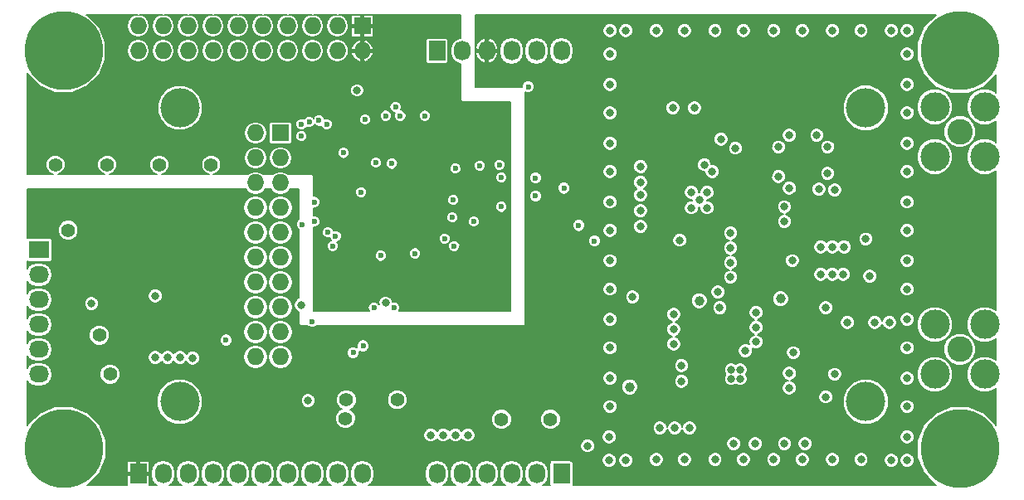
<source format=gbr>
G04 #@! TF.FileFunction,Copper,L2,Inr,Signal*
%FSLAX46Y46*%
G04 Gerber Fmt 4.6, Leading zero omitted, Abs format (unit mm)*
G04 Created by KiCad (PCBNEW 4.0.3-stable) date 09/21/16 12:07:47*
%MOMM*%
%LPD*%
G01*
G04 APERTURE LIST*
%ADD10C,0.100000*%
%ADD11R,2.032000X1.727200*%
%ADD12O,2.032000X1.727200*%
%ADD13R,1.727200X2.032000*%
%ADD14O,1.727200X2.032000*%
%ADD15C,2.600000*%
%ADD16C,3.000000*%
%ADD17R,1.727200X1.727200*%
%ADD18O,1.727200X1.727200*%
%ADD19C,4.000000*%
%ADD20C,8.000000*%
%ADD21C,0.800000*%
%ADD22C,1.400000*%
%ADD23C,0.600000*%
%ADD24C,1.000000*%
%ADD25C,0.200000*%
G04 APERTURE END LIST*
D10*
D11*
X38100000Y-127000000D03*
D12*
X38100000Y-129540000D03*
X38100000Y-132080000D03*
X38100000Y-134620000D03*
X38100000Y-137160000D03*
X38100000Y-139700000D03*
D13*
X48260000Y-149860000D03*
D14*
X50800000Y-149860000D03*
X53340000Y-149860000D03*
X55880000Y-149860000D03*
X58420000Y-149860000D03*
X60960000Y-149860000D03*
X63500000Y-149860000D03*
X66040000Y-149860000D03*
X68580000Y-149860000D03*
X71120000Y-149860000D03*
D13*
X91440000Y-149860000D03*
D14*
X88900000Y-149860000D03*
X86360000Y-149860000D03*
X83820000Y-149860000D03*
X81280000Y-149860000D03*
X78740000Y-149860000D03*
D13*
X78740000Y-106680000D03*
D14*
X81280000Y-106680000D03*
X83820000Y-106680000D03*
X86360000Y-106680000D03*
X88900000Y-106680000D03*
X91440000Y-106680000D03*
D15*
X132080000Y-137160000D03*
D16*
X134620000Y-139700000D03*
X134620000Y-134620000D03*
X129540000Y-134620000D03*
X129540000Y-139700000D03*
D15*
X132080000Y-114935000D03*
D16*
X129540000Y-117475000D03*
X134620000Y-117475000D03*
X134620000Y-112395000D03*
X129540000Y-112395000D03*
D17*
X62770000Y-115070000D03*
D18*
X60230000Y-115070000D03*
X62770000Y-117610000D03*
X60230000Y-117610000D03*
X62770000Y-120150000D03*
X60230000Y-120150000D03*
X62770000Y-122690000D03*
X60230000Y-122690000D03*
X62770000Y-125230000D03*
X60230000Y-125230000D03*
X62770000Y-127770000D03*
X60230000Y-127770000D03*
X62770000Y-130310000D03*
X60230000Y-130310000D03*
X62770000Y-132850000D03*
X60230000Y-132850000D03*
X62770000Y-135390000D03*
X60230000Y-135390000D03*
X62770000Y-137930000D03*
X60230000Y-137930000D03*
D17*
X71120000Y-104140000D03*
D18*
X71120000Y-106680000D03*
X68580000Y-104140000D03*
X68580000Y-106680000D03*
X66040000Y-104140000D03*
X66040000Y-106680000D03*
X63500000Y-104140000D03*
X63500000Y-106680000D03*
X60960000Y-104140000D03*
X60960000Y-106680000D03*
X58420000Y-104140000D03*
X58420000Y-106680000D03*
X55880000Y-104140000D03*
X55880000Y-106680000D03*
X53340000Y-104140000D03*
X53340000Y-106680000D03*
X50800000Y-104140000D03*
X50800000Y-106680000D03*
X48260000Y-104140000D03*
X48260000Y-106680000D03*
D19*
X122500000Y-142500000D03*
X52500000Y-112500000D03*
X122500000Y-112500000D03*
X52500000Y-142500000D03*
D20*
X40640000Y-147320000D03*
X132080000Y-147320000D03*
X132080000Y-106680000D03*
X40640000Y-106680000D03*
D21*
X99500000Y-121400000D03*
X99500000Y-124600000D03*
X99500000Y-120100000D03*
X103700000Y-140400000D03*
X53800000Y-138050000D03*
X52500000Y-138000000D03*
X51250000Y-138000000D03*
X50000000Y-138000000D03*
X73500000Y-132400000D03*
X65600000Y-142400000D03*
X64900000Y-132600000D03*
D22*
X45400000Y-139700000D03*
D21*
X50000000Y-131700000D03*
D22*
X55700000Y-118300000D03*
X50400000Y-118300000D03*
X45100000Y-118300000D03*
X39800000Y-118300000D03*
D23*
X66000000Y-134300000D03*
X85300000Y-122600000D03*
X85300000Y-119600000D03*
X66200000Y-124100000D03*
X66200000Y-122100000D03*
X65000000Y-124400000D03*
X64900000Y-115400000D03*
X69200000Y-117100000D03*
X77500000Y-113300000D03*
X73500000Y-113300000D03*
X75000000Y-113300000D03*
X80600000Y-118700000D03*
X73000000Y-127600000D03*
X72500000Y-118100000D03*
X71000000Y-121100000D03*
D22*
X90300000Y-144300000D03*
X85300000Y-144300000D03*
X69500000Y-142300000D03*
X74700000Y-142300000D03*
D21*
X78100000Y-145900000D03*
X79400000Y-145900000D03*
X80600000Y-145900000D03*
X81900000Y-145900000D03*
X126700000Y-107000000D03*
X126700000Y-104600000D03*
X125100000Y-104600000D03*
X122000000Y-104600000D03*
X119100000Y-104600000D03*
X116000000Y-104600000D03*
X113100000Y-104600000D03*
X110000000Y-104600000D03*
X107100000Y-104600000D03*
X104000000Y-104600000D03*
X101100000Y-104600000D03*
X98000000Y-104600000D03*
X96400000Y-104600000D03*
X96400000Y-107000000D03*
X96400000Y-110100000D03*
X96400000Y-113000000D03*
X96400000Y-116100000D03*
X96400000Y-119000000D03*
X96400000Y-122100000D03*
X96400000Y-125000000D03*
X96400000Y-128100000D03*
X96400000Y-131000000D03*
X96400000Y-137000000D03*
X96400000Y-134100000D03*
X96400000Y-140100000D03*
X96400000Y-143000000D03*
X96300000Y-146100000D03*
X96300000Y-148500000D03*
X98000000Y-148500000D03*
X101100000Y-148400000D03*
X104000000Y-148400000D03*
X107100000Y-148400000D03*
X110000000Y-148400000D03*
X113100000Y-148400000D03*
X116000000Y-148400000D03*
X119100000Y-148400000D03*
X122000000Y-148400000D03*
X125100000Y-148500000D03*
X126700000Y-148500000D03*
X126700000Y-146100000D03*
X126700000Y-143000000D03*
X126700000Y-140100000D03*
X126700000Y-137000000D03*
X126700000Y-134100000D03*
X126700000Y-131000000D03*
X126700000Y-128100000D03*
X126700000Y-125000000D03*
X126700000Y-122100000D03*
X126700000Y-119000000D03*
X126700000Y-116100000D03*
X126700000Y-113000000D03*
X126700000Y-110100000D03*
X99500000Y-118500000D03*
X99500000Y-123000000D03*
X102800000Y-112500000D03*
X105000000Y-112500000D03*
X98700000Y-131800000D03*
X107700000Y-115700000D03*
X105500000Y-121900000D03*
X104700000Y-121100000D03*
X106300000Y-121100000D03*
X106300000Y-122700000D03*
X104700000Y-122700000D03*
X107600000Y-132900000D03*
X107400000Y-131300000D03*
X109200000Y-116600000D03*
X114200000Y-124100000D03*
X114200000Y-122600000D03*
X103500000Y-126000000D03*
X108700000Y-129800000D03*
X108700000Y-128300000D03*
X108700000Y-126800000D03*
X108700000Y-125300000D03*
X94100000Y-147000000D03*
X102900000Y-133600000D03*
X102900000Y-135100000D03*
X102900000Y-136600000D03*
X111300000Y-136400000D03*
X111300000Y-134900000D03*
X111300000Y-133400000D03*
X110200000Y-137300000D03*
X108782500Y-140137500D03*
X108782500Y-139262500D03*
X109657500Y-140137500D03*
X109657500Y-139262500D03*
X114700000Y-139600000D03*
X114700000Y-141100000D03*
X103700000Y-138800000D03*
X101500000Y-145200000D03*
X103000000Y-145200000D03*
X104500000Y-145200000D03*
X109000000Y-146800000D03*
X111200000Y-146800000D03*
X114200000Y-146800000D03*
X116300000Y-146800000D03*
X118400000Y-142000000D03*
X118400000Y-132900000D03*
X122500000Y-125900000D03*
X120200000Y-129500000D03*
X120300000Y-126700000D03*
X117900000Y-129500000D03*
X117900000Y-126700000D03*
X119100000Y-129500000D03*
X119100000Y-126700000D03*
X115000000Y-128100000D03*
X113600000Y-116500000D03*
X114700000Y-115300000D03*
X117500000Y-115300000D03*
X118600000Y-116500000D03*
X113600000Y-119500000D03*
X114700000Y-120700000D03*
X118600000Y-119200000D03*
X117700000Y-120800000D03*
X119300000Y-120900000D03*
X115100000Y-137500000D03*
X124900000Y-134400000D03*
X123400000Y-134400000D03*
X120600000Y-134400000D03*
X65600000Y-139100000D03*
D22*
X50400000Y-124700000D03*
D23*
X65300000Y-138000000D03*
D21*
X69200000Y-135900000D03*
X100000000Y-110000000D03*
X111800000Y-128700000D03*
X100200000Y-131800000D03*
X121500000Y-129700000D03*
X43500000Y-132500000D03*
X70600000Y-110700000D03*
D22*
X69400000Y-144200000D03*
X44300000Y-135700000D03*
X41100000Y-125000000D03*
D24*
X113800000Y-132000000D03*
X98400000Y-141000000D03*
X105500000Y-132200000D03*
D21*
X72700000Y-130100000D03*
D23*
X56500000Y-109900000D03*
X61000000Y-109900000D03*
X64000000Y-109900000D03*
X69000000Y-109900000D03*
X71900000Y-109900000D03*
X80500000Y-119600000D03*
X75000000Y-118200000D03*
X72000000Y-116200000D03*
X71000000Y-122100000D03*
D21*
X69200000Y-131700000D03*
X119300000Y-139700000D03*
X106000000Y-118300000D03*
X106800000Y-119000000D03*
X122900000Y-129700000D03*
D23*
X74500000Y-112400000D03*
X74150000Y-118200000D03*
X94800000Y-126100000D03*
X93200000Y-124500000D03*
X88800000Y-121500000D03*
X88800000Y-119650000D03*
X80400000Y-121900000D03*
X83100000Y-118400000D03*
X91700000Y-120700000D03*
X82500000Y-124100000D03*
X80300000Y-123700000D03*
X85100000Y-118300000D03*
X57200000Y-136200000D03*
X88050000Y-110350000D03*
X80500000Y-126600000D03*
X71400000Y-113700000D03*
X79500000Y-125850000D03*
X71200000Y-136800000D03*
X76500000Y-127350000D03*
X64900000Y-114150000D03*
X70200000Y-137500000D03*
X74400000Y-132900000D03*
X72300000Y-132900000D03*
X65700000Y-113950000D03*
X68100000Y-126600000D03*
X67500000Y-114150000D03*
X68400000Y-125600000D03*
X67600000Y-125200000D03*
X66700000Y-113800000D03*
D25*
G36*
X129619142Y-102990099D02*
X128394399Y-104212705D01*
X127730756Y-105810935D01*
X127729246Y-107541472D01*
X128390099Y-109140858D01*
X129612705Y-110365601D01*
X131210935Y-111029244D01*
X132941472Y-111030754D01*
X134540858Y-110369901D01*
X135765601Y-109147295D01*
X135790000Y-109088536D01*
X135790000Y-110948463D01*
X135669309Y-110827561D01*
X134989602Y-110545321D01*
X134253627Y-110544679D01*
X133573428Y-110825732D01*
X133052561Y-111345691D01*
X132770321Y-112025398D01*
X132769679Y-112761373D01*
X133050732Y-113441572D01*
X133570691Y-113962439D01*
X134250398Y-114244679D01*
X134986373Y-114245321D01*
X135666572Y-113964268D01*
X135790000Y-113841055D01*
X135790000Y-116028463D01*
X135669309Y-115907561D01*
X134989602Y-115625321D01*
X134253627Y-115624679D01*
X133573428Y-115905732D01*
X133052561Y-116425691D01*
X132770321Y-117105398D01*
X132769679Y-117841373D01*
X133050732Y-118521572D01*
X133570691Y-119042439D01*
X134250398Y-119324679D01*
X134986373Y-119325321D01*
X135666572Y-119044268D01*
X135790000Y-118921055D01*
X135790000Y-133173463D01*
X135669309Y-133052561D01*
X134989602Y-132770321D01*
X134253627Y-132769679D01*
X133573428Y-133050732D01*
X133052561Y-133570691D01*
X132770321Y-134250398D01*
X132769679Y-134986373D01*
X133050732Y-135666572D01*
X133570691Y-136187439D01*
X134250398Y-136469679D01*
X134986373Y-136470321D01*
X135666572Y-136189268D01*
X135790000Y-136066055D01*
X135790000Y-138253463D01*
X135669309Y-138132561D01*
X134989602Y-137850321D01*
X134253627Y-137849679D01*
X133573428Y-138130732D01*
X133052561Y-138650691D01*
X132770321Y-139330398D01*
X132769679Y-140066373D01*
X133050732Y-140746572D01*
X133570691Y-141267439D01*
X134250398Y-141549679D01*
X134986373Y-141550321D01*
X135666572Y-141269268D01*
X135790000Y-141146055D01*
X135790000Y-144907785D01*
X135769901Y-144859142D01*
X134547295Y-143634399D01*
X132949065Y-142970756D01*
X131218528Y-142969246D01*
X129619142Y-143630099D01*
X128394399Y-144852705D01*
X127730756Y-146450935D01*
X127729246Y-148181472D01*
X128390099Y-149780858D01*
X129612705Y-151005601D01*
X129671464Y-151030000D01*
X92621980Y-151030000D01*
X92632341Y-151014837D01*
X92660456Y-150876000D01*
X92660456Y-148844000D01*
X92636051Y-148714298D01*
X92593731Y-148648530D01*
X95549870Y-148648530D01*
X95663811Y-148924286D01*
X95874605Y-149135448D01*
X96150161Y-149249869D01*
X96448530Y-149250130D01*
X96724286Y-149136189D01*
X96935448Y-148925395D01*
X97049869Y-148649839D01*
X97049870Y-148648530D01*
X97249870Y-148648530D01*
X97363811Y-148924286D01*
X97574605Y-149135448D01*
X97850161Y-149249869D01*
X98148530Y-149250130D01*
X98424286Y-149136189D01*
X98635448Y-148925395D01*
X98749869Y-148649839D01*
X98749957Y-148548530D01*
X100349870Y-148548530D01*
X100463811Y-148824286D01*
X100674605Y-149035448D01*
X100950161Y-149149869D01*
X101248530Y-149150130D01*
X101524286Y-149036189D01*
X101735448Y-148825395D01*
X101849869Y-148549839D01*
X101849870Y-148548530D01*
X103249870Y-148548530D01*
X103363811Y-148824286D01*
X103574605Y-149035448D01*
X103850161Y-149149869D01*
X104148530Y-149150130D01*
X104424286Y-149036189D01*
X104635448Y-148825395D01*
X104749869Y-148549839D01*
X104749870Y-148548530D01*
X106349870Y-148548530D01*
X106463811Y-148824286D01*
X106674605Y-149035448D01*
X106950161Y-149149869D01*
X107248530Y-149150130D01*
X107524286Y-149036189D01*
X107735448Y-148825395D01*
X107849869Y-148549839D01*
X107849870Y-148548530D01*
X109249870Y-148548530D01*
X109363811Y-148824286D01*
X109574605Y-149035448D01*
X109850161Y-149149869D01*
X110148530Y-149150130D01*
X110424286Y-149036189D01*
X110635448Y-148825395D01*
X110749869Y-148549839D01*
X110749870Y-148548530D01*
X112349870Y-148548530D01*
X112463811Y-148824286D01*
X112674605Y-149035448D01*
X112950161Y-149149869D01*
X113248530Y-149150130D01*
X113524286Y-149036189D01*
X113735448Y-148825395D01*
X113849869Y-148549839D01*
X113849870Y-148548530D01*
X115249870Y-148548530D01*
X115363811Y-148824286D01*
X115574605Y-149035448D01*
X115850161Y-149149869D01*
X116148530Y-149150130D01*
X116424286Y-149036189D01*
X116635448Y-148825395D01*
X116749869Y-148549839D01*
X116749870Y-148548530D01*
X118349870Y-148548530D01*
X118463811Y-148824286D01*
X118674605Y-149035448D01*
X118950161Y-149149869D01*
X119248530Y-149150130D01*
X119524286Y-149036189D01*
X119735448Y-148825395D01*
X119849869Y-148549839D01*
X119849870Y-148548530D01*
X121249870Y-148548530D01*
X121363811Y-148824286D01*
X121574605Y-149035448D01*
X121850161Y-149149869D01*
X122148530Y-149150130D01*
X122424286Y-149036189D01*
X122635448Y-148825395D01*
X122708888Y-148648530D01*
X124349870Y-148648530D01*
X124463811Y-148924286D01*
X124674605Y-149135448D01*
X124950161Y-149249869D01*
X125248530Y-149250130D01*
X125524286Y-149136189D01*
X125735448Y-148925395D01*
X125849869Y-148649839D01*
X125849870Y-148648530D01*
X125949870Y-148648530D01*
X126063811Y-148924286D01*
X126274605Y-149135448D01*
X126550161Y-149249869D01*
X126848530Y-149250130D01*
X127124286Y-149136189D01*
X127335448Y-148925395D01*
X127449869Y-148649839D01*
X127450130Y-148351470D01*
X127336189Y-148075714D01*
X127125395Y-147864552D01*
X126849839Y-147750131D01*
X126551470Y-147749870D01*
X126275714Y-147863811D01*
X126064552Y-148074605D01*
X125950131Y-148350161D01*
X125949870Y-148648530D01*
X125849870Y-148648530D01*
X125850130Y-148351470D01*
X125736189Y-148075714D01*
X125525395Y-147864552D01*
X125249839Y-147750131D01*
X124951470Y-147749870D01*
X124675714Y-147863811D01*
X124464552Y-148074605D01*
X124350131Y-148350161D01*
X124349870Y-148648530D01*
X122708888Y-148648530D01*
X122749869Y-148549839D01*
X122750130Y-148251470D01*
X122636189Y-147975714D01*
X122425395Y-147764552D01*
X122149839Y-147650131D01*
X121851470Y-147649870D01*
X121575714Y-147763811D01*
X121364552Y-147974605D01*
X121250131Y-148250161D01*
X121249870Y-148548530D01*
X119849870Y-148548530D01*
X119850130Y-148251470D01*
X119736189Y-147975714D01*
X119525395Y-147764552D01*
X119249839Y-147650131D01*
X118951470Y-147649870D01*
X118675714Y-147763811D01*
X118464552Y-147974605D01*
X118350131Y-148250161D01*
X118349870Y-148548530D01*
X116749870Y-148548530D01*
X116750130Y-148251470D01*
X116636189Y-147975714D01*
X116425395Y-147764552D01*
X116149839Y-147650131D01*
X115851470Y-147649870D01*
X115575714Y-147763811D01*
X115364552Y-147974605D01*
X115250131Y-148250161D01*
X115249870Y-148548530D01*
X113849870Y-148548530D01*
X113850130Y-148251470D01*
X113736189Y-147975714D01*
X113525395Y-147764552D01*
X113249839Y-147650131D01*
X112951470Y-147649870D01*
X112675714Y-147763811D01*
X112464552Y-147974605D01*
X112350131Y-148250161D01*
X112349870Y-148548530D01*
X110749870Y-148548530D01*
X110750130Y-148251470D01*
X110636189Y-147975714D01*
X110425395Y-147764552D01*
X110149839Y-147650131D01*
X109851470Y-147649870D01*
X109575714Y-147763811D01*
X109364552Y-147974605D01*
X109250131Y-148250161D01*
X109249870Y-148548530D01*
X107849870Y-148548530D01*
X107850130Y-148251470D01*
X107736189Y-147975714D01*
X107525395Y-147764552D01*
X107249839Y-147650131D01*
X106951470Y-147649870D01*
X106675714Y-147763811D01*
X106464552Y-147974605D01*
X106350131Y-148250161D01*
X106349870Y-148548530D01*
X104749870Y-148548530D01*
X104750130Y-148251470D01*
X104636189Y-147975714D01*
X104425395Y-147764552D01*
X104149839Y-147650131D01*
X103851470Y-147649870D01*
X103575714Y-147763811D01*
X103364552Y-147974605D01*
X103250131Y-148250161D01*
X103249870Y-148548530D01*
X101849870Y-148548530D01*
X101850130Y-148251470D01*
X101736189Y-147975714D01*
X101525395Y-147764552D01*
X101249839Y-147650131D01*
X100951470Y-147649870D01*
X100675714Y-147763811D01*
X100464552Y-147974605D01*
X100350131Y-148250161D01*
X100349870Y-148548530D01*
X98749957Y-148548530D01*
X98750130Y-148351470D01*
X98636189Y-148075714D01*
X98425395Y-147864552D01*
X98149839Y-147750131D01*
X97851470Y-147749870D01*
X97575714Y-147863811D01*
X97364552Y-148074605D01*
X97250131Y-148350161D01*
X97249870Y-148648530D01*
X97049870Y-148648530D01*
X97050130Y-148351470D01*
X96936189Y-148075714D01*
X96725395Y-147864552D01*
X96449839Y-147750131D01*
X96151470Y-147749870D01*
X95875714Y-147863811D01*
X95664552Y-148074605D01*
X95550131Y-148350161D01*
X95549870Y-148648530D01*
X92593731Y-148648530D01*
X92559397Y-148595175D01*
X92442437Y-148515259D01*
X92303600Y-148487144D01*
X90576400Y-148487144D01*
X90446698Y-148511549D01*
X90327575Y-148588203D01*
X90247659Y-148705163D01*
X90219544Y-148844000D01*
X90219544Y-150876000D01*
X90243949Y-151005702D01*
X90259584Y-151030000D01*
X89559556Y-151030000D01*
X89758145Y-150897307D01*
X90021220Y-150503587D01*
X90113600Y-150039162D01*
X90113600Y-149680838D01*
X90021220Y-149216413D01*
X89758145Y-148822693D01*
X89364425Y-148559618D01*
X88900000Y-148467238D01*
X88435575Y-148559618D01*
X88041855Y-148822693D01*
X87778780Y-149216413D01*
X87686400Y-149680838D01*
X87686400Y-150039162D01*
X87778780Y-150503587D01*
X88041855Y-150897307D01*
X88240444Y-151030000D01*
X87019556Y-151030000D01*
X87218145Y-150897307D01*
X87481220Y-150503587D01*
X87573600Y-150039162D01*
X87573600Y-149680838D01*
X87481220Y-149216413D01*
X87218145Y-148822693D01*
X86824425Y-148559618D01*
X86360000Y-148467238D01*
X85895575Y-148559618D01*
X85501855Y-148822693D01*
X85238780Y-149216413D01*
X85146400Y-149680838D01*
X85146400Y-150039162D01*
X85238780Y-150503587D01*
X85501855Y-150897307D01*
X85700444Y-151030000D01*
X84479556Y-151030000D01*
X84678145Y-150897307D01*
X84941220Y-150503587D01*
X85033600Y-150039162D01*
X85033600Y-149680838D01*
X84941220Y-149216413D01*
X84678145Y-148822693D01*
X84284425Y-148559618D01*
X83820000Y-148467238D01*
X83355575Y-148559618D01*
X82961855Y-148822693D01*
X82698780Y-149216413D01*
X82606400Y-149680838D01*
X82606400Y-150039162D01*
X82698780Y-150503587D01*
X82961855Y-150897307D01*
X83160444Y-151030000D01*
X81939556Y-151030000D01*
X82138145Y-150897307D01*
X82401220Y-150503587D01*
X82493600Y-150039162D01*
X82493600Y-149680838D01*
X82401220Y-149216413D01*
X82138145Y-148822693D01*
X81744425Y-148559618D01*
X81280000Y-148467238D01*
X80815575Y-148559618D01*
X80421855Y-148822693D01*
X80158780Y-149216413D01*
X80066400Y-149680838D01*
X80066400Y-150039162D01*
X80158780Y-150503587D01*
X80421855Y-150897307D01*
X80620444Y-151030000D01*
X79399556Y-151030000D01*
X79598145Y-150897307D01*
X79861220Y-150503587D01*
X79953600Y-150039162D01*
X79953600Y-149680838D01*
X79861220Y-149216413D01*
X79598145Y-148822693D01*
X79204425Y-148559618D01*
X78740000Y-148467238D01*
X78275575Y-148559618D01*
X77881855Y-148822693D01*
X77618780Y-149216413D01*
X77526400Y-149680838D01*
X77526400Y-150039162D01*
X77618780Y-150503587D01*
X77881855Y-150897307D01*
X78080444Y-151030000D01*
X71779556Y-151030000D01*
X71978145Y-150897307D01*
X72241220Y-150503587D01*
X72333600Y-150039162D01*
X72333600Y-149680838D01*
X72241220Y-149216413D01*
X71978145Y-148822693D01*
X71584425Y-148559618D01*
X71120000Y-148467238D01*
X70655575Y-148559618D01*
X70261855Y-148822693D01*
X69998780Y-149216413D01*
X69906400Y-149680838D01*
X69906400Y-150039162D01*
X69998780Y-150503587D01*
X70261855Y-150897307D01*
X70460444Y-151030000D01*
X69239556Y-151030000D01*
X69438145Y-150897307D01*
X69701220Y-150503587D01*
X69793600Y-150039162D01*
X69793600Y-149680838D01*
X69701220Y-149216413D01*
X69438145Y-148822693D01*
X69044425Y-148559618D01*
X68580000Y-148467238D01*
X68115575Y-148559618D01*
X67721855Y-148822693D01*
X67458780Y-149216413D01*
X67366400Y-149680838D01*
X67366400Y-150039162D01*
X67458780Y-150503587D01*
X67721855Y-150897307D01*
X67920444Y-151030000D01*
X66699556Y-151030000D01*
X66898145Y-150897307D01*
X67161220Y-150503587D01*
X67253600Y-150039162D01*
X67253600Y-149680838D01*
X67161220Y-149216413D01*
X66898145Y-148822693D01*
X66504425Y-148559618D01*
X66040000Y-148467238D01*
X65575575Y-148559618D01*
X65181855Y-148822693D01*
X64918780Y-149216413D01*
X64826400Y-149680838D01*
X64826400Y-150039162D01*
X64918780Y-150503587D01*
X65181855Y-150897307D01*
X65380444Y-151030000D01*
X64159556Y-151030000D01*
X64358145Y-150897307D01*
X64621220Y-150503587D01*
X64713600Y-150039162D01*
X64713600Y-149680838D01*
X64621220Y-149216413D01*
X64358145Y-148822693D01*
X63964425Y-148559618D01*
X63500000Y-148467238D01*
X63035575Y-148559618D01*
X62641855Y-148822693D01*
X62378780Y-149216413D01*
X62286400Y-149680838D01*
X62286400Y-150039162D01*
X62378780Y-150503587D01*
X62641855Y-150897307D01*
X62840444Y-151030000D01*
X61619556Y-151030000D01*
X61818145Y-150897307D01*
X62081220Y-150503587D01*
X62173600Y-150039162D01*
X62173600Y-149680838D01*
X62081220Y-149216413D01*
X61818145Y-148822693D01*
X61424425Y-148559618D01*
X60960000Y-148467238D01*
X60495575Y-148559618D01*
X60101855Y-148822693D01*
X59838780Y-149216413D01*
X59746400Y-149680838D01*
X59746400Y-150039162D01*
X59838780Y-150503587D01*
X60101855Y-150897307D01*
X60300444Y-151030000D01*
X59079556Y-151030000D01*
X59278145Y-150897307D01*
X59541220Y-150503587D01*
X59633600Y-150039162D01*
X59633600Y-149680838D01*
X59541220Y-149216413D01*
X59278145Y-148822693D01*
X58884425Y-148559618D01*
X58420000Y-148467238D01*
X57955575Y-148559618D01*
X57561855Y-148822693D01*
X57298780Y-149216413D01*
X57206400Y-149680838D01*
X57206400Y-150039162D01*
X57298780Y-150503587D01*
X57561855Y-150897307D01*
X57760444Y-151030000D01*
X56539556Y-151030000D01*
X56738145Y-150897307D01*
X57001220Y-150503587D01*
X57093600Y-150039162D01*
X57093600Y-149680838D01*
X57001220Y-149216413D01*
X56738145Y-148822693D01*
X56344425Y-148559618D01*
X55880000Y-148467238D01*
X55415575Y-148559618D01*
X55021855Y-148822693D01*
X54758780Y-149216413D01*
X54666400Y-149680838D01*
X54666400Y-150039162D01*
X54758780Y-150503587D01*
X55021855Y-150897307D01*
X55220444Y-151030000D01*
X53999556Y-151030000D01*
X54198145Y-150897307D01*
X54461220Y-150503587D01*
X54553600Y-150039162D01*
X54553600Y-149680838D01*
X54461220Y-149216413D01*
X54198145Y-148822693D01*
X53804425Y-148559618D01*
X53340000Y-148467238D01*
X52875575Y-148559618D01*
X52481855Y-148822693D01*
X52218780Y-149216413D01*
X52126400Y-149680838D01*
X52126400Y-150039162D01*
X52218780Y-150503587D01*
X52481855Y-150897307D01*
X52680444Y-151030000D01*
X51459556Y-151030000D01*
X51658145Y-150897307D01*
X51921220Y-150503587D01*
X52013600Y-150039162D01*
X52013600Y-149680838D01*
X51921220Y-149216413D01*
X51658145Y-148822693D01*
X51264425Y-148559618D01*
X50800000Y-148467238D01*
X50335575Y-148559618D01*
X49941855Y-148822693D01*
X49678780Y-149216413D01*
X49586400Y-149680838D01*
X49586400Y-150039162D01*
X49678780Y-150503587D01*
X49941855Y-150897307D01*
X50140444Y-151030000D01*
X49384529Y-151030000D01*
X49423600Y-150935674D01*
X49423600Y-150085000D01*
X49348600Y-150010000D01*
X48410000Y-150010000D01*
X48410000Y-150030000D01*
X48110000Y-150030000D01*
X48110000Y-150010000D01*
X47171400Y-150010000D01*
X47096400Y-150085000D01*
X47096400Y-150935674D01*
X47135471Y-151030000D01*
X43052215Y-151030000D01*
X43100858Y-151009901D01*
X44325601Y-149787295D01*
X44742070Y-148784326D01*
X47096400Y-148784326D01*
X47096400Y-149635000D01*
X47171400Y-149710000D01*
X48110000Y-149710000D01*
X48110000Y-148619000D01*
X48410000Y-148619000D01*
X48410000Y-149710000D01*
X49348600Y-149710000D01*
X49423600Y-149635000D01*
X49423600Y-148784326D01*
X49377928Y-148674063D01*
X49293536Y-148589672D01*
X49183273Y-148544000D01*
X48485000Y-148544000D01*
X48410000Y-148619000D01*
X48110000Y-148619000D01*
X48035000Y-148544000D01*
X47336727Y-148544000D01*
X47226464Y-148589672D01*
X47142072Y-148674063D01*
X47096400Y-148784326D01*
X44742070Y-148784326D01*
X44989244Y-148189065D01*
X44990151Y-147148530D01*
X93349870Y-147148530D01*
X93463811Y-147424286D01*
X93674605Y-147635448D01*
X93950161Y-147749869D01*
X94248530Y-147750130D01*
X94524286Y-147636189D01*
X94735448Y-147425395D01*
X94849869Y-147149839D01*
X94850045Y-146948530D01*
X108249870Y-146948530D01*
X108363811Y-147224286D01*
X108574605Y-147435448D01*
X108850161Y-147549869D01*
X109148530Y-147550130D01*
X109424286Y-147436189D01*
X109635448Y-147225395D01*
X109749869Y-146949839D01*
X109749870Y-146948530D01*
X110449870Y-146948530D01*
X110563811Y-147224286D01*
X110774605Y-147435448D01*
X111050161Y-147549869D01*
X111348530Y-147550130D01*
X111624286Y-147436189D01*
X111835448Y-147225395D01*
X111949869Y-146949839D01*
X111949870Y-146948530D01*
X113449870Y-146948530D01*
X113563811Y-147224286D01*
X113774605Y-147435448D01*
X114050161Y-147549869D01*
X114348530Y-147550130D01*
X114624286Y-147436189D01*
X114835448Y-147225395D01*
X114949869Y-146949839D01*
X114949870Y-146948530D01*
X115549870Y-146948530D01*
X115663811Y-147224286D01*
X115874605Y-147435448D01*
X116150161Y-147549869D01*
X116448530Y-147550130D01*
X116724286Y-147436189D01*
X116935448Y-147225395D01*
X117049869Y-146949839D01*
X117050130Y-146651470D01*
X116936189Y-146375714D01*
X116809227Y-146248530D01*
X125949870Y-146248530D01*
X126063811Y-146524286D01*
X126274605Y-146735448D01*
X126550161Y-146849869D01*
X126848530Y-146850130D01*
X127124286Y-146736189D01*
X127335448Y-146525395D01*
X127449869Y-146249839D01*
X127450130Y-145951470D01*
X127336189Y-145675714D01*
X127125395Y-145464552D01*
X126849839Y-145350131D01*
X126551470Y-145349870D01*
X126275714Y-145463811D01*
X126064552Y-145674605D01*
X125950131Y-145950161D01*
X125949870Y-146248530D01*
X116809227Y-146248530D01*
X116725395Y-146164552D01*
X116449839Y-146050131D01*
X116151470Y-146049870D01*
X115875714Y-146163811D01*
X115664552Y-146374605D01*
X115550131Y-146650161D01*
X115549870Y-146948530D01*
X114949870Y-146948530D01*
X114950130Y-146651470D01*
X114836189Y-146375714D01*
X114625395Y-146164552D01*
X114349839Y-146050131D01*
X114051470Y-146049870D01*
X113775714Y-146163811D01*
X113564552Y-146374605D01*
X113450131Y-146650161D01*
X113449870Y-146948530D01*
X111949870Y-146948530D01*
X111950130Y-146651470D01*
X111836189Y-146375714D01*
X111625395Y-146164552D01*
X111349839Y-146050131D01*
X111051470Y-146049870D01*
X110775714Y-146163811D01*
X110564552Y-146374605D01*
X110450131Y-146650161D01*
X110449870Y-146948530D01*
X109749870Y-146948530D01*
X109750130Y-146651470D01*
X109636189Y-146375714D01*
X109425395Y-146164552D01*
X109149839Y-146050131D01*
X108851470Y-146049870D01*
X108575714Y-146163811D01*
X108364552Y-146374605D01*
X108250131Y-146650161D01*
X108249870Y-146948530D01*
X94850045Y-146948530D01*
X94850130Y-146851470D01*
X94736189Y-146575714D01*
X94525395Y-146364552D01*
X94249839Y-146250131D01*
X93951470Y-146249870D01*
X93675714Y-146363811D01*
X93464552Y-146574605D01*
X93350131Y-146850161D01*
X93349870Y-147148530D01*
X44990151Y-147148530D01*
X44990754Y-146458528D01*
X44821347Y-146048530D01*
X77349870Y-146048530D01*
X77463811Y-146324286D01*
X77674605Y-146535448D01*
X77950161Y-146649869D01*
X78248530Y-146650130D01*
X78524286Y-146536189D01*
X78735448Y-146325395D01*
X78749894Y-146290605D01*
X78763811Y-146324286D01*
X78974605Y-146535448D01*
X79250161Y-146649869D01*
X79548530Y-146650130D01*
X79824286Y-146536189D01*
X80000122Y-146360660D01*
X80174605Y-146535448D01*
X80450161Y-146649869D01*
X80748530Y-146650130D01*
X81024286Y-146536189D01*
X81235448Y-146325395D01*
X81249894Y-146290605D01*
X81263811Y-146324286D01*
X81474605Y-146535448D01*
X81750161Y-146649869D01*
X82048530Y-146650130D01*
X82324286Y-146536189D01*
X82535448Y-146325395D01*
X82567365Y-146248530D01*
X95549870Y-146248530D01*
X95663811Y-146524286D01*
X95874605Y-146735448D01*
X96150161Y-146849869D01*
X96448530Y-146850130D01*
X96724286Y-146736189D01*
X96935448Y-146525395D01*
X97049869Y-146249839D01*
X97050130Y-145951470D01*
X96936189Y-145675714D01*
X96725395Y-145464552D01*
X96449839Y-145350131D01*
X96151470Y-145349870D01*
X95875714Y-145463811D01*
X95664552Y-145674605D01*
X95550131Y-145950161D01*
X95549870Y-146248530D01*
X82567365Y-146248530D01*
X82649869Y-146049839D01*
X82650130Y-145751470D01*
X82536189Y-145475714D01*
X82325395Y-145264552D01*
X82049839Y-145150131D01*
X81751470Y-145149870D01*
X81475714Y-145263811D01*
X81264552Y-145474605D01*
X81250106Y-145509395D01*
X81236189Y-145475714D01*
X81025395Y-145264552D01*
X80749839Y-145150131D01*
X80451470Y-145149870D01*
X80175714Y-145263811D01*
X79999878Y-145439340D01*
X79825395Y-145264552D01*
X79549839Y-145150131D01*
X79251470Y-145149870D01*
X78975714Y-145263811D01*
X78764552Y-145474605D01*
X78750106Y-145509395D01*
X78736189Y-145475714D01*
X78525395Y-145264552D01*
X78249839Y-145150131D01*
X77951470Y-145149870D01*
X77675714Y-145263811D01*
X77464552Y-145474605D01*
X77350131Y-145750161D01*
X77349870Y-146048530D01*
X44821347Y-146048530D01*
X44329901Y-144859142D01*
X43107295Y-143634399D01*
X41509065Y-142970756D01*
X39778528Y-142969246D01*
X38179142Y-143630099D01*
X36954399Y-144852705D01*
X36930000Y-144911464D01*
X36930000Y-142965393D01*
X50149593Y-142965393D01*
X50506605Y-143829429D01*
X51167094Y-144491071D01*
X52030505Y-144849591D01*
X52965393Y-144850407D01*
X53829429Y-144493395D01*
X53915031Y-144407942D01*
X68349818Y-144407942D01*
X68509334Y-144794000D01*
X68804446Y-145089628D01*
X69190226Y-145249818D01*
X69607942Y-145250182D01*
X69994000Y-145090666D01*
X70289628Y-144795554D01*
X70409055Y-144507942D01*
X84249818Y-144507942D01*
X84409334Y-144894000D01*
X84704446Y-145189628D01*
X85090226Y-145349818D01*
X85507942Y-145350182D01*
X85894000Y-145190666D01*
X86189628Y-144895554D01*
X86349818Y-144509774D01*
X86349819Y-144507942D01*
X89249818Y-144507942D01*
X89409334Y-144894000D01*
X89704446Y-145189628D01*
X90090226Y-145349818D01*
X90507942Y-145350182D01*
X90511940Y-145348530D01*
X100749870Y-145348530D01*
X100863811Y-145624286D01*
X101074605Y-145835448D01*
X101350161Y-145949869D01*
X101648530Y-145950130D01*
X101924286Y-145836189D01*
X102135448Y-145625395D01*
X102249869Y-145349839D01*
X102249870Y-145348530D01*
X102363811Y-145624286D01*
X102574605Y-145835448D01*
X102850161Y-145949869D01*
X103148530Y-145950130D01*
X103424286Y-145836189D01*
X103635448Y-145625395D01*
X103749869Y-145349839D01*
X103749870Y-145348530D01*
X103863811Y-145624286D01*
X104074605Y-145835448D01*
X104350161Y-145949869D01*
X104648530Y-145950130D01*
X104924286Y-145836189D01*
X105135448Y-145625395D01*
X105249869Y-145349839D01*
X105250130Y-145051470D01*
X105136189Y-144775714D01*
X104925395Y-144564552D01*
X104649839Y-144450131D01*
X104351470Y-144449870D01*
X104075714Y-144563811D01*
X103864552Y-144774605D01*
X103750131Y-145050161D01*
X103750130Y-145051470D01*
X103636189Y-144775714D01*
X103425395Y-144564552D01*
X103149839Y-144450131D01*
X102851470Y-144449870D01*
X102575714Y-144563811D01*
X102364552Y-144774605D01*
X102250131Y-145050161D01*
X102250130Y-145051470D01*
X102136189Y-144775714D01*
X101925395Y-144564552D01*
X101649839Y-144450131D01*
X101351470Y-144449870D01*
X101075714Y-144563811D01*
X100864552Y-144774605D01*
X100750131Y-145050161D01*
X100749870Y-145348530D01*
X90511940Y-145348530D01*
X90894000Y-145190666D01*
X91189628Y-144895554D01*
X91349818Y-144509774D01*
X91350182Y-144092058D01*
X91190666Y-143706000D01*
X90895554Y-143410372D01*
X90509774Y-143250182D01*
X90092058Y-143249818D01*
X89706000Y-143409334D01*
X89410372Y-143704446D01*
X89250182Y-144090226D01*
X89249818Y-144507942D01*
X86349819Y-144507942D01*
X86350182Y-144092058D01*
X86190666Y-143706000D01*
X85895554Y-143410372D01*
X85509774Y-143250182D01*
X85092058Y-143249818D01*
X84706000Y-143409334D01*
X84410372Y-143704446D01*
X84250182Y-144090226D01*
X84249818Y-144507942D01*
X70409055Y-144507942D01*
X70449818Y-144409774D01*
X70450182Y-143992058D01*
X70290666Y-143606000D01*
X69995554Y-143310372D01*
X69900158Y-143270760D01*
X70094000Y-143190666D01*
X70389628Y-142895554D01*
X70549818Y-142509774D01*
X70549819Y-142507942D01*
X73649818Y-142507942D01*
X73809334Y-142894000D01*
X74104446Y-143189628D01*
X74490226Y-143349818D01*
X74907942Y-143350182D01*
X75294000Y-143190666D01*
X75336209Y-143148530D01*
X95649870Y-143148530D01*
X95763811Y-143424286D01*
X95974605Y-143635448D01*
X96250161Y-143749869D01*
X96548530Y-143750130D01*
X96824286Y-143636189D01*
X97035448Y-143425395D01*
X97149869Y-143149839D01*
X97150030Y-142965393D01*
X120149593Y-142965393D01*
X120506605Y-143829429D01*
X121167094Y-144491071D01*
X122030505Y-144849591D01*
X122965393Y-144850407D01*
X123829429Y-144493395D01*
X124491071Y-143832906D01*
X124775249Y-143148530D01*
X125949870Y-143148530D01*
X126063811Y-143424286D01*
X126274605Y-143635448D01*
X126550161Y-143749869D01*
X126848530Y-143750130D01*
X127124286Y-143636189D01*
X127335448Y-143425395D01*
X127449869Y-143149839D01*
X127450130Y-142851470D01*
X127336189Y-142575714D01*
X127125395Y-142364552D01*
X126849839Y-142250131D01*
X126551470Y-142249870D01*
X126275714Y-142363811D01*
X126064552Y-142574605D01*
X125950131Y-142850161D01*
X125949870Y-143148530D01*
X124775249Y-143148530D01*
X124849591Y-142969495D01*
X124850407Y-142034607D01*
X124493395Y-141170571D01*
X123832906Y-140508929D01*
X123205797Y-140248530D01*
X125949870Y-140248530D01*
X126063811Y-140524286D01*
X126274605Y-140735448D01*
X126550161Y-140849869D01*
X126848530Y-140850130D01*
X127124286Y-140736189D01*
X127335448Y-140525395D01*
X127449869Y-140249839D01*
X127450029Y-140066373D01*
X127689679Y-140066373D01*
X127970732Y-140746572D01*
X128490691Y-141267439D01*
X129170398Y-141549679D01*
X129906373Y-141550321D01*
X130586572Y-141269268D01*
X131107439Y-140749309D01*
X131389679Y-140069602D01*
X131390321Y-139333627D01*
X131109268Y-138653428D01*
X130589309Y-138132561D01*
X129909602Y-137850321D01*
X129173627Y-137849679D01*
X128493428Y-138130732D01*
X127972561Y-138650691D01*
X127690321Y-139330398D01*
X127689679Y-140066373D01*
X127450029Y-140066373D01*
X127450130Y-139951470D01*
X127336189Y-139675714D01*
X127125395Y-139464552D01*
X126849839Y-139350131D01*
X126551470Y-139349870D01*
X126275714Y-139463811D01*
X126064552Y-139674605D01*
X125950131Y-139950161D01*
X125949870Y-140248530D01*
X123205797Y-140248530D01*
X122969495Y-140150409D01*
X122034607Y-140149593D01*
X121170571Y-140506605D01*
X120508929Y-141167094D01*
X120150409Y-142030505D01*
X120149593Y-142965393D01*
X97150030Y-142965393D01*
X97150130Y-142851470D01*
X97036189Y-142575714D01*
X96825395Y-142364552D01*
X96549839Y-142250131D01*
X96251470Y-142249870D01*
X95975714Y-142363811D01*
X95764552Y-142574605D01*
X95650131Y-142850161D01*
X95649870Y-143148530D01*
X75336209Y-143148530D01*
X75589628Y-142895554D01*
X75749818Y-142509774D01*
X75750132Y-142148530D01*
X117649870Y-142148530D01*
X117763811Y-142424286D01*
X117974605Y-142635448D01*
X118250161Y-142749869D01*
X118548530Y-142750130D01*
X118824286Y-142636189D01*
X119035448Y-142425395D01*
X119149869Y-142149839D01*
X119150130Y-141851470D01*
X119036189Y-141575714D01*
X118825395Y-141364552D01*
X118549839Y-141250131D01*
X118251470Y-141249870D01*
X117975714Y-141363811D01*
X117764552Y-141574605D01*
X117650131Y-141850161D01*
X117649870Y-142148530D01*
X75750132Y-142148530D01*
X75750182Y-142092058D01*
X75590666Y-141706000D01*
X75295554Y-141410372D01*
X74909774Y-141250182D01*
X74492058Y-141249818D01*
X74106000Y-141409334D01*
X73810372Y-141704446D01*
X73650182Y-142090226D01*
X73649818Y-142507942D01*
X70549819Y-142507942D01*
X70550182Y-142092058D01*
X70390666Y-141706000D01*
X70095554Y-141410372D01*
X69709774Y-141250182D01*
X69292058Y-141249818D01*
X68906000Y-141409334D01*
X68610372Y-141704446D01*
X68450182Y-142090226D01*
X68449818Y-142507942D01*
X68609334Y-142894000D01*
X68904446Y-143189628D01*
X68999842Y-143229240D01*
X68806000Y-143309334D01*
X68510372Y-143604446D01*
X68350182Y-143990226D01*
X68349818Y-144407942D01*
X53915031Y-144407942D01*
X54491071Y-143832906D01*
X54849591Y-142969495D01*
X54849958Y-142548530D01*
X64849870Y-142548530D01*
X64963811Y-142824286D01*
X65174605Y-143035448D01*
X65450161Y-143149869D01*
X65748530Y-143150130D01*
X66024286Y-143036189D01*
X66235448Y-142825395D01*
X66349869Y-142549839D01*
X66350130Y-142251470D01*
X66236189Y-141975714D01*
X66025395Y-141764552D01*
X65749839Y-141650131D01*
X65451470Y-141649870D01*
X65175714Y-141763811D01*
X64964552Y-141974605D01*
X64850131Y-142250161D01*
X64849870Y-142548530D01*
X54849958Y-142548530D01*
X54850407Y-142034607D01*
X54493395Y-141170571D01*
X54491162Y-141168334D01*
X97549853Y-141168334D01*
X97678985Y-141480857D01*
X97917885Y-141720174D01*
X98230183Y-141849852D01*
X98568334Y-141850147D01*
X98880857Y-141721015D01*
X99120174Y-141482115D01*
X99249852Y-141169817D01*
X99250147Y-140831666D01*
X99133158Y-140548530D01*
X102949870Y-140548530D01*
X103063811Y-140824286D01*
X103274605Y-141035448D01*
X103550161Y-141149869D01*
X103848530Y-141150130D01*
X104124286Y-141036189D01*
X104335448Y-140825395D01*
X104449869Y-140549839D01*
X104450130Y-140251470D01*
X104336189Y-139975714D01*
X104125395Y-139764552D01*
X103849839Y-139650131D01*
X103551470Y-139649870D01*
X103275714Y-139763811D01*
X103064552Y-139974605D01*
X102950131Y-140250161D01*
X102949870Y-140548530D01*
X99133158Y-140548530D01*
X99121015Y-140519143D01*
X98882115Y-140279826D01*
X98569817Y-140150148D01*
X98231666Y-140149853D01*
X97919143Y-140278985D01*
X97679826Y-140517885D01*
X97550148Y-140830183D01*
X97549853Y-141168334D01*
X54491162Y-141168334D01*
X53832906Y-140508929D01*
X53205797Y-140248530D01*
X95649870Y-140248530D01*
X95763811Y-140524286D01*
X95974605Y-140735448D01*
X96250161Y-140849869D01*
X96548530Y-140850130D01*
X96824286Y-140736189D01*
X97035448Y-140525395D01*
X97149869Y-140249839D01*
X97150130Y-139951470D01*
X97036189Y-139675714D01*
X96825395Y-139464552D01*
X96549839Y-139350131D01*
X96251470Y-139349870D01*
X95975714Y-139463811D01*
X95764552Y-139674605D01*
X95650131Y-139950161D01*
X95649870Y-140248530D01*
X53205797Y-140248530D01*
X52969495Y-140150409D01*
X52034607Y-140149593D01*
X51170571Y-140506605D01*
X50508929Y-141167094D01*
X50150409Y-142030505D01*
X50149593Y-142965393D01*
X36930000Y-142965393D01*
X36930000Y-140359556D01*
X37062693Y-140558145D01*
X37456413Y-140821220D01*
X37920838Y-140913600D01*
X38279162Y-140913600D01*
X38743587Y-140821220D01*
X39137307Y-140558145D01*
X39400382Y-140164425D01*
X39451399Y-139907942D01*
X44349818Y-139907942D01*
X44509334Y-140294000D01*
X44804446Y-140589628D01*
X45190226Y-140749818D01*
X45607942Y-140750182D01*
X45994000Y-140590666D01*
X46289628Y-140295554D01*
X46449818Y-139909774D01*
X46450182Y-139492058D01*
X46290666Y-139106000D01*
X45995554Y-138810372D01*
X45609774Y-138650182D01*
X45192058Y-138649818D01*
X44806000Y-138809334D01*
X44510372Y-139104446D01*
X44350182Y-139490226D01*
X44349818Y-139907942D01*
X39451399Y-139907942D01*
X39492762Y-139700000D01*
X39400382Y-139235575D01*
X39137307Y-138841855D01*
X38743587Y-138578780D01*
X38279162Y-138486400D01*
X37920838Y-138486400D01*
X37456413Y-138578780D01*
X37062693Y-138841855D01*
X36930000Y-139040444D01*
X36930000Y-137819556D01*
X37062693Y-138018145D01*
X37456413Y-138281220D01*
X37920838Y-138373600D01*
X38279162Y-138373600D01*
X38743587Y-138281220D01*
X38942171Y-138148530D01*
X49249870Y-138148530D01*
X49363811Y-138424286D01*
X49574605Y-138635448D01*
X49850161Y-138749869D01*
X50148530Y-138750130D01*
X50424286Y-138636189D01*
X50625165Y-138435660D01*
X50824605Y-138635448D01*
X51100161Y-138749869D01*
X51398530Y-138750130D01*
X51674286Y-138636189D01*
X51875165Y-138435660D01*
X52074605Y-138635448D01*
X52350161Y-138749869D01*
X52648530Y-138750130D01*
X52924286Y-138636189D01*
X53135448Y-138425395D01*
X53139539Y-138415543D01*
X53163811Y-138474286D01*
X53374605Y-138685448D01*
X53650161Y-138799869D01*
X53948530Y-138800130D01*
X54224286Y-138686189D01*
X54435448Y-138475395D01*
X54549869Y-138199839D01*
X54550105Y-137930000D01*
X58992624Y-137930000D01*
X59085004Y-138394425D01*
X59348079Y-138788145D01*
X59741799Y-139051220D01*
X60206224Y-139143600D01*
X60253776Y-139143600D01*
X60718201Y-139051220D01*
X61111921Y-138788145D01*
X61374996Y-138394425D01*
X61467376Y-137930000D01*
X61532624Y-137930000D01*
X61625004Y-138394425D01*
X61888079Y-138788145D01*
X62281799Y-139051220D01*
X62746224Y-139143600D01*
X62793776Y-139143600D01*
X63258201Y-139051220D01*
X63411887Y-138948530D01*
X102949870Y-138948530D01*
X103063811Y-139224286D01*
X103274605Y-139435448D01*
X103550161Y-139549869D01*
X103848530Y-139550130D01*
X104124286Y-139436189D01*
X104149488Y-139411030D01*
X108032370Y-139411030D01*
X108146311Y-139686786D01*
X108159340Y-139699838D01*
X108147052Y-139712105D01*
X108032631Y-139987661D01*
X108032370Y-140286030D01*
X108146311Y-140561786D01*
X108357105Y-140772948D01*
X108632661Y-140887369D01*
X108931030Y-140887630D01*
X109206786Y-140773689D01*
X109219838Y-140760660D01*
X109232105Y-140772948D01*
X109507661Y-140887369D01*
X109806030Y-140887630D01*
X110081786Y-140773689D01*
X110292948Y-140562895D01*
X110407369Y-140287339D01*
X110407630Y-139988970D01*
X110308282Y-139748530D01*
X113949870Y-139748530D01*
X114063811Y-140024286D01*
X114274605Y-140235448D01*
X114550161Y-140349869D01*
X114551470Y-140349870D01*
X114275714Y-140463811D01*
X114064552Y-140674605D01*
X113950131Y-140950161D01*
X113949870Y-141248530D01*
X114063811Y-141524286D01*
X114274605Y-141735448D01*
X114550161Y-141849869D01*
X114848530Y-141850130D01*
X115124286Y-141736189D01*
X115335448Y-141525395D01*
X115449869Y-141249839D01*
X115450130Y-140951470D01*
X115336189Y-140675714D01*
X115125395Y-140464552D01*
X114849839Y-140350131D01*
X114848530Y-140350130D01*
X115124286Y-140236189D01*
X115335448Y-140025395D01*
X115408888Y-139848530D01*
X118549870Y-139848530D01*
X118663811Y-140124286D01*
X118874605Y-140335448D01*
X119150161Y-140449869D01*
X119448530Y-140450130D01*
X119724286Y-140336189D01*
X119935448Y-140125395D01*
X120049869Y-139849839D01*
X120050130Y-139551470D01*
X119936189Y-139275714D01*
X119725395Y-139064552D01*
X119449839Y-138950131D01*
X119151470Y-138949870D01*
X118875714Y-139063811D01*
X118664552Y-139274605D01*
X118550131Y-139550161D01*
X118549870Y-139848530D01*
X115408888Y-139848530D01*
X115449869Y-139749839D01*
X115450130Y-139451470D01*
X115336189Y-139175714D01*
X115125395Y-138964552D01*
X114849839Y-138850131D01*
X114551470Y-138849870D01*
X114275714Y-138963811D01*
X114064552Y-139174605D01*
X113950131Y-139450161D01*
X113949870Y-139748530D01*
X110308282Y-139748530D01*
X110293689Y-139713214D01*
X110280660Y-139700162D01*
X110292948Y-139687895D01*
X110407369Y-139412339D01*
X110407630Y-139113970D01*
X110293689Y-138838214D01*
X110082895Y-138627052D01*
X109807339Y-138512631D01*
X109508970Y-138512370D01*
X109233214Y-138626311D01*
X109220162Y-138639340D01*
X109207895Y-138627052D01*
X108932339Y-138512631D01*
X108633970Y-138512370D01*
X108358214Y-138626311D01*
X108147052Y-138837105D01*
X108032631Y-139112661D01*
X108032370Y-139411030D01*
X104149488Y-139411030D01*
X104335448Y-139225395D01*
X104449869Y-138949839D01*
X104450130Y-138651470D01*
X104336189Y-138375714D01*
X104125395Y-138164552D01*
X103849839Y-138050131D01*
X103551470Y-138049870D01*
X103275714Y-138163811D01*
X103064552Y-138374605D01*
X102950131Y-138650161D01*
X102949870Y-138948530D01*
X63411887Y-138948530D01*
X63651921Y-138788145D01*
X63914996Y-138394425D01*
X64007376Y-137930000D01*
X63947449Y-137628726D01*
X69549888Y-137628726D01*
X69648636Y-137867714D01*
X69831324Y-138050722D01*
X70070140Y-138149887D01*
X70328726Y-138150112D01*
X70567714Y-138051364D01*
X70750722Y-137868676D01*
X70849887Y-137629860D01*
X70850112Y-137371274D01*
X70843752Y-137355883D01*
X71070140Y-137449887D01*
X71328726Y-137450112D01*
X71567714Y-137351364D01*
X71750722Y-137168676D01*
X71759087Y-137148530D01*
X95649870Y-137148530D01*
X95763811Y-137424286D01*
X95974605Y-137635448D01*
X96250161Y-137749869D01*
X96548530Y-137750130D01*
X96824286Y-137636189D01*
X97012272Y-137448530D01*
X109449870Y-137448530D01*
X109563811Y-137724286D01*
X109774605Y-137935448D01*
X110050161Y-138049869D01*
X110348530Y-138050130D01*
X110624286Y-137936189D01*
X110835448Y-137725395D01*
X110867365Y-137648530D01*
X114349870Y-137648530D01*
X114463811Y-137924286D01*
X114674605Y-138135448D01*
X114950161Y-138249869D01*
X115248530Y-138250130D01*
X115524286Y-138136189D01*
X115735448Y-137925395D01*
X115849869Y-137649839D01*
X115850130Y-137351470D01*
X115766277Y-137148530D01*
X125949870Y-137148530D01*
X126063811Y-137424286D01*
X126274605Y-137635448D01*
X126550161Y-137749869D01*
X126848530Y-137750130D01*
X127124286Y-137636189D01*
X127273970Y-137486765D01*
X130429715Y-137486765D01*
X130680383Y-138093429D01*
X131144130Y-138557986D01*
X131750355Y-138809713D01*
X132406765Y-138810285D01*
X133013429Y-138559617D01*
X133477986Y-138095870D01*
X133729713Y-137489645D01*
X133730285Y-136833235D01*
X133479617Y-136226571D01*
X133015870Y-135762014D01*
X132409645Y-135510287D01*
X131753235Y-135509715D01*
X131146571Y-135760383D01*
X130682014Y-136224130D01*
X130430287Y-136830355D01*
X130429715Y-137486765D01*
X127273970Y-137486765D01*
X127335448Y-137425395D01*
X127449869Y-137149839D01*
X127450130Y-136851470D01*
X127336189Y-136575714D01*
X127125395Y-136364552D01*
X126849839Y-136250131D01*
X126551470Y-136249870D01*
X126275714Y-136363811D01*
X126064552Y-136574605D01*
X125950131Y-136850161D01*
X125949870Y-137148530D01*
X115766277Y-137148530D01*
X115736189Y-137075714D01*
X115525395Y-136864552D01*
X115249839Y-136750131D01*
X114951470Y-136749870D01*
X114675714Y-136863811D01*
X114464552Y-137074605D01*
X114350131Y-137350161D01*
X114349870Y-137648530D01*
X110867365Y-137648530D01*
X110949869Y-137449839D01*
X110950130Y-137151470D01*
X110907903Y-137049275D01*
X111150161Y-137149869D01*
X111448530Y-137150130D01*
X111724286Y-137036189D01*
X111935448Y-136825395D01*
X112049869Y-136549839D01*
X112050130Y-136251470D01*
X111936189Y-135975714D01*
X111725395Y-135764552D01*
X111449839Y-135650131D01*
X111448530Y-135650130D01*
X111724286Y-135536189D01*
X111935448Y-135325395D01*
X112049869Y-135049839D01*
X112050130Y-134751470D01*
X111966277Y-134548530D01*
X119849870Y-134548530D01*
X119963811Y-134824286D01*
X120174605Y-135035448D01*
X120450161Y-135149869D01*
X120748530Y-135150130D01*
X121024286Y-135036189D01*
X121235448Y-134825395D01*
X121349869Y-134549839D01*
X121349870Y-134548530D01*
X122649870Y-134548530D01*
X122763811Y-134824286D01*
X122974605Y-135035448D01*
X123250161Y-135149869D01*
X123548530Y-135150130D01*
X123824286Y-135036189D01*
X124035448Y-134825395D01*
X124149869Y-134549839D01*
X124149870Y-134548530D01*
X124263811Y-134824286D01*
X124474605Y-135035448D01*
X124750161Y-135149869D01*
X125048530Y-135150130D01*
X125324286Y-135036189D01*
X125374188Y-134986373D01*
X127689679Y-134986373D01*
X127970732Y-135666572D01*
X128490691Y-136187439D01*
X129170398Y-136469679D01*
X129906373Y-136470321D01*
X130586572Y-136189268D01*
X131107439Y-135669309D01*
X131389679Y-134989602D01*
X131390321Y-134253627D01*
X131109268Y-133573428D01*
X130589309Y-133052561D01*
X129909602Y-132770321D01*
X129173627Y-132769679D01*
X128493428Y-133050732D01*
X127972561Y-133570691D01*
X127690321Y-134250398D01*
X127689679Y-134986373D01*
X125374188Y-134986373D01*
X125535448Y-134825395D01*
X125649869Y-134549839D01*
X125650130Y-134251470D01*
X125648916Y-134248530D01*
X125949870Y-134248530D01*
X126063811Y-134524286D01*
X126274605Y-134735448D01*
X126550161Y-134849869D01*
X126848530Y-134850130D01*
X127124286Y-134736189D01*
X127335448Y-134525395D01*
X127449869Y-134249839D01*
X127450130Y-133951470D01*
X127336189Y-133675714D01*
X127125395Y-133464552D01*
X126849839Y-133350131D01*
X126551470Y-133349870D01*
X126275714Y-133463811D01*
X126064552Y-133674605D01*
X125950131Y-133950161D01*
X125949870Y-134248530D01*
X125648916Y-134248530D01*
X125536189Y-133975714D01*
X125325395Y-133764552D01*
X125049839Y-133650131D01*
X124751470Y-133649870D01*
X124475714Y-133763811D01*
X124264552Y-133974605D01*
X124150131Y-134250161D01*
X124150130Y-134251470D01*
X124036189Y-133975714D01*
X123825395Y-133764552D01*
X123549839Y-133650131D01*
X123251470Y-133649870D01*
X122975714Y-133763811D01*
X122764552Y-133974605D01*
X122650131Y-134250161D01*
X122649870Y-134548530D01*
X121349870Y-134548530D01*
X121350130Y-134251470D01*
X121236189Y-133975714D01*
X121025395Y-133764552D01*
X120749839Y-133650131D01*
X120451470Y-133649870D01*
X120175714Y-133763811D01*
X119964552Y-133974605D01*
X119850131Y-134250161D01*
X119849870Y-134548530D01*
X111966277Y-134548530D01*
X111936189Y-134475714D01*
X111725395Y-134264552D01*
X111449839Y-134150131D01*
X111448530Y-134150130D01*
X111724286Y-134036189D01*
X111935448Y-133825395D01*
X112049869Y-133549839D01*
X112050130Y-133251470D01*
X111966277Y-133048530D01*
X117649870Y-133048530D01*
X117763811Y-133324286D01*
X117974605Y-133535448D01*
X118250161Y-133649869D01*
X118548530Y-133650130D01*
X118824286Y-133536189D01*
X119035448Y-133325395D01*
X119149869Y-133049839D01*
X119150130Y-132751470D01*
X119036189Y-132475714D01*
X118825395Y-132264552D01*
X118549839Y-132150131D01*
X118251470Y-132149870D01*
X117975714Y-132263811D01*
X117764552Y-132474605D01*
X117650131Y-132750161D01*
X117649870Y-133048530D01*
X111966277Y-133048530D01*
X111936189Y-132975714D01*
X111725395Y-132764552D01*
X111449839Y-132650131D01*
X111151470Y-132649870D01*
X110875714Y-132763811D01*
X110664552Y-132974605D01*
X110550131Y-133250161D01*
X110549870Y-133548530D01*
X110663811Y-133824286D01*
X110874605Y-134035448D01*
X111150161Y-134149869D01*
X111151470Y-134149870D01*
X110875714Y-134263811D01*
X110664552Y-134474605D01*
X110550131Y-134750161D01*
X110549870Y-135048530D01*
X110663811Y-135324286D01*
X110874605Y-135535448D01*
X111150161Y-135649869D01*
X111151470Y-135649870D01*
X110875714Y-135763811D01*
X110664552Y-135974605D01*
X110550131Y-136250161D01*
X110549870Y-136548530D01*
X110592097Y-136650725D01*
X110349839Y-136550131D01*
X110051470Y-136549870D01*
X109775714Y-136663811D01*
X109564552Y-136874605D01*
X109450131Y-137150161D01*
X109449870Y-137448530D01*
X97012272Y-137448530D01*
X97035448Y-137425395D01*
X97149869Y-137149839D01*
X97150130Y-136851470D01*
X97036189Y-136575714D01*
X96825395Y-136364552D01*
X96549839Y-136250131D01*
X96251470Y-136249870D01*
X95975714Y-136363811D01*
X95764552Y-136574605D01*
X95650131Y-136850161D01*
X95649870Y-137148530D01*
X71759087Y-137148530D01*
X71849887Y-136929860D01*
X71850112Y-136671274D01*
X71751364Y-136432286D01*
X71568676Y-136249278D01*
X71329860Y-136150113D01*
X71071274Y-136149888D01*
X70832286Y-136248636D01*
X70649278Y-136431324D01*
X70550113Y-136670140D01*
X70549888Y-136928726D01*
X70556248Y-136944117D01*
X70329860Y-136850113D01*
X70071274Y-136849888D01*
X69832286Y-136948636D01*
X69649278Y-137131324D01*
X69550113Y-137370140D01*
X69549888Y-137628726D01*
X63947449Y-137628726D01*
X63914996Y-137465575D01*
X63651921Y-137071855D01*
X63258201Y-136808780D01*
X62793776Y-136716400D01*
X62746224Y-136716400D01*
X62281799Y-136808780D01*
X61888079Y-137071855D01*
X61625004Y-137465575D01*
X61532624Y-137930000D01*
X61467376Y-137930000D01*
X61374996Y-137465575D01*
X61111921Y-137071855D01*
X60718201Y-136808780D01*
X60253776Y-136716400D01*
X60206224Y-136716400D01*
X59741799Y-136808780D01*
X59348079Y-137071855D01*
X59085004Y-137465575D01*
X58992624Y-137930000D01*
X54550105Y-137930000D01*
X54550130Y-137901470D01*
X54436189Y-137625714D01*
X54225395Y-137414552D01*
X53949839Y-137300131D01*
X53651470Y-137299870D01*
X53375714Y-137413811D01*
X53164552Y-137624605D01*
X53160461Y-137634457D01*
X53136189Y-137575714D01*
X52925395Y-137364552D01*
X52649839Y-137250131D01*
X52351470Y-137249870D01*
X52075714Y-137363811D01*
X51874835Y-137564340D01*
X51675395Y-137364552D01*
X51399839Y-137250131D01*
X51101470Y-137249870D01*
X50825714Y-137363811D01*
X50624835Y-137564340D01*
X50425395Y-137364552D01*
X50149839Y-137250131D01*
X49851470Y-137249870D01*
X49575714Y-137363811D01*
X49364552Y-137574605D01*
X49250131Y-137850161D01*
X49249870Y-138148530D01*
X38942171Y-138148530D01*
X39137307Y-138018145D01*
X39400382Y-137624425D01*
X39492762Y-137160000D01*
X39400382Y-136695575D01*
X39137307Y-136301855D01*
X38743587Y-136038780D01*
X38279162Y-135946400D01*
X37920838Y-135946400D01*
X37456413Y-136038780D01*
X37062693Y-136301855D01*
X36930000Y-136500444D01*
X36930000Y-135907942D01*
X43249818Y-135907942D01*
X43409334Y-136294000D01*
X43704446Y-136589628D01*
X44090226Y-136749818D01*
X44507942Y-136750182D01*
X44894000Y-136590666D01*
X45156397Y-136328726D01*
X56549888Y-136328726D01*
X56648636Y-136567714D01*
X56831324Y-136750722D01*
X57070140Y-136849887D01*
X57328726Y-136850112D01*
X57567714Y-136751364D01*
X57750722Y-136568676D01*
X57849887Y-136329860D01*
X57850112Y-136071274D01*
X57751364Y-135832286D01*
X57568676Y-135649278D01*
X57329860Y-135550113D01*
X57071274Y-135549888D01*
X56832286Y-135648636D01*
X56649278Y-135831324D01*
X56550113Y-136070140D01*
X56549888Y-136328726D01*
X45156397Y-136328726D01*
X45189628Y-136295554D01*
X45349818Y-135909774D01*
X45350182Y-135492058D01*
X45308013Y-135390000D01*
X58992624Y-135390000D01*
X59085004Y-135854425D01*
X59348079Y-136248145D01*
X59741799Y-136511220D01*
X60206224Y-136603600D01*
X60253776Y-136603600D01*
X60718201Y-136511220D01*
X61111921Y-136248145D01*
X61374996Y-135854425D01*
X61467376Y-135390000D01*
X61532624Y-135390000D01*
X61625004Y-135854425D01*
X61888079Y-136248145D01*
X62281799Y-136511220D01*
X62746224Y-136603600D01*
X62793776Y-136603600D01*
X63258201Y-136511220D01*
X63651921Y-136248145D01*
X63914996Y-135854425D01*
X64007376Y-135390000D01*
X63914996Y-134925575D01*
X63651921Y-134531855D01*
X63258201Y-134268780D01*
X62793776Y-134176400D01*
X62746224Y-134176400D01*
X62281799Y-134268780D01*
X61888079Y-134531855D01*
X61625004Y-134925575D01*
X61532624Y-135390000D01*
X61467376Y-135390000D01*
X61374996Y-134925575D01*
X61111921Y-134531855D01*
X60718201Y-134268780D01*
X60253776Y-134176400D01*
X60206224Y-134176400D01*
X59741799Y-134268780D01*
X59348079Y-134531855D01*
X59085004Y-134925575D01*
X58992624Y-135390000D01*
X45308013Y-135390000D01*
X45190666Y-135106000D01*
X44895554Y-134810372D01*
X44509774Y-134650182D01*
X44092058Y-134649818D01*
X43706000Y-134809334D01*
X43410372Y-135104446D01*
X43250182Y-135490226D01*
X43249818Y-135907942D01*
X36930000Y-135907942D01*
X36930000Y-135279556D01*
X37062693Y-135478145D01*
X37456413Y-135741220D01*
X37920838Y-135833600D01*
X38279162Y-135833600D01*
X38743587Y-135741220D01*
X39137307Y-135478145D01*
X39400382Y-135084425D01*
X39492762Y-134620000D01*
X39400382Y-134155575D01*
X39137307Y-133761855D01*
X38743587Y-133498780D01*
X38279162Y-133406400D01*
X37920838Y-133406400D01*
X37456413Y-133498780D01*
X37062693Y-133761855D01*
X36930000Y-133960444D01*
X36930000Y-132739556D01*
X37062693Y-132938145D01*
X37456413Y-133201220D01*
X37920838Y-133293600D01*
X38279162Y-133293600D01*
X38743587Y-133201220D01*
X39137307Y-132938145D01*
X39330821Y-132648530D01*
X42749870Y-132648530D01*
X42863811Y-132924286D01*
X43074605Y-133135448D01*
X43350161Y-133249869D01*
X43648530Y-133250130D01*
X43924286Y-133136189D01*
X44135448Y-132925395D01*
X44166754Y-132850000D01*
X58992624Y-132850000D01*
X59085004Y-133314425D01*
X59348079Y-133708145D01*
X59741799Y-133971220D01*
X60206224Y-134063600D01*
X60253776Y-134063600D01*
X60718201Y-133971220D01*
X61111921Y-133708145D01*
X61374996Y-133314425D01*
X61467376Y-132850000D01*
X61532624Y-132850000D01*
X61625004Y-133314425D01*
X61888079Y-133708145D01*
X62281799Y-133971220D01*
X62746224Y-134063600D01*
X62793776Y-134063600D01*
X63258201Y-133971220D01*
X63651921Y-133708145D01*
X63914996Y-133314425D01*
X64007376Y-132850000D01*
X63914996Y-132385575D01*
X63651921Y-131991855D01*
X63258201Y-131728780D01*
X62793776Y-131636400D01*
X62746224Y-131636400D01*
X62281799Y-131728780D01*
X61888079Y-131991855D01*
X61625004Y-132385575D01*
X61532624Y-132850000D01*
X61467376Y-132850000D01*
X61374996Y-132385575D01*
X61111921Y-131991855D01*
X60718201Y-131728780D01*
X60253776Y-131636400D01*
X60206224Y-131636400D01*
X59741799Y-131728780D01*
X59348079Y-131991855D01*
X59085004Y-132385575D01*
X58992624Y-132850000D01*
X44166754Y-132850000D01*
X44249869Y-132649839D01*
X44250130Y-132351470D01*
X44136189Y-132075714D01*
X43925395Y-131864552D01*
X43886810Y-131848530D01*
X49249870Y-131848530D01*
X49363811Y-132124286D01*
X49574605Y-132335448D01*
X49850161Y-132449869D01*
X50148530Y-132450130D01*
X50424286Y-132336189D01*
X50635448Y-132125395D01*
X50749869Y-131849839D01*
X50750130Y-131551470D01*
X50636189Y-131275714D01*
X50425395Y-131064552D01*
X50149839Y-130950131D01*
X49851470Y-130949870D01*
X49575714Y-131063811D01*
X49364552Y-131274605D01*
X49250131Y-131550161D01*
X49249870Y-131848530D01*
X43886810Y-131848530D01*
X43649839Y-131750131D01*
X43351470Y-131749870D01*
X43075714Y-131863811D01*
X42864552Y-132074605D01*
X42750131Y-132350161D01*
X42749870Y-132648530D01*
X39330821Y-132648530D01*
X39400382Y-132544425D01*
X39492762Y-132080000D01*
X39400382Y-131615575D01*
X39137307Y-131221855D01*
X38743587Y-130958780D01*
X38279162Y-130866400D01*
X37920838Y-130866400D01*
X37456413Y-130958780D01*
X37062693Y-131221855D01*
X36930000Y-131420444D01*
X36930000Y-130199556D01*
X37062693Y-130398145D01*
X37456413Y-130661220D01*
X37920838Y-130753600D01*
X38279162Y-130753600D01*
X38743587Y-130661220D01*
X39137307Y-130398145D01*
X39196203Y-130310000D01*
X58992624Y-130310000D01*
X59085004Y-130774425D01*
X59348079Y-131168145D01*
X59741799Y-131431220D01*
X60206224Y-131523600D01*
X60253776Y-131523600D01*
X60718201Y-131431220D01*
X61111921Y-131168145D01*
X61374996Y-130774425D01*
X61467376Y-130310000D01*
X61532624Y-130310000D01*
X61625004Y-130774425D01*
X61888079Y-131168145D01*
X62281799Y-131431220D01*
X62746224Y-131523600D01*
X62793776Y-131523600D01*
X63258201Y-131431220D01*
X63651921Y-131168145D01*
X63914996Y-130774425D01*
X64007376Y-130310000D01*
X63914996Y-129845575D01*
X63651921Y-129451855D01*
X63258201Y-129188780D01*
X62793776Y-129096400D01*
X62746224Y-129096400D01*
X62281799Y-129188780D01*
X61888079Y-129451855D01*
X61625004Y-129845575D01*
X61532624Y-130310000D01*
X61467376Y-130310000D01*
X61374996Y-129845575D01*
X61111921Y-129451855D01*
X60718201Y-129188780D01*
X60253776Y-129096400D01*
X60206224Y-129096400D01*
X59741799Y-129188780D01*
X59348079Y-129451855D01*
X59085004Y-129845575D01*
X58992624Y-130310000D01*
X39196203Y-130310000D01*
X39400382Y-130004425D01*
X39492762Y-129540000D01*
X39400382Y-129075575D01*
X39137307Y-128681855D01*
X38743587Y-128418780D01*
X38279162Y-128326400D01*
X37920838Y-128326400D01*
X37456413Y-128418780D01*
X37062693Y-128681855D01*
X36930000Y-128880444D01*
X36930000Y-128181980D01*
X36945163Y-128192341D01*
X37084000Y-128220456D01*
X39116000Y-128220456D01*
X39245702Y-128196051D01*
X39364825Y-128119397D01*
X39444741Y-128002437D01*
X39472856Y-127863600D01*
X39472856Y-127770000D01*
X58992624Y-127770000D01*
X59085004Y-128234425D01*
X59348079Y-128628145D01*
X59741799Y-128891220D01*
X60206224Y-128983600D01*
X60253776Y-128983600D01*
X60718201Y-128891220D01*
X61111921Y-128628145D01*
X61374996Y-128234425D01*
X61467376Y-127770000D01*
X61532624Y-127770000D01*
X61625004Y-128234425D01*
X61888079Y-128628145D01*
X62281799Y-128891220D01*
X62746224Y-128983600D01*
X62793776Y-128983600D01*
X63258201Y-128891220D01*
X63651921Y-128628145D01*
X63914996Y-128234425D01*
X64007376Y-127770000D01*
X63914996Y-127305575D01*
X63651921Y-126911855D01*
X63258201Y-126648780D01*
X62793776Y-126556400D01*
X62746224Y-126556400D01*
X62281799Y-126648780D01*
X61888079Y-126911855D01*
X61625004Y-127305575D01*
X61532624Y-127770000D01*
X61467376Y-127770000D01*
X61374996Y-127305575D01*
X61111921Y-126911855D01*
X60718201Y-126648780D01*
X60253776Y-126556400D01*
X60206224Y-126556400D01*
X59741799Y-126648780D01*
X59348079Y-126911855D01*
X59085004Y-127305575D01*
X58992624Y-127770000D01*
X39472856Y-127770000D01*
X39472856Y-126136400D01*
X39448451Y-126006698D01*
X39371797Y-125887575D01*
X39254837Y-125807659D01*
X39116000Y-125779544D01*
X37084000Y-125779544D01*
X36954298Y-125803949D01*
X36930000Y-125819584D01*
X36930000Y-125207942D01*
X40049818Y-125207942D01*
X40209334Y-125594000D01*
X40504446Y-125889628D01*
X40890226Y-126049818D01*
X41307942Y-126050182D01*
X41694000Y-125890666D01*
X41989628Y-125595554D01*
X42141419Y-125230000D01*
X58992624Y-125230000D01*
X59085004Y-125694425D01*
X59348079Y-126088145D01*
X59741799Y-126351220D01*
X60206224Y-126443600D01*
X60253776Y-126443600D01*
X60718201Y-126351220D01*
X61111921Y-126088145D01*
X61374996Y-125694425D01*
X61467376Y-125230000D01*
X61532624Y-125230000D01*
X61625004Y-125694425D01*
X61888079Y-126088145D01*
X62281799Y-126351220D01*
X62746224Y-126443600D01*
X62793776Y-126443600D01*
X63258201Y-126351220D01*
X63651921Y-126088145D01*
X63914996Y-125694425D01*
X64007376Y-125230000D01*
X63914996Y-124765575D01*
X63651921Y-124371855D01*
X63258201Y-124108780D01*
X62793776Y-124016400D01*
X62746224Y-124016400D01*
X62281799Y-124108780D01*
X61888079Y-124371855D01*
X61625004Y-124765575D01*
X61532624Y-125230000D01*
X61467376Y-125230000D01*
X61374996Y-124765575D01*
X61111921Y-124371855D01*
X60718201Y-124108780D01*
X60253776Y-124016400D01*
X60206224Y-124016400D01*
X59741799Y-124108780D01*
X59348079Y-124371855D01*
X59085004Y-124765575D01*
X58992624Y-125230000D01*
X42141419Y-125230000D01*
X42149818Y-125209774D01*
X42150182Y-124792058D01*
X41990666Y-124406000D01*
X41695554Y-124110372D01*
X41309774Y-123950182D01*
X40892058Y-123949818D01*
X40506000Y-124109334D01*
X40210372Y-124404446D01*
X40050182Y-124790226D01*
X40049818Y-125207942D01*
X36930000Y-125207942D01*
X36930000Y-122690000D01*
X58992624Y-122690000D01*
X59085004Y-123154425D01*
X59348079Y-123548145D01*
X59741799Y-123811220D01*
X60206224Y-123903600D01*
X60253776Y-123903600D01*
X60718201Y-123811220D01*
X61111921Y-123548145D01*
X61374996Y-123154425D01*
X61467376Y-122690000D01*
X61532624Y-122690000D01*
X61625004Y-123154425D01*
X61888079Y-123548145D01*
X62281799Y-123811220D01*
X62746224Y-123903600D01*
X62793776Y-123903600D01*
X63258201Y-123811220D01*
X63651921Y-123548145D01*
X63914996Y-123154425D01*
X64007376Y-122690000D01*
X63914996Y-122225575D01*
X63651921Y-121831855D01*
X63258201Y-121568780D01*
X62793776Y-121476400D01*
X62746224Y-121476400D01*
X62281799Y-121568780D01*
X61888079Y-121831855D01*
X61625004Y-122225575D01*
X61532624Y-122690000D01*
X61467376Y-122690000D01*
X61374996Y-122225575D01*
X61111921Y-121831855D01*
X60718201Y-121568780D01*
X60253776Y-121476400D01*
X60206224Y-121476400D01*
X59741799Y-121568780D01*
X59348079Y-121831855D01*
X59085004Y-122225575D01*
X58992624Y-122690000D01*
X36930000Y-122690000D01*
X36930000Y-120750000D01*
X59175592Y-120750000D01*
X59348079Y-121008145D01*
X59741799Y-121271220D01*
X60206224Y-121363600D01*
X60253776Y-121363600D01*
X60718201Y-121271220D01*
X61111921Y-121008145D01*
X61284408Y-120750000D01*
X61715592Y-120750000D01*
X61888079Y-121008145D01*
X62281799Y-121271220D01*
X62746224Y-121363600D01*
X62793776Y-121363600D01*
X63258201Y-121271220D01*
X63651921Y-121008145D01*
X63824408Y-120750000D01*
X64670000Y-120750000D01*
X64670000Y-123833053D01*
X64632286Y-123848636D01*
X64449278Y-124031324D01*
X64350113Y-124270140D01*
X64349888Y-124528726D01*
X64448636Y-124767714D01*
X64631324Y-124950722D01*
X64670000Y-124966782D01*
X64670000Y-131883533D01*
X64475714Y-131963811D01*
X64264552Y-132174605D01*
X64150131Y-132450161D01*
X64149870Y-132748530D01*
X64263811Y-133024286D01*
X64474605Y-133235448D01*
X64670000Y-133316583D01*
X64670000Y-134620000D01*
X64677879Y-134658906D01*
X64700273Y-134691681D01*
X64733654Y-134713161D01*
X64770000Y-134720000D01*
X65500831Y-134720000D01*
X65631324Y-134850722D01*
X65870140Y-134949887D01*
X66128726Y-134950112D01*
X66367714Y-134851364D01*
X66499308Y-134720000D01*
X87630000Y-134720000D01*
X87668906Y-134712121D01*
X87701681Y-134689727D01*
X87723161Y-134656346D01*
X87730000Y-134620000D01*
X87730000Y-134248530D01*
X95649870Y-134248530D01*
X95763811Y-134524286D01*
X95974605Y-134735448D01*
X96250161Y-134849869D01*
X96548530Y-134850130D01*
X96824286Y-134736189D01*
X97035448Y-134525395D01*
X97149869Y-134249839D01*
X97150130Y-133951470D01*
X97066277Y-133748530D01*
X102149870Y-133748530D01*
X102263811Y-134024286D01*
X102474605Y-134235448D01*
X102750161Y-134349869D01*
X102751470Y-134349870D01*
X102475714Y-134463811D01*
X102264552Y-134674605D01*
X102150131Y-134950161D01*
X102149870Y-135248530D01*
X102263811Y-135524286D01*
X102474605Y-135735448D01*
X102750161Y-135849869D01*
X102751470Y-135849870D01*
X102475714Y-135963811D01*
X102264552Y-136174605D01*
X102150131Y-136450161D01*
X102149870Y-136748530D01*
X102263811Y-137024286D01*
X102474605Y-137235448D01*
X102750161Y-137349869D01*
X103048530Y-137350130D01*
X103324286Y-137236189D01*
X103535448Y-137025395D01*
X103649869Y-136749839D01*
X103650130Y-136451470D01*
X103536189Y-136175714D01*
X103325395Y-135964552D01*
X103049839Y-135850131D01*
X103048530Y-135850130D01*
X103324286Y-135736189D01*
X103535448Y-135525395D01*
X103649869Y-135249839D01*
X103650130Y-134951470D01*
X103536189Y-134675714D01*
X103325395Y-134464552D01*
X103049839Y-134350131D01*
X103048530Y-134350130D01*
X103324286Y-134236189D01*
X103535448Y-134025395D01*
X103649869Y-133749839D01*
X103650130Y-133451470D01*
X103536189Y-133175714D01*
X103325395Y-132964552D01*
X103049839Y-132850131D01*
X102751470Y-132849870D01*
X102475714Y-132963811D01*
X102264552Y-133174605D01*
X102150131Y-133450161D01*
X102149870Y-133748530D01*
X97066277Y-133748530D01*
X97036189Y-133675714D01*
X96825395Y-133464552D01*
X96549839Y-133350131D01*
X96251470Y-133349870D01*
X95975714Y-133463811D01*
X95764552Y-133674605D01*
X95650131Y-133950161D01*
X95649870Y-134248530D01*
X87730000Y-134248530D01*
X87730000Y-131948530D01*
X97949870Y-131948530D01*
X98063811Y-132224286D01*
X98274605Y-132435448D01*
X98550161Y-132549869D01*
X98848530Y-132550130D01*
X99124286Y-132436189D01*
X99192259Y-132368334D01*
X104649853Y-132368334D01*
X104778985Y-132680857D01*
X105017885Y-132920174D01*
X105330183Y-133049852D01*
X105668334Y-133050147D01*
X105672247Y-133048530D01*
X106849870Y-133048530D01*
X106963811Y-133324286D01*
X107174605Y-133535448D01*
X107450161Y-133649869D01*
X107748530Y-133650130D01*
X108024286Y-133536189D01*
X108235448Y-133325395D01*
X108349869Y-133049839D01*
X108350130Y-132751470D01*
X108236189Y-132475714D01*
X108025395Y-132264552D01*
X107793677Y-132168334D01*
X112949853Y-132168334D01*
X113078985Y-132480857D01*
X113317885Y-132720174D01*
X113630183Y-132849852D01*
X113968334Y-132850147D01*
X114280857Y-132721015D01*
X114520174Y-132482115D01*
X114649852Y-132169817D01*
X114650147Y-131831666D01*
X114521015Y-131519143D01*
X114282115Y-131279826D01*
X113969817Y-131150148D01*
X113631666Y-131149853D01*
X113319143Y-131278985D01*
X113079826Y-131517885D01*
X112950148Y-131830183D01*
X112949853Y-132168334D01*
X107793677Y-132168334D01*
X107749839Y-132150131D01*
X107451470Y-132149870D01*
X107175714Y-132263811D01*
X106964552Y-132474605D01*
X106850131Y-132750161D01*
X106849870Y-133048530D01*
X105672247Y-133048530D01*
X105980857Y-132921015D01*
X106220174Y-132682115D01*
X106349852Y-132369817D01*
X106350147Y-132031666D01*
X106221015Y-131719143D01*
X105982115Y-131479826D01*
X105906747Y-131448530D01*
X106649870Y-131448530D01*
X106763811Y-131724286D01*
X106974605Y-131935448D01*
X107250161Y-132049869D01*
X107548530Y-132050130D01*
X107824286Y-131936189D01*
X108035448Y-131725395D01*
X108149869Y-131449839D01*
X108150130Y-131151470D01*
X108148916Y-131148530D01*
X125949870Y-131148530D01*
X126063811Y-131424286D01*
X126274605Y-131635448D01*
X126550161Y-131749869D01*
X126848530Y-131750130D01*
X127124286Y-131636189D01*
X127335448Y-131425395D01*
X127449869Y-131149839D01*
X127450130Y-130851470D01*
X127336189Y-130575714D01*
X127125395Y-130364552D01*
X126849839Y-130250131D01*
X126551470Y-130249870D01*
X126275714Y-130363811D01*
X126064552Y-130574605D01*
X125950131Y-130850161D01*
X125949870Y-131148530D01*
X108148916Y-131148530D01*
X108036189Y-130875714D01*
X107825395Y-130664552D01*
X107549839Y-130550131D01*
X107251470Y-130549870D01*
X106975714Y-130663811D01*
X106764552Y-130874605D01*
X106650131Y-131150161D01*
X106649870Y-131448530D01*
X105906747Y-131448530D01*
X105669817Y-131350148D01*
X105331666Y-131349853D01*
X105019143Y-131478985D01*
X104779826Y-131717885D01*
X104650148Y-132030183D01*
X104649853Y-132368334D01*
X99192259Y-132368334D01*
X99335448Y-132225395D01*
X99449869Y-131949839D01*
X99450130Y-131651470D01*
X99336189Y-131375714D01*
X99125395Y-131164552D01*
X98849839Y-131050131D01*
X98551470Y-131049870D01*
X98275714Y-131163811D01*
X98064552Y-131374605D01*
X97950131Y-131650161D01*
X97949870Y-131948530D01*
X87730000Y-131948530D01*
X87730000Y-131148530D01*
X95649870Y-131148530D01*
X95763811Y-131424286D01*
X95974605Y-131635448D01*
X96250161Y-131749869D01*
X96548530Y-131750130D01*
X96824286Y-131636189D01*
X97035448Y-131425395D01*
X97149869Y-131149839D01*
X97150130Y-130851470D01*
X97036189Y-130575714D01*
X96825395Y-130364552D01*
X96549839Y-130250131D01*
X96251470Y-130249870D01*
X95975714Y-130363811D01*
X95764552Y-130574605D01*
X95650131Y-130850161D01*
X95649870Y-131148530D01*
X87730000Y-131148530D01*
X87730000Y-128248530D01*
X95649870Y-128248530D01*
X95763811Y-128524286D01*
X95974605Y-128735448D01*
X96250161Y-128849869D01*
X96548530Y-128850130D01*
X96824286Y-128736189D01*
X97035448Y-128525395D01*
X97149869Y-128249839D01*
X97150130Y-127951470D01*
X97036189Y-127675714D01*
X96825395Y-127464552D01*
X96549839Y-127350131D01*
X96251470Y-127349870D01*
X95975714Y-127463811D01*
X95764552Y-127674605D01*
X95650131Y-127950161D01*
X95649870Y-128248530D01*
X87730000Y-128248530D01*
X87730000Y-126228726D01*
X94149888Y-126228726D01*
X94248636Y-126467714D01*
X94431324Y-126650722D01*
X94670140Y-126749887D01*
X94928726Y-126750112D01*
X95167714Y-126651364D01*
X95350722Y-126468676D01*
X95449887Y-126229860D01*
X95449957Y-126148530D01*
X102749870Y-126148530D01*
X102863811Y-126424286D01*
X103074605Y-126635448D01*
X103350161Y-126749869D01*
X103648530Y-126750130D01*
X103924286Y-126636189D01*
X104135448Y-126425395D01*
X104249869Y-126149839D01*
X104250130Y-125851470D01*
X104136189Y-125575714D01*
X104009227Y-125448530D01*
X107949870Y-125448530D01*
X108063811Y-125724286D01*
X108274605Y-125935448D01*
X108550161Y-126049869D01*
X108551470Y-126049870D01*
X108275714Y-126163811D01*
X108064552Y-126374605D01*
X107950131Y-126650161D01*
X107949870Y-126948530D01*
X108063811Y-127224286D01*
X108274605Y-127435448D01*
X108550161Y-127549869D01*
X108551470Y-127549870D01*
X108275714Y-127663811D01*
X108064552Y-127874605D01*
X107950131Y-128150161D01*
X107949870Y-128448530D01*
X108063811Y-128724286D01*
X108274605Y-128935448D01*
X108550161Y-129049869D01*
X108551470Y-129049870D01*
X108275714Y-129163811D01*
X108064552Y-129374605D01*
X107950131Y-129650161D01*
X107949870Y-129948530D01*
X108063811Y-130224286D01*
X108274605Y-130435448D01*
X108550161Y-130549869D01*
X108848530Y-130550130D01*
X109124286Y-130436189D01*
X109335448Y-130225395D01*
X109449869Y-129949839D01*
X109450130Y-129651470D01*
X109448916Y-129648530D01*
X117149870Y-129648530D01*
X117263811Y-129924286D01*
X117474605Y-130135448D01*
X117750161Y-130249869D01*
X118048530Y-130250130D01*
X118324286Y-130136189D01*
X118500122Y-129960660D01*
X118674605Y-130135448D01*
X118950161Y-130249869D01*
X119248530Y-130250130D01*
X119524286Y-130136189D01*
X119650034Y-130010660D01*
X119774605Y-130135448D01*
X120050161Y-130249869D01*
X120348530Y-130250130D01*
X120624286Y-130136189D01*
X120835448Y-129925395D01*
X120867365Y-129848530D01*
X122149870Y-129848530D01*
X122263811Y-130124286D01*
X122474605Y-130335448D01*
X122750161Y-130449869D01*
X123048530Y-130450130D01*
X123324286Y-130336189D01*
X123535448Y-130125395D01*
X123649869Y-129849839D01*
X123650130Y-129551470D01*
X123536189Y-129275714D01*
X123325395Y-129064552D01*
X123049839Y-128950131D01*
X122751470Y-128949870D01*
X122475714Y-129063811D01*
X122264552Y-129274605D01*
X122150131Y-129550161D01*
X122149870Y-129848530D01*
X120867365Y-129848530D01*
X120949869Y-129649839D01*
X120950130Y-129351470D01*
X120836189Y-129075714D01*
X120625395Y-128864552D01*
X120349839Y-128750131D01*
X120051470Y-128749870D01*
X119775714Y-128863811D01*
X119649966Y-128989340D01*
X119525395Y-128864552D01*
X119249839Y-128750131D01*
X118951470Y-128749870D01*
X118675714Y-128863811D01*
X118499878Y-129039340D01*
X118325395Y-128864552D01*
X118049839Y-128750131D01*
X117751470Y-128749870D01*
X117475714Y-128863811D01*
X117264552Y-129074605D01*
X117150131Y-129350161D01*
X117149870Y-129648530D01*
X109448916Y-129648530D01*
X109336189Y-129375714D01*
X109125395Y-129164552D01*
X108849839Y-129050131D01*
X108848530Y-129050130D01*
X109124286Y-128936189D01*
X109335448Y-128725395D01*
X109449869Y-128449839D01*
X109450045Y-128248530D01*
X114249870Y-128248530D01*
X114363811Y-128524286D01*
X114574605Y-128735448D01*
X114850161Y-128849869D01*
X115148530Y-128850130D01*
X115424286Y-128736189D01*
X115635448Y-128525395D01*
X115749869Y-128249839D01*
X115749870Y-128248530D01*
X125949870Y-128248530D01*
X126063811Y-128524286D01*
X126274605Y-128735448D01*
X126550161Y-128849869D01*
X126848530Y-128850130D01*
X127124286Y-128736189D01*
X127335448Y-128525395D01*
X127449869Y-128249839D01*
X127450130Y-127951470D01*
X127336189Y-127675714D01*
X127125395Y-127464552D01*
X126849839Y-127350131D01*
X126551470Y-127349870D01*
X126275714Y-127463811D01*
X126064552Y-127674605D01*
X125950131Y-127950161D01*
X125949870Y-128248530D01*
X115749870Y-128248530D01*
X115750130Y-127951470D01*
X115636189Y-127675714D01*
X115425395Y-127464552D01*
X115149839Y-127350131D01*
X114851470Y-127349870D01*
X114575714Y-127463811D01*
X114364552Y-127674605D01*
X114250131Y-127950161D01*
X114249870Y-128248530D01*
X109450045Y-128248530D01*
X109450130Y-128151470D01*
X109336189Y-127875714D01*
X109125395Y-127664552D01*
X108849839Y-127550131D01*
X108848530Y-127550130D01*
X109124286Y-127436189D01*
X109335448Y-127225395D01*
X109449869Y-126949839D01*
X109449957Y-126848530D01*
X117149870Y-126848530D01*
X117263811Y-127124286D01*
X117474605Y-127335448D01*
X117750161Y-127449869D01*
X118048530Y-127450130D01*
X118324286Y-127336189D01*
X118500122Y-127160660D01*
X118674605Y-127335448D01*
X118950161Y-127449869D01*
X119248530Y-127450130D01*
X119524286Y-127336189D01*
X119700122Y-127160660D01*
X119874605Y-127335448D01*
X120150161Y-127449869D01*
X120448530Y-127450130D01*
X120724286Y-127336189D01*
X120935448Y-127125395D01*
X121049869Y-126849839D01*
X121050130Y-126551470D01*
X120936189Y-126275714D01*
X120725395Y-126064552D01*
X120686810Y-126048530D01*
X121749870Y-126048530D01*
X121863811Y-126324286D01*
X122074605Y-126535448D01*
X122350161Y-126649869D01*
X122648530Y-126650130D01*
X122924286Y-126536189D01*
X123135448Y-126325395D01*
X123249869Y-126049839D01*
X123250130Y-125751470D01*
X123136189Y-125475714D01*
X122925395Y-125264552D01*
X122649839Y-125150131D01*
X122351470Y-125149870D01*
X122075714Y-125263811D01*
X121864552Y-125474605D01*
X121750131Y-125750161D01*
X121749870Y-126048530D01*
X120686810Y-126048530D01*
X120449839Y-125950131D01*
X120151470Y-125949870D01*
X119875714Y-126063811D01*
X119699878Y-126239340D01*
X119525395Y-126064552D01*
X119249839Y-125950131D01*
X118951470Y-125949870D01*
X118675714Y-126063811D01*
X118499878Y-126239340D01*
X118325395Y-126064552D01*
X118049839Y-125950131D01*
X117751470Y-125949870D01*
X117475714Y-126063811D01*
X117264552Y-126274605D01*
X117150131Y-126550161D01*
X117149870Y-126848530D01*
X109449957Y-126848530D01*
X109450130Y-126651470D01*
X109336189Y-126375714D01*
X109125395Y-126164552D01*
X108849839Y-126050131D01*
X108848530Y-126050130D01*
X109124286Y-125936189D01*
X109335448Y-125725395D01*
X109449869Y-125449839D01*
X109450130Y-125151470D01*
X109448916Y-125148530D01*
X125949870Y-125148530D01*
X126063811Y-125424286D01*
X126274605Y-125635448D01*
X126550161Y-125749869D01*
X126848530Y-125750130D01*
X127124286Y-125636189D01*
X127335448Y-125425395D01*
X127449869Y-125149839D01*
X127450130Y-124851470D01*
X127336189Y-124575714D01*
X127125395Y-124364552D01*
X126849839Y-124250131D01*
X126551470Y-124249870D01*
X126275714Y-124363811D01*
X126064552Y-124574605D01*
X125950131Y-124850161D01*
X125949870Y-125148530D01*
X109448916Y-125148530D01*
X109336189Y-124875714D01*
X109125395Y-124664552D01*
X108849839Y-124550131D01*
X108551470Y-124549870D01*
X108275714Y-124663811D01*
X108064552Y-124874605D01*
X107950131Y-125150161D01*
X107949870Y-125448530D01*
X104009227Y-125448530D01*
X103925395Y-125364552D01*
X103649839Y-125250131D01*
X103351470Y-125249870D01*
X103075714Y-125363811D01*
X102864552Y-125574605D01*
X102750131Y-125850161D01*
X102749870Y-126148530D01*
X95449957Y-126148530D01*
X95450112Y-125971274D01*
X95351364Y-125732286D01*
X95168676Y-125549278D01*
X94929860Y-125450113D01*
X94671274Y-125449888D01*
X94432286Y-125548636D01*
X94249278Y-125731324D01*
X94150113Y-125970140D01*
X94149888Y-126228726D01*
X87730000Y-126228726D01*
X87730000Y-124628726D01*
X92549888Y-124628726D01*
X92648636Y-124867714D01*
X92831324Y-125050722D01*
X93070140Y-125149887D01*
X93328726Y-125150112D01*
X93332554Y-125148530D01*
X95649870Y-125148530D01*
X95763811Y-125424286D01*
X95974605Y-125635448D01*
X96250161Y-125749869D01*
X96548530Y-125750130D01*
X96824286Y-125636189D01*
X97035448Y-125425395D01*
X97149869Y-125149839D01*
X97150130Y-124851470D01*
X97107596Y-124748530D01*
X98749870Y-124748530D01*
X98863811Y-125024286D01*
X99074605Y-125235448D01*
X99350161Y-125349869D01*
X99648530Y-125350130D01*
X99924286Y-125236189D01*
X100135448Y-125025395D01*
X100249869Y-124749839D01*
X100250130Y-124451470D01*
X100136189Y-124175714D01*
X99925395Y-123964552D01*
X99649839Y-123850131D01*
X99351470Y-123849870D01*
X99075714Y-123963811D01*
X98864552Y-124174605D01*
X98750131Y-124450161D01*
X98749870Y-124748530D01*
X97107596Y-124748530D01*
X97036189Y-124575714D01*
X96825395Y-124364552D01*
X96549839Y-124250131D01*
X96251470Y-124249870D01*
X95975714Y-124363811D01*
X95764552Y-124574605D01*
X95650131Y-124850161D01*
X95649870Y-125148530D01*
X93332554Y-125148530D01*
X93567714Y-125051364D01*
X93750722Y-124868676D01*
X93849887Y-124629860D01*
X93850112Y-124371274D01*
X93751364Y-124132286D01*
X93568676Y-123949278D01*
X93329860Y-123850113D01*
X93071274Y-123849888D01*
X92832286Y-123948636D01*
X92649278Y-124131324D01*
X92550113Y-124370140D01*
X92549888Y-124628726D01*
X87730000Y-124628726D01*
X87730000Y-123148530D01*
X98749870Y-123148530D01*
X98863811Y-123424286D01*
X99074605Y-123635448D01*
X99350161Y-123749869D01*
X99648530Y-123750130D01*
X99924286Y-123636189D01*
X100135448Y-123425395D01*
X100249869Y-123149839D01*
X100250130Y-122851470D01*
X100136189Y-122575714D01*
X99925395Y-122364552D01*
X99649839Y-122250131D01*
X99351470Y-122249870D01*
X99075714Y-122363811D01*
X98864552Y-122574605D01*
X98750131Y-122850161D01*
X98749870Y-123148530D01*
X87730000Y-123148530D01*
X87730000Y-122248530D01*
X95649870Y-122248530D01*
X95763811Y-122524286D01*
X95974605Y-122735448D01*
X96250161Y-122849869D01*
X96548530Y-122850130D01*
X96824286Y-122736189D01*
X97035448Y-122525395D01*
X97149869Y-122249839D01*
X97150130Y-121951470D01*
X97036189Y-121675714D01*
X96825395Y-121464552D01*
X96549839Y-121350131D01*
X96251470Y-121349870D01*
X95975714Y-121463811D01*
X95764552Y-121674605D01*
X95650131Y-121950161D01*
X95649870Y-122248530D01*
X87730000Y-122248530D01*
X87730000Y-121628726D01*
X88149888Y-121628726D01*
X88248636Y-121867714D01*
X88431324Y-122050722D01*
X88670140Y-122149887D01*
X88928726Y-122150112D01*
X89167714Y-122051364D01*
X89350722Y-121868676D01*
X89449887Y-121629860D01*
X89450112Y-121371274D01*
X89351364Y-121132286D01*
X89168676Y-120949278D01*
X88929860Y-120850113D01*
X88671274Y-120849888D01*
X88432286Y-120948636D01*
X88249278Y-121131324D01*
X88150113Y-121370140D01*
X88149888Y-121628726D01*
X87730000Y-121628726D01*
X87730000Y-120828726D01*
X91049888Y-120828726D01*
X91148636Y-121067714D01*
X91331324Y-121250722D01*
X91570140Y-121349887D01*
X91828726Y-121350112D01*
X92067714Y-121251364D01*
X92250722Y-121068676D01*
X92349887Y-120829860D01*
X92350112Y-120571274D01*
X92251364Y-120332286D01*
X92167755Y-120248530D01*
X98749870Y-120248530D01*
X98863811Y-120524286D01*
X99074605Y-120735448D01*
X99109395Y-120749894D01*
X99075714Y-120763811D01*
X98864552Y-120974605D01*
X98750131Y-121250161D01*
X98749870Y-121548530D01*
X98863811Y-121824286D01*
X99074605Y-122035448D01*
X99350161Y-122149869D01*
X99648530Y-122150130D01*
X99924286Y-122036189D01*
X100135448Y-121825395D01*
X100249869Y-121549839D01*
X100250130Y-121251470D01*
X100248916Y-121248530D01*
X103949870Y-121248530D01*
X104063811Y-121524286D01*
X104274605Y-121735448D01*
X104550161Y-121849869D01*
X104750044Y-121850044D01*
X104749956Y-121950044D01*
X104551470Y-121949870D01*
X104275714Y-122063811D01*
X104064552Y-122274605D01*
X103950131Y-122550161D01*
X103949870Y-122848530D01*
X104063811Y-123124286D01*
X104274605Y-123335448D01*
X104550161Y-123449869D01*
X104848530Y-123450130D01*
X105124286Y-123336189D01*
X105335448Y-123125395D01*
X105449869Y-122849839D01*
X105450044Y-122649956D01*
X105550044Y-122650044D01*
X105549870Y-122848530D01*
X105663811Y-123124286D01*
X105874605Y-123335448D01*
X106150161Y-123449869D01*
X106448530Y-123450130D01*
X106724286Y-123336189D01*
X106935448Y-123125395D01*
X107049869Y-122849839D01*
X107049957Y-122748530D01*
X113449870Y-122748530D01*
X113563811Y-123024286D01*
X113774605Y-123235448D01*
X114050161Y-123349869D01*
X114051470Y-123349870D01*
X113775714Y-123463811D01*
X113564552Y-123674605D01*
X113450131Y-123950161D01*
X113449870Y-124248530D01*
X113563811Y-124524286D01*
X113774605Y-124735448D01*
X114050161Y-124849869D01*
X114348530Y-124850130D01*
X114624286Y-124736189D01*
X114835448Y-124525395D01*
X114949869Y-124249839D01*
X114950130Y-123951470D01*
X114836189Y-123675714D01*
X114625395Y-123464552D01*
X114349839Y-123350131D01*
X114348530Y-123350130D01*
X114624286Y-123236189D01*
X114835448Y-123025395D01*
X114949869Y-122749839D01*
X114950130Y-122451470D01*
X114866277Y-122248530D01*
X125949870Y-122248530D01*
X126063811Y-122524286D01*
X126274605Y-122735448D01*
X126550161Y-122849869D01*
X126848530Y-122850130D01*
X127124286Y-122736189D01*
X127335448Y-122525395D01*
X127449869Y-122249839D01*
X127450130Y-121951470D01*
X127336189Y-121675714D01*
X127125395Y-121464552D01*
X126849839Y-121350131D01*
X126551470Y-121349870D01*
X126275714Y-121463811D01*
X126064552Y-121674605D01*
X125950131Y-121950161D01*
X125949870Y-122248530D01*
X114866277Y-122248530D01*
X114836189Y-122175714D01*
X114625395Y-121964552D01*
X114349839Y-121850131D01*
X114051470Y-121849870D01*
X113775714Y-121963811D01*
X113564552Y-122174605D01*
X113450131Y-122450161D01*
X113449870Y-122748530D01*
X107049957Y-122748530D01*
X107050130Y-122551470D01*
X106936189Y-122275714D01*
X106725395Y-122064552D01*
X106449839Y-121950131D01*
X106249956Y-121949956D01*
X106250044Y-121849956D01*
X106448530Y-121850130D01*
X106724286Y-121736189D01*
X106935448Y-121525395D01*
X107049869Y-121249839D01*
X107050130Y-120951470D01*
X107007596Y-120848530D01*
X113949870Y-120848530D01*
X114063811Y-121124286D01*
X114274605Y-121335448D01*
X114550161Y-121449869D01*
X114848530Y-121450130D01*
X115124286Y-121336189D01*
X115335448Y-121125395D01*
X115408888Y-120948530D01*
X116949870Y-120948530D01*
X117063811Y-121224286D01*
X117274605Y-121435448D01*
X117550161Y-121549869D01*
X117848530Y-121550130D01*
X118124286Y-121436189D01*
X118335448Y-121225395D01*
X118408888Y-121048530D01*
X118549870Y-121048530D01*
X118663811Y-121324286D01*
X118874605Y-121535448D01*
X119150161Y-121649869D01*
X119448530Y-121650130D01*
X119724286Y-121536189D01*
X119935448Y-121325395D01*
X120049869Y-121049839D01*
X120050130Y-120751470D01*
X119936189Y-120475714D01*
X119725395Y-120264552D01*
X119449839Y-120150131D01*
X119151470Y-120149870D01*
X118875714Y-120263811D01*
X118664552Y-120474605D01*
X118550131Y-120750161D01*
X118549870Y-121048530D01*
X118408888Y-121048530D01*
X118449869Y-120949839D01*
X118450130Y-120651470D01*
X118336189Y-120375714D01*
X118125395Y-120164552D01*
X117849839Y-120050131D01*
X117551470Y-120049870D01*
X117275714Y-120163811D01*
X117064552Y-120374605D01*
X116950131Y-120650161D01*
X116949870Y-120948530D01*
X115408888Y-120948530D01*
X115449869Y-120849839D01*
X115450130Y-120551470D01*
X115336189Y-120275714D01*
X115125395Y-120064552D01*
X114849839Y-119950131D01*
X114551470Y-119949870D01*
X114275714Y-120063811D01*
X114064552Y-120274605D01*
X113950131Y-120550161D01*
X113949870Y-120848530D01*
X107007596Y-120848530D01*
X106936189Y-120675714D01*
X106725395Y-120464552D01*
X106449839Y-120350131D01*
X106151470Y-120349870D01*
X105875714Y-120463811D01*
X105664552Y-120674605D01*
X105550131Y-120950161D01*
X105549956Y-121150044D01*
X105449956Y-121149956D01*
X105450130Y-120951470D01*
X105336189Y-120675714D01*
X105125395Y-120464552D01*
X104849839Y-120350131D01*
X104551470Y-120349870D01*
X104275714Y-120463811D01*
X104064552Y-120674605D01*
X103950131Y-120950161D01*
X103949870Y-121248530D01*
X100248916Y-121248530D01*
X100136189Y-120975714D01*
X99925395Y-120764552D01*
X99890605Y-120750106D01*
X99924286Y-120736189D01*
X100135448Y-120525395D01*
X100249869Y-120249839D01*
X100250130Y-119951470D01*
X100136189Y-119675714D01*
X99925395Y-119464552D01*
X99649839Y-119350131D01*
X99351470Y-119349870D01*
X99075714Y-119463811D01*
X98864552Y-119674605D01*
X98750131Y-119950161D01*
X98749870Y-120248530D01*
X92167755Y-120248530D01*
X92068676Y-120149278D01*
X91829860Y-120050113D01*
X91571274Y-120049888D01*
X91332286Y-120148636D01*
X91149278Y-120331324D01*
X91050113Y-120570140D01*
X91049888Y-120828726D01*
X87730000Y-120828726D01*
X87730000Y-119778726D01*
X88149888Y-119778726D01*
X88248636Y-120017714D01*
X88431324Y-120200722D01*
X88670140Y-120299887D01*
X88928726Y-120300112D01*
X89167714Y-120201364D01*
X89350722Y-120018676D01*
X89449887Y-119779860D01*
X89450112Y-119521274D01*
X89351364Y-119282286D01*
X89217842Y-119148530D01*
X95649870Y-119148530D01*
X95763811Y-119424286D01*
X95974605Y-119635448D01*
X96250161Y-119749869D01*
X96548530Y-119750130D01*
X96824286Y-119636189D01*
X97035448Y-119425395D01*
X97149869Y-119149839D01*
X97150130Y-118851470D01*
X97066277Y-118648530D01*
X98749870Y-118648530D01*
X98863811Y-118924286D01*
X99074605Y-119135448D01*
X99350161Y-119249869D01*
X99648530Y-119250130D01*
X99924286Y-119136189D01*
X100135448Y-118925395D01*
X100249869Y-118649839D01*
X100250045Y-118448530D01*
X105249870Y-118448530D01*
X105363811Y-118724286D01*
X105574605Y-118935448D01*
X105850161Y-119049869D01*
X106049956Y-119050044D01*
X106049870Y-119148530D01*
X106163811Y-119424286D01*
X106374605Y-119635448D01*
X106650161Y-119749869D01*
X106948530Y-119750130D01*
X107194418Y-119648530D01*
X112849870Y-119648530D01*
X112963811Y-119924286D01*
X113174605Y-120135448D01*
X113450161Y-120249869D01*
X113748530Y-120250130D01*
X114024286Y-120136189D01*
X114235448Y-119925395D01*
X114349869Y-119649839D01*
X114350130Y-119351470D01*
X114348916Y-119348530D01*
X117849870Y-119348530D01*
X117963811Y-119624286D01*
X118174605Y-119835448D01*
X118450161Y-119949869D01*
X118748530Y-119950130D01*
X119024286Y-119836189D01*
X119235448Y-119625395D01*
X119349869Y-119349839D01*
X119350045Y-119148530D01*
X125949870Y-119148530D01*
X126063811Y-119424286D01*
X126274605Y-119635448D01*
X126550161Y-119749869D01*
X126848530Y-119750130D01*
X127124286Y-119636189D01*
X127335448Y-119425395D01*
X127449869Y-119149839D01*
X127450130Y-118851470D01*
X127336189Y-118575714D01*
X127125395Y-118364552D01*
X126849839Y-118250131D01*
X126551470Y-118249870D01*
X126275714Y-118363811D01*
X126064552Y-118574605D01*
X125950131Y-118850161D01*
X125949870Y-119148530D01*
X119350045Y-119148530D01*
X119350130Y-119051470D01*
X119236189Y-118775714D01*
X119025395Y-118564552D01*
X118749839Y-118450131D01*
X118451470Y-118449870D01*
X118175714Y-118563811D01*
X117964552Y-118774605D01*
X117850131Y-119050161D01*
X117849870Y-119348530D01*
X114348916Y-119348530D01*
X114236189Y-119075714D01*
X114025395Y-118864552D01*
X113749839Y-118750131D01*
X113451470Y-118749870D01*
X113175714Y-118863811D01*
X112964552Y-119074605D01*
X112850131Y-119350161D01*
X112849870Y-119648530D01*
X107194418Y-119648530D01*
X107224286Y-119636189D01*
X107435448Y-119425395D01*
X107549869Y-119149839D01*
X107550130Y-118851470D01*
X107436189Y-118575714D01*
X107225395Y-118364552D01*
X106949839Y-118250131D01*
X106750044Y-118249956D01*
X106750130Y-118151470D01*
X106636189Y-117875714D01*
X106601908Y-117841373D01*
X127689679Y-117841373D01*
X127970732Y-118521572D01*
X128490691Y-119042439D01*
X129170398Y-119324679D01*
X129906373Y-119325321D01*
X130586572Y-119044268D01*
X131107439Y-118524309D01*
X131389679Y-117844602D01*
X131390321Y-117108627D01*
X131109268Y-116428428D01*
X130589309Y-115907561D01*
X129909602Y-115625321D01*
X129173627Y-115624679D01*
X128493428Y-115905732D01*
X127972561Y-116425691D01*
X127690321Y-117105398D01*
X127689679Y-117841373D01*
X106601908Y-117841373D01*
X106425395Y-117664552D01*
X106149839Y-117550131D01*
X105851470Y-117549870D01*
X105575714Y-117663811D01*
X105364552Y-117874605D01*
X105250131Y-118150161D01*
X105249870Y-118448530D01*
X100250045Y-118448530D01*
X100250130Y-118351470D01*
X100136189Y-118075714D01*
X99925395Y-117864552D01*
X99649839Y-117750131D01*
X99351470Y-117749870D01*
X99075714Y-117863811D01*
X98864552Y-118074605D01*
X98750131Y-118350161D01*
X98749870Y-118648530D01*
X97066277Y-118648530D01*
X97036189Y-118575714D01*
X96825395Y-118364552D01*
X96549839Y-118250131D01*
X96251470Y-118249870D01*
X95975714Y-118363811D01*
X95764552Y-118574605D01*
X95650131Y-118850161D01*
X95649870Y-119148530D01*
X89217842Y-119148530D01*
X89168676Y-119099278D01*
X88929860Y-119000113D01*
X88671274Y-118999888D01*
X88432286Y-119098636D01*
X88249278Y-119281324D01*
X88150113Y-119520140D01*
X88149888Y-119778726D01*
X87730000Y-119778726D01*
X87730000Y-116248530D01*
X95649870Y-116248530D01*
X95763811Y-116524286D01*
X95974605Y-116735448D01*
X96250161Y-116849869D01*
X96548530Y-116850130D01*
X96794418Y-116748530D01*
X108449870Y-116748530D01*
X108563811Y-117024286D01*
X108774605Y-117235448D01*
X109050161Y-117349869D01*
X109348530Y-117350130D01*
X109624286Y-117236189D01*
X109835448Y-117025395D01*
X109949869Y-116749839D01*
X109949957Y-116648530D01*
X112849870Y-116648530D01*
X112963811Y-116924286D01*
X113174605Y-117135448D01*
X113450161Y-117249869D01*
X113748530Y-117250130D01*
X114024286Y-117136189D01*
X114235448Y-116925395D01*
X114349869Y-116649839D01*
X114349870Y-116648530D01*
X117849870Y-116648530D01*
X117963811Y-116924286D01*
X118174605Y-117135448D01*
X118450161Y-117249869D01*
X118748530Y-117250130D01*
X119024286Y-117136189D01*
X119235448Y-116925395D01*
X119349869Y-116649839D01*
X119350130Y-116351470D01*
X119307596Y-116248530D01*
X125949870Y-116248530D01*
X126063811Y-116524286D01*
X126274605Y-116735448D01*
X126550161Y-116849869D01*
X126848530Y-116850130D01*
X127124286Y-116736189D01*
X127335448Y-116525395D01*
X127449869Y-116249839D01*
X127450130Y-115951470D01*
X127336189Y-115675714D01*
X127125395Y-115464552D01*
X126849839Y-115350131D01*
X126551470Y-115349870D01*
X126275714Y-115463811D01*
X126064552Y-115674605D01*
X125950131Y-115950161D01*
X125949870Y-116248530D01*
X119307596Y-116248530D01*
X119236189Y-116075714D01*
X119025395Y-115864552D01*
X118749839Y-115750131D01*
X118451470Y-115749870D01*
X118175714Y-115863811D01*
X117964552Y-116074605D01*
X117850131Y-116350161D01*
X117849870Y-116648530D01*
X114349870Y-116648530D01*
X114350130Y-116351470D01*
X114236189Y-116075714D01*
X114025395Y-115864552D01*
X113749839Y-115750131D01*
X113451470Y-115749870D01*
X113175714Y-115863811D01*
X112964552Y-116074605D01*
X112850131Y-116350161D01*
X112849870Y-116648530D01*
X109949957Y-116648530D01*
X109950130Y-116451470D01*
X109836189Y-116175714D01*
X109625395Y-115964552D01*
X109349839Y-115850131D01*
X109051470Y-115849870D01*
X108775714Y-115963811D01*
X108564552Y-116174605D01*
X108450131Y-116450161D01*
X108449870Y-116748530D01*
X96794418Y-116748530D01*
X96824286Y-116736189D01*
X97035448Y-116525395D01*
X97149869Y-116249839D01*
X97150130Y-115951470D01*
X97107596Y-115848530D01*
X106949870Y-115848530D01*
X107063811Y-116124286D01*
X107274605Y-116335448D01*
X107550161Y-116449869D01*
X107848530Y-116450130D01*
X108124286Y-116336189D01*
X108335448Y-116125395D01*
X108449869Y-115849839D01*
X108450130Y-115551470D01*
X108407596Y-115448530D01*
X113949870Y-115448530D01*
X114063811Y-115724286D01*
X114274605Y-115935448D01*
X114550161Y-116049869D01*
X114848530Y-116050130D01*
X115124286Y-115936189D01*
X115335448Y-115725395D01*
X115449869Y-115449839D01*
X115449870Y-115448530D01*
X116749870Y-115448530D01*
X116863811Y-115724286D01*
X117074605Y-115935448D01*
X117350161Y-116049869D01*
X117648530Y-116050130D01*
X117924286Y-115936189D01*
X118135448Y-115725395D01*
X118249869Y-115449839D01*
X118250033Y-115261765D01*
X130429715Y-115261765D01*
X130680383Y-115868429D01*
X131144130Y-116332986D01*
X131750355Y-116584713D01*
X132406765Y-116585285D01*
X133013429Y-116334617D01*
X133477986Y-115870870D01*
X133729713Y-115264645D01*
X133730285Y-114608235D01*
X133479617Y-114001571D01*
X133015870Y-113537014D01*
X132409645Y-113285287D01*
X131753235Y-113284715D01*
X131146571Y-113535383D01*
X130682014Y-113999130D01*
X130430287Y-114605355D01*
X130429715Y-115261765D01*
X118250033Y-115261765D01*
X118250130Y-115151470D01*
X118136189Y-114875714D01*
X117925395Y-114664552D01*
X117649839Y-114550131D01*
X117351470Y-114549870D01*
X117075714Y-114663811D01*
X116864552Y-114874605D01*
X116750131Y-115150161D01*
X116749870Y-115448530D01*
X115449870Y-115448530D01*
X115450130Y-115151470D01*
X115336189Y-114875714D01*
X115125395Y-114664552D01*
X114849839Y-114550131D01*
X114551470Y-114549870D01*
X114275714Y-114663811D01*
X114064552Y-114874605D01*
X113950131Y-115150161D01*
X113949870Y-115448530D01*
X108407596Y-115448530D01*
X108336189Y-115275714D01*
X108125395Y-115064552D01*
X107849839Y-114950131D01*
X107551470Y-114949870D01*
X107275714Y-115063811D01*
X107064552Y-115274605D01*
X106950131Y-115550161D01*
X106949870Y-115848530D01*
X97107596Y-115848530D01*
X97036189Y-115675714D01*
X96825395Y-115464552D01*
X96549839Y-115350131D01*
X96251470Y-115349870D01*
X95975714Y-115463811D01*
X95764552Y-115674605D01*
X95650131Y-115950161D01*
X95649870Y-116248530D01*
X87730000Y-116248530D01*
X87730000Y-113148530D01*
X95649870Y-113148530D01*
X95763811Y-113424286D01*
X95974605Y-113635448D01*
X96250161Y-113749869D01*
X96548530Y-113750130D01*
X96824286Y-113636189D01*
X97035448Y-113425395D01*
X97149869Y-113149839D01*
X97150130Y-112851470D01*
X97066277Y-112648530D01*
X102049870Y-112648530D01*
X102163811Y-112924286D01*
X102374605Y-113135448D01*
X102650161Y-113249869D01*
X102948530Y-113250130D01*
X103224286Y-113136189D01*
X103435448Y-112925395D01*
X103549869Y-112649839D01*
X103549870Y-112648530D01*
X104249870Y-112648530D01*
X104363811Y-112924286D01*
X104574605Y-113135448D01*
X104850161Y-113249869D01*
X105148530Y-113250130D01*
X105424286Y-113136189D01*
X105595380Y-112965393D01*
X120149593Y-112965393D01*
X120506605Y-113829429D01*
X121167094Y-114491071D01*
X122030505Y-114849591D01*
X122965393Y-114850407D01*
X123829429Y-114493395D01*
X124491071Y-113832906D01*
X124775249Y-113148530D01*
X125949870Y-113148530D01*
X126063811Y-113424286D01*
X126274605Y-113635448D01*
X126550161Y-113749869D01*
X126848530Y-113750130D01*
X127124286Y-113636189D01*
X127335448Y-113425395D01*
X127449869Y-113149839D01*
X127450130Y-112851470D01*
X127412903Y-112761373D01*
X127689679Y-112761373D01*
X127970732Y-113441572D01*
X128490691Y-113962439D01*
X129170398Y-114244679D01*
X129906373Y-114245321D01*
X130586572Y-113964268D01*
X131107439Y-113444309D01*
X131389679Y-112764602D01*
X131390321Y-112028627D01*
X131109268Y-111348428D01*
X130589309Y-110827561D01*
X129909602Y-110545321D01*
X129173627Y-110544679D01*
X128493428Y-110825732D01*
X127972561Y-111345691D01*
X127690321Y-112025398D01*
X127689679Y-112761373D01*
X127412903Y-112761373D01*
X127336189Y-112575714D01*
X127125395Y-112364552D01*
X126849839Y-112250131D01*
X126551470Y-112249870D01*
X126275714Y-112363811D01*
X126064552Y-112574605D01*
X125950131Y-112850161D01*
X125949870Y-113148530D01*
X124775249Y-113148530D01*
X124849591Y-112969495D01*
X124850407Y-112034607D01*
X124493395Y-111170571D01*
X123832906Y-110508929D01*
X123205797Y-110248530D01*
X125949870Y-110248530D01*
X126063811Y-110524286D01*
X126274605Y-110735448D01*
X126550161Y-110849869D01*
X126848530Y-110850130D01*
X127124286Y-110736189D01*
X127335448Y-110525395D01*
X127449869Y-110249839D01*
X127450130Y-109951470D01*
X127336189Y-109675714D01*
X127125395Y-109464552D01*
X126849839Y-109350131D01*
X126551470Y-109349870D01*
X126275714Y-109463811D01*
X126064552Y-109674605D01*
X125950131Y-109950161D01*
X125949870Y-110248530D01*
X123205797Y-110248530D01*
X122969495Y-110150409D01*
X122034607Y-110149593D01*
X121170571Y-110506605D01*
X120508929Y-111167094D01*
X120150409Y-112030505D01*
X120149593Y-112965393D01*
X105595380Y-112965393D01*
X105635448Y-112925395D01*
X105749869Y-112649839D01*
X105750130Y-112351470D01*
X105636189Y-112075714D01*
X105425395Y-111864552D01*
X105149839Y-111750131D01*
X104851470Y-111749870D01*
X104575714Y-111863811D01*
X104364552Y-112074605D01*
X104250131Y-112350161D01*
X104249870Y-112648530D01*
X103549870Y-112648530D01*
X103550130Y-112351470D01*
X103436189Y-112075714D01*
X103225395Y-111864552D01*
X102949839Y-111750131D01*
X102651470Y-111749870D01*
X102375714Y-111863811D01*
X102164552Y-112074605D01*
X102050131Y-112350161D01*
X102049870Y-112648530D01*
X97066277Y-112648530D01*
X97036189Y-112575714D01*
X96825395Y-112364552D01*
X96549839Y-112250131D01*
X96251470Y-112249870D01*
X95975714Y-112363811D01*
X95764552Y-112574605D01*
X95650131Y-112850161D01*
X95649870Y-113148530D01*
X87730000Y-113148530D01*
X87730000Y-110920934D01*
X87920140Y-110999887D01*
X88178726Y-111000112D01*
X88417714Y-110901364D01*
X88600722Y-110718676D01*
X88699887Y-110479860D01*
X88700088Y-110248530D01*
X95649870Y-110248530D01*
X95763811Y-110524286D01*
X95974605Y-110735448D01*
X96250161Y-110849869D01*
X96548530Y-110850130D01*
X96824286Y-110736189D01*
X97035448Y-110525395D01*
X97149869Y-110249839D01*
X97150130Y-109951470D01*
X97036189Y-109675714D01*
X96825395Y-109464552D01*
X96549839Y-109350131D01*
X96251470Y-109349870D01*
X95975714Y-109463811D01*
X95764552Y-109674605D01*
X95650131Y-109950161D01*
X95649870Y-110248530D01*
X88700088Y-110248530D01*
X88700112Y-110221274D01*
X88601364Y-109982286D01*
X88418676Y-109799278D01*
X88179860Y-109700113D01*
X87921274Y-109699888D01*
X87682286Y-109798636D01*
X87499278Y-109981324D01*
X87400113Y-110220140D01*
X87399965Y-110390000D01*
X82650000Y-110390000D01*
X82650000Y-107012081D01*
X82670198Y-107012081D01*
X82826482Y-107438414D01*
X83134021Y-107772487D01*
X83491338Y-107948620D01*
X83670000Y-107910616D01*
X83670000Y-106830000D01*
X83970000Y-106830000D01*
X83970000Y-107910616D01*
X84148662Y-107948620D01*
X84505979Y-107772487D01*
X84813518Y-107438414D01*
X84969802Y-107012081D01*
X84908754Y-106830000D01*
X83970000Y-106830000D01*
X83670000Y-106830000D01*
X82731246Y-106830000D01*
X82670198Y-107012081D01*
X82650000Y-107012081D01*
X82650000Y-106347919D01*
X82670198Y-106347919D01*
X82731246Y-106530000D01*
X83670000Y-106530000D01*
X83670000Y-105449384D01*
X83970000Y-105449384D01*
X83970000Y-106530000D01*
X84908754Y-106530000D01*
X84918531Y-106500838D01*
X85146400Y-106500838D01*
X85146400Y-106859162D01*
X85238780Y-107323587D01*
X85501855Y-107717307D01*
X85895575Y-107980382D01*
X86360000Y-108072762D01*
X86824425Y-107980382D01*
X87218145Y-107717307D01*
X87481220Y-107323587D01*
X87573600Y-106859162D01*
X87573600Y-106500838D01*
X87686400Y-106500838D01*
X87686400Y-106859162D01*
X87778780Y-107323587D01*
X88041855Y-107717307D01*
X88435575Y-107980382D01*
X88900000Y-108072762D01*
X89364425Y-107980382D01*
X89758145Y-107717307D01*
X90021220Y-107323587D01*
X90113600Y-106859162D01*
X90113600Y-106500838D01*
X90226400Y-106500838D01*
X90226400Y-106859162D01*
X90318780Y-107323587D01*
X90581855Y-107717307D01*
X90975575Y-107980382D01*
X91440000Y-108072762D01*
X91904425Y-107980382D01*
X92298145Y-107717307D01*
X92561220Y-107323587D01*
X92596041Y-107148530D01*
X95649870Y-107148530D01*
X95763811Y-107424286D01*
X95974605Y-107635448D01*
X96250161Y-107749869D01*
X96548530Y-107750130D01*
X96824286Y-107636189D01*
X97035448Y-107425395D01*
X97149869Y-107149839D01*
X97149870Y-107148530D01*
X125949870Y-107148530D01*
X126063811Y-107424286D01*
X126274605Y-107635448D01*
X126550161Y-107749869D01*
X126848530Y-107750130D01*
X127124286Y-107636189D01*
X127335448Y-107425395D01*
X127449869Y-107149839D01*
X127450130Y-106851470D01*
X127336189Y-106575714D01*
X127125395Y-106364552D01*
X126849839Y-106250131D01*
X126551470Y-106249870D01*
X126275714Y-106363811D01*
X126064552Y-106574605D01*
X125950131Y-106850161D01*
X125949870Y-107148530D01*
X97149870Y-107148530D01*
X97150130Y-106851470D01*
X97036189Y-106575714D01*
X96825395Y-106364552D01*
X96549839Y-106250131D01*
X96251470Y-106249870D01*
X95975714Y-106363811D01*
X95764552Y-106574605D01*
X95650131Y-106850161D01*
X95649870Y-107148530D01*
X92596041Y-107148530D01*
X92653600Y-106859162D01*
X92653600Y-106500838D01*
X92561220Y-106036413D01*
X92298145Y-105642693D01*
X91904425Y-105379618D01*
X91440000Y-105287238D01*
X90975575Y-105379618D01*
X90581855Y-105642693D01*
X90318780Y-106036413D01*
X90226400Y-106500838D01*
X90113600Y-106500838D01*
X90021220Y-106036413D01*
X89758145Y-105642693D01*
X89364425Y-105379618D01*
X88900000Y-105287238D01*
X88435575Y-105379618D01*
X88041855Y-105642693D01*
X87778780Y-106036413D01*
X87686400Y-106500838D01*
X87573600Y-106500838D01*
X87481220Y-106036413D01*
X87218145Y-105642693D01*
X86824425Y-105379618D01*
X86360000Y-105287238D01*
X85895575Y-105379618D01*
X85501855Y-105642693D01*
X85238780Y-106036413D01*
X85146400Y-106500838D01*
X84918531Y-106500838D01*
X84969802Y-106347919D01*
X84813518Y-105921586D01*
X84505979Y-105587513D01*
X84148662Y-105411380D01*
X83970000Y-105449384D01*
X83670000Y-105449384D01*
X83491338Y-105411380D01*
X83134021Y-105587513D01*
X82826482Y-105921586D01*
X82670198Y-106347919D01*
X82650000Y-106347919D01*
X82650000Y-104748530D01*
X95649870Y-104748530D01*
X95763811Y-105024286D01*
X95974605Y-105235448D01*
X96250161Y-105349869D01*
X96548530Y-105350130D01*
X96824286Y-105236189D01*
X97035448Y-105025395D01*
X97149869Y-104749839D01*
X97149870Y-104748530D01*
X97249870Y-104748530D01*
X97363811Y-105024286D01*
X97574605Y-105235448D01*
X97850161Y-105349869D01*
X98148530Y-105350130D01*
X98424286Y-105236189D01*
X98635448Y-105025395D01*
X98749869Y-104749839D01*
X98749870Y-104748530D01*
X100349870Y-104748530D01*
X100463811Y-105024286D01*
X100674605Y-105235448D01*
X100950161Y-105349869D01*
X101248530Y-105350130D01*
X101524286Y-105236189D01*
X101735448Y-105025395D01*
X101849869Y-104749839D01*
X101849870Y-104748530D01*
X103249870Y-104748530D01*
X103363811Y-105024286D01*
X103574605Y-105235448D01*
X103850161Y-105349869D01*
X104148530Y-105350130D01*
X104424286Y-105236189D01*
X104635448Y-105025395D01*
X104749869Y-104749839D01*
X104749870Y-104748530D01*
X106349870Y-104748530D01*
X106463811Y-105024286D01*
X106674605Y-105235448D01*
X106950161Y-105349869D01*
X107248530Y-105350130D01*
X107524286Y-105236189D01*
X107735448Y-105025395D01*
X107849869Y-104749839D01*
X107849870Y-104748530D01*
X109249870Y-104748530D01*
X109363811Y-105024286D01*
X109574605Y-105235448D01*
X109850161Y-105349869D01*
X110148530Y-105350130D01*
X110424286Y-105236189D01*
X110635448Y-105025395D01*
X110749869Y-104749839D01*
X110749870Y-104748530D01*
X112349870Y-104748530D01*
X112463811Y-105024286D01*
X112674605Y-105235448D01*
X112950161Y-105349869D01*
X113248530Y-105350130D01*
X113524286Y-105236189D01*
X113735448Y-105025395D01*
X113849869Y-104749839D01*
X113849870Y-104748530D01*
X115249870Y-104748530D01*
X115363811Y-105024286D01*
X115574605Y-105235448D01*
X115850161Y-105349869D01*
X116148530Y-105350130D01*
X116424286Y-105236189D01*
X116635448Y-105025395D01*
X116749869Y-104749839D01*
X116749870Y-104748530D01*
X118349870Y-104748530D01*
X118463811Y-105024286D01*
X118674605Y-105235448D01*
X118950161Y-105349869D01*
X119248530Y-105350130D01*
X119524286Y-105236189D01*
X119735448Y-105025395D01*
X119849869Y-104749839D01*
X119849870Y-104748530D01*
X121249870Y-104748530D01*
X121363811Y-105024286D01*
X121574605Y-105235448D01*
X121850161Y-105349869D01*
X122148530Y-105350130D01*
X122424286Y-105236189D01*
X122635448Y-105025395D01*
X122749869Y-104749839D01*
X122749870Y-104748530D01*
X124349870Y-104748530D01*
X124463811Y-105024286D01*
X124674605Y-105235448D01*
X124950161Y-105349869D01*
X125248530Y-105350130D01*
X125524286Y-105236189D01*
X125735448Y-105025395D01*
X125849869Y-104749839D01*
X125849870Y-104748530D01*
X125949870Y-104748530D01*
X126063811Y-105024286D01*
X126274605Y-105235448D01*
X126550161Y-105349869D01*
X126848530Y-105350130D01*
X127124286Y-105236189D01*
X127335448Y-105025395D01*
X127449869Y-104749839D01*
X127450130Y-104451470D01*
X127336189Y-104175714D01*
X127125395Y-103964552D01*
X126849839Y-103850131D01*
X126551470Y-103849870D01*
X126275714Y-103963811D01*
X126064552Y-104174605D01*
X125950131Y-104450161D01*
X125949870Y-104748530D01*
X125849870Y-104748530D01*
X125850130Y-104451470D01*
X125736189Y-104175714D01*
X125525395Y-103964552D01*
X125249839Y-103850131D01*
X124951470Y-103849870D01*
X124675714Y-103963811D01*
X124464552Y-104174605D01*
X124350131Y-104450161D01*
X124349870Y-104748530D01*
X122749870Y-104748530D01*
X122750130Y-104451470D01*
X122636189Y-104175714D01*
X122425395Y-103964552D01*
X122149839Y-103850131D01*
X121851470Y-103849870D01*
X121575714Y-103963811D01*
X121364552Y-104174605D01*
X121250131Y-104450161D01*
X121249870Y-104748530D01*
X119849870Y-104748530D01*
X119850130Y-104451470D01*
X119736189Y-104175714D01*
X119525395Y-103964552D01*
X119249839Y-103850131D01*
X118951470Y-103849870D01*
X118675714Y-103963811D01*
X118464552Y-104174605D01*
X118350131Y-104450161D01*
X118349870Y-104748530D01*
X116749870Y-104748530D01*
X116750130Y-104451470D01*
X116636189Y-104175714D01*
X116425395Y-103964552D01*
X116149839Y-103850131D01*
X115851470Y-103849870D01*
X115575714Y-103963811D01*
X115364552Y-104174605D01*
X115250131Y-104450161D01*
X115249870Y-104748530D01*
X113849870Y-104748530D01*
X113850130Y-104451470D01*
X113736189Y-104175714D01*
X113525395Y-103964552D01*
X113249839Y-103850131D01*
X112951470Y-103849870D01*
X112675714Y-103963811D01*
X112464552Y-104174605D01*
X112350131Y-104450161D01*
X112349870Y-104748530D01*
X110749870Y-104748530D01*
X110750130Y-104451470D01*
X110636189Y-104175714D01*
X110425395Y-103964552D01*
X110149839Y-103850131D01*
X109851470Y-103849870D01*
X109575714Y-103963811D01*
X109364552Y-104174605D01*
X109250131Y-104450161D01*
X109249870Y-104748530D01*
X107849870Y-104748530D01*
X107850130Y-104451470D01*
X107736189Y-104175714D01*
X107525395Y-103964552D01*
X107249839Y-103850131D01*
X106951470Y-103849870D01*
X106675714Y-103963811D01*
X106464552Y-104174605D01*
X106350131Y-104450161D01*
X106349870Y-104748530D01*
X104749870Y-104748530D01*
X104750130Y-104451470D01*
X104636189Y-104175714D01*
X104425395Y-103964552D01*
X104149839Y-103850131D01*
X103851470Y-103849870D01*
X103575714Y-103963811D01*
X103364552Y-104174605D01*
X103250131Y-104450161D01*
X103249870Y-104748530D01*
X101849870Y-104748530D01*
X101850130Y-104451470D01*
X101736189Y-104175714D01*
X101525395Y-103964552D01*
X101249839Y-103850131D01*
X100951470Y-103849870D01*
X100675714Y-103963811D01*
X100464552Y-104174605D01*
X100350131Y-104450161D01*
X100349870Y-104748530D01*
X98749870Y-104748530D01*
X98750130Y-104451470D01*
X98636189Y-104175714D01*
X98425395Y-103964552D01*
X98149839Y-103850131D01*
X97851470Y-103849870D01*
X97575714Y-103963811D01*
X97364552Y-104174605D01*
X97250131Y-104450161D01*
X97249870Y-104748530D01*
X97149870Y-104748530D01*
X97150130Y-104451470D01*
X97036189Y-104175714D01*
X96825395Y-103964552D01*
X96549839Y-103850131D01*
X96251470Y-103849870D01*
X95975714Y-103963811D01*
X95764552Y-104174605D01*
X95650131Y-104450161D01*
X95649870Y-104748530D01*
X82650000Y-104748530D01*
X82650000Y-102970000D01*
X129667785Y-102970000D01*
X129619142Y-102990099D01*
X129619142Y-102990099D01*
G37*
X129619142Y-102990099D02*
X128394399Y-104212705D01*
X127730756Y-105810935D01*
X127729246Y-107541472D01*
X128390099Y-109140858D01*
X129612705Y-110365601D01*
X131210935Y-111029244D01*
X132941472Y-111030754D01*
X134540858Y-110369901D01*
X135765601Y-109147295D01*
X135790000Y-109088536D01*
X135790000Y-110948463D01*
X135669309Y-110827561D01*
X134989602Y-110545321D01*
X134253627Y-110544679D01*
X133573428Y-110825732D01*
X133052561Y-111345691D01*
X132770321Y-112025398D01*
X132769679Y-112761373D01*
X133050732Y-113441572D01*
X133570691Y-113962439D01*
X134250398Y-114244679D01*
X134986373Y-114245321D01*
X135666572Y-113964268D01*
X135790000Y-113841055D01*
X135790000Y-116028463D01*
X135669309Y-115907561D01*
X134989602Y-115625321D01*
X134253627Y-115624679D01*
X133573428Y-115905732D01*
X133052561Y-116425691D01*
X132770321Y-117105398D01*
X132769679Y-117841373D01*
X133050732Y-118521572D01*
X133570691Y-119042439D01*
X134250398Y-119324679D01*
X134986373Y-119325321D01*
X135666572Y-119044268D01*
X135790000Y-118921055D01*
X135790000Y-133173463D01*
X135669309Y-133052561D01*
X134989602Y-132770321D01*
X134253627Y-132769679D01*
X133573428Y-133050732D01*
X133052561Y-133570691D01*
X132770321Y-134250398D01*
X132769679Y-134986373D01*
X133050732Y-135666572D01*
X133570691Y-136187439D01*
X134250398Y-136469679D01*
X134986373Y-136470321D01*
X135666572Y-136189268D01*
X135790000Y-136066055D01*
X135790000Y-138253463D01*
X135669309Y-138132561D01*
X134989602Y-137850321D01*
X134253627Y-137849679D01*
X133573428Y-138130732D01*
X133052561Y-138650691D01*
X132770321Y-139330398D01*
X132769679Y-140066373D01*
X133050732Y-140746572D01*
X133570691Y-141267439D01*
X134250398Y-141549679D01*
X134986373Y-141550321D01*
X135666572Y-141269268D01*
X135790000Y-141146055D01*
X135790000Y-144907785D01*
X135769901Y-144859142D01*
X134547295Y-143634399D01*
X132949065Y-142970756D01*
X131218528Y-142969246D01*
X129619142Y-143630099D01*
X128394399Y-144852705D01*
X127730756Y-146450935D01*
X127729246Y-148181472D01*
X128390099Y-149780858D01*
X129612705Y-151005601D01*
X129671464Y-151030000D01*
X92621980Y-151030000D01*
X92632341Y-151014837D01*
X92660456Y-150876000D01*
X92660456Y-148844000D01*
X92636051Y-148714298D01*
X92593731Y-148648530D01*
X95549870Y-148648530D01*
X95663811Y-148924286D01*
X95874605Y-149135448D01*
X96150161Y-149249869D01*
X96448530Y-149250130D01*
X96724286Y-149136189D01*
X96935448Y-148925395D01*
X97049869Y-148649839D01*
X97049870Y-148648530D01*
X97249870Y-148648530D01*
X97363811Y-148924286D01*
X97574605Y-149135448D01*
X97850161Y-149249869D01*
X98148530Y-149250130D01*
X98424286Y-149136189D01*
X98635448Y-148925395D01*
X98749869Y-148649839D01*
X98749957Y-148548530D01*
X100349870Y-148548530D01*
X100463811Y-148824286D01*
X100674605Y-149035448D01*
X100950161Y-149149869D01*
X101248530Y-149150130D01*
X101524286Y-149036189D01*
X101735448Y-148825395D01*
X101849869Y-148549839D01*
X101849870Y-148548530D01*
X103249870Y-148548530D01*
X103363811Y-148824286D01*
X103574605Y-149035448D01*
X103850161Y-149149869D01*
X104148530Y-149150130D01*
X104424286Y-149036189D01*
X104635448Y-148825395D01*
X104749869Y-148549839D01*
X104749870Y-148548530D01*
X106349870Y-148548530D01*
X106463811Y-148824286D01*
X106674605Y-149035448D01*
X106950161Y-149149869D01*
X107248530Y-149150130D01*
X107524286Y-149036189D01*
X107735448Y-148825395D01*
X107849869Y-148549839D01*
X107849870Y-148548530D01*
X109249870Y-148548530D01*
X109363811Y-148824286D01*
X109574605Y-149035448D01*
X109850161Y-149149869D01*
X110148530Y-149150130D01*
X110424286Y-149036189D01*
X110635448Y-148825395D01*
X110749869Y-148549839D01*
X110749870Y-148548530D01*
X112349870Y-148548530D01*
X112463811Y-148824286D01*
X112674605Y-149035448D01*
X112950161Y-149149869D01*
X113248530Y-149150130D01*
X113524286Y-149036189D01*
X113735448Y-148825395D01*
X113849869Y-148549839D01*
X113849870Y-148548530D01*
X115249870Y-148548530D01*
X115363811Y-148824286D01*
X115574605Y-149035448D01*
X115850161Y-149149869D01*
X116148530Y-149150130D01*
X116424286Y-149036189D01*
X116635448Y-148825395D01*
X116749869Y-148549839D01*
X116749870Y-148548530D01*
X118349870Y-148548530D01*
X118463811Y-148824286D01*
X118674605Y-149035448D01*
X118950161Y-149149869D01*
X119248530Y-149150130D01*
X119524286Y-149036189D01*
X119735448Y-148825395D01*
X119849869Y-148549839D01*
X119849870Y-148548530D01*
X121249870Y-148548530D01*
X121363811Y-148824286D01*
X121574605Y-149035448D01*
X121850161Y-149149869D01*
X122148530Y-149150130D01*
X122424286Y-149036189D01*
X122635448Y-148825395D01*
X122708888Y-148648530D01*
X124349870Y-148648530D01*
X124463811Y-148924286D01*
X124674605Y-149135448D01*
X124950161Y-149249869D01*
X125248530Y-149250130D01*
X125524286Y-149136189D01*
X125735448Y-148925395D01*
X125849869Y-148649839D01*
X125849870Y-148648530D01*
X125949870Y-148648530D01*
X126063811Y-148924286D01*
X126274605Y-149135448D01*
X126550161Y-149249869D01*
X126848530Y-149250130D01*
X127124286Y-149136189D01*
X127335448Y-148925395D01*
X127449869Y-148649839D01*
X127450130Y-148351470D01*
X127336189Y-148075714D01*
X127125395Y-147864552D01*
X126849839Y-147750131D01*
X126551470Y-147749870D01*
X126275714Y-147863811D01*
X126064552Y-148074605D01*
X125950131Y-148350161D01*
X125949870Y-148648530D01*
X125849870Y-148648530D01*
X125850130Y-148351470D01*
X125736189Y-148075714D01*
X125525395Y-147864552D01*
X125249839Y-147750131D01*
X124951470Y-147749870D01*
X124675714Y-147863811D01*
X124464552Y-148074605D01*
X124350131Y-148350161D01*
X124349870Y-148648530D01*
X122708888Y-148648530D01*
X122749869Y-148549839D01*
X122750130Y-148251470D01*
X122636189Y-147975714D01*
X122425395Y-147764552D01*
X122149839Y-147650131D01*
X121851470Y-147649870D01*
X121575714Y-147763811D01*
X121364552Y-147974605D01*
X121250131Y-148250161D01*
X121249870Y-148548530D01*
X119849870Y-148548530D01*
X119850130Y-148251470D01*
X119736189Y-147975714D01*
X119525395Y-147764552D01*
X119249839Y-147650131D01*
X118951470Y-147649870D01*
X118675714Y-147763811D01*
X118464552Y-147974605D01*
X118350131Y-148250161D01*
X118349870Y-148548530D01*
X116749870Y-148548530D01*
X116750130Y-148251470D01*
X116636189Y-147975714D01*
X116425395Y-147764552D01*
X116149839Y-147650131D01*
X115851470Y-147649870D01*
X115575714Y-147763811D01*
X115364552Y-147974605D01*
X115250131Y-148250161D01*
X115249870Y-148548530D01*
X113849870Y-148548530D01*
X113850130Y-148251470D01*
X113736189Y-147975714D01*
X113525395Y-147764552D01*
X113249839Y-147650131D01*
X112951470Y-147649870D01*
X112675714Y-147763811D01*
X112464552Y-147974605D01*
X112350131Y-148250161D01*
X112349870Y-148548530D01*
X110749870Y-148548530D01*
X110750130Y-148251470D01*
X110636189Y-147975714D01*
X110425395Y-147764552D01*
X110149839Y-147650131D01*
X109851470Y-147649870D01*
X109575714Y-147763811D01*
X109364552Y-147974605D01*
X109250131Y-148250161D01*
X109249870Y-148548530D01*
X107849870Y-148548530D01*
X107850130Y-148251470D01*
X107736189Y-147975714D01*
X107525395Y-147764552D01*
X107249839Y-147650131D01*
X106951470Y-147649870D01*
X106675714Y-147763811D01*
X106464552Y-147974605D01*
X106350131Y-148250161D01*
X106349870Y-148548530D01*
X104749870Y-148548530D01*
X104750130Y-148251470D01*
X104636189Y-147975714D01*
X104425395Y-147764552D01*
X104149839Y-147650131D01*
X103851470Y-147649870D01*
X103575714Y-147763811D01*
X103364552Y-147974605D01*
X103250131Y-148250161D01*
X103249870Y-148548530D01*
X101849870Y-148548530D01*
X101850130Y-148251470D01*
X101736189Y-147975714D01*
X101525395Y-147764552D01*
X101249839Y-147650131D01*
X100951470Y-147649870D01*
X100675714Y-147763811D01*
X100464552Y-147974605D01*
X100350131Y-148250161D01*
X100349870Y-148548530D01*
X98749957Y-148548530D01*
X98750130Y-148351470D01*
X98636189Y-148075714D01*
X98425395Y-147864552D01*
X98149839Y-147750131D01*
X97851470Y-147749870D01*
X97575714Y-147863811D01*
X97364552Y-148074605D01*
X97250131Y-148350161D01*
X97249870Y-148648530D01*
X97049870Y-148648530D01*
X97050130Y-148351470D01*
X96936189Y-148075714D01*
X96725395Y-147864552D01*
X96449839Y-147750131D01*
X96151470Y-147749870D01*
X95875714Y-147863811D01*
X95664552Y-148074605D01*
X95550131Y-148350161D01*
X95549870Y-148648530D01*
X92593731Y-148648530D01*
X92559397Y-148595175D01*
X92442437Y-148515259D01*
X92303600Y-148487144D01*
X90576400Y-148487144D01*
X90446698Y-148511549D01*
X90327575Y-148588203D01*
X90247659Y-148705163D01*
X90219544Y-148844000D01*
X90219544Y-150876000D01*
X90243949Y-151005702D01*
X90259584Y-151030000D01*
X89559556Y-151030000D01*
X89758145Y-150897307D01*
X90021220Y-150503587D01*
X90113600Y-150039162D01*
X90113600Y-149680838D01*
X90021220Y-149216413D01*
X89758145Y-148822693D01*
X89364425Y-148559618D01*
X88900000Y-148467238D01*
X88435575Y-148559618D01*
X88041855Y-148822693D01*
X87778780Y-149216413D01*
X87686400Y-149680838D01*
X87686400Y-150039162D01*
X87778780Y-150503587D01*
X88041855Y-150897307D01*
X88240444Y-151030000D01*
X87019556Y-151030000D01*
X87218145Y-150897307D01*
X87481220Y-150503587D01*
X87573600Y-150039162D01*
X87573600Y-149680838D01*
X87481220Y-149216413D01*
X87218145Y-148822693D01*
X86824425Y-148559618D01*
X86360000Y-148467238D01*
X85895575Y-148559618D01*
X85501855Y-148822693D01*
X85238780Y-149216413D01*
X85146400Y-149680838D01*
X85146400Y-150039162D01*
X85238780Y-150503587D01*
X85501855Y-150897307D01*
X85700444Y-151030000D01*
X84479556Y-151030000D01*
X84678145Y-150897307D01*
X84941220Y-150503587D01*
X85033600Y-150039162D01*
X85033600Y-149680838D01*
X84941220Y-149216413D01*
X84678145Y-148822693D01*
X84284425Y-148559618D01*
X83820000Y-148467238D01*
X83355575Y-148559618D01*
X82961855Y-148822693D01*
X82698780Y-149216413D01*
X82606400Y-149680838D01*
X82606400Y-150039162D01*
X82698780Y-150503587D01*
X82961855Y-150897307D01*
X83160444Y-151030000D01*
X81939556Y-151030000D01*
X82138145Y-150897307D01*
X82401220Y-150503587D01*
X82493600Y-150039162D01*
X82493600Y-149680838D01*
X82401220Y-149216413D01*
X82138145Y-148822693D01*
X81744425Y-148559618D01*
X81280000Y-148467238D01*
X80815575Y-148559618D01*
X80421855Y-148822693D01*
X80158780Y-149216413D01*
X80066400Y-149680838D01*
X80066400Y-150039162D01*
X80158780Y-150503587D01*
X80421855Y-150897307D01*
X80620444Y-151030000D01*
X79399556Y-151030000D01*
X79598145Y-150897307D01*
X79861220Y-150503587D01*
X79953600Y-150039162D01*
X79953600Y-149680838D01*
X79861220Y-149216413D01*
X79598145Y-148822693D01*
X79204425Y-148559618D01*
X78740000Y-148467238D01*
X78275575Y-148559618D01*
X77881855Y-148822693D01*
X77618780Y-149216413D01*
X77526400Y-149680838D01*
X77526400Y-150039162D01*
X77618780Y-150503587D01*
X77881855Y-150897307D01*
X78080444Y-151030000D01*
X71779556Y-151030000D01*
X71978145Y-150897307D01*
X72241220Y-150503587D01*
X72333600Y-150039162D01*
X72333600Y-149680838D01*
X72241220Y-149216413D01*
X71978145Y-148822693D01*
X71584425Y-148559618D01*
X71120000Y-148467238D01*
X70655575Y-148559618D01*
X70261855Y-148822693D01*
X69998780Y-149216413D01*
X69906400Y-149680838D01*
X69906400Y-150039162D01*
X69998780Y-150503587D01*
X70261855Y-150897307D01*
X70460444Y-151030000D01*
X69239556Y-151030000D01*
X69438145Y-150897307D01*
X69701220Y-150503587D01*
X69793600Y-150039162D01*
X69793600Y-149680838D01*
X69701220Y-149216413D01*
X69438145Y-148822693D01*
X69044425Y-148559618D01*
X68580000Y-148467238D01*
X68115575Y-148559618D01*
X67721855Y-148822693D01*
X67458780Y-149216413D01*
X67366400Y-149680838D01*
X67366400Y-150039162D01*
X67458780Y-150503587D01*
X67721855Y-150897307D01*
X67920444Y-151030000D01*
X66699556Y-151030000D01*
X66898145Y-150897307D01*
X67161220Y-150503587D01*
X67253600Y-150039162D01*
X67253600Y-149680838D01*
X67161220Y-149216413D01*
X66898145Y-148822693D01*
X66504425Y-148559618D01*
X66040000Y-148467238D01*
X65575575Y-148559618D01*
X65181855Y-148822693D01*
X64918780Y-149216413D01*
X64826400Y-149680838D01*
X64826400Y-150039162D01*
X64918780Y-150503587D01*
X65181855Y-150897307D01*
X65380444Y-151030000D01*
X64159556Y-151030000D01*
X64358145Y-150897307D01*
X64621220Y-150503587D01*
X64713600Y-150039162D01*
X64713600Y-149680838D01*
X64621220Y-149216413D01*
X64358145Y-148822693D01*
X63964425Y-148559618D01*
X63500000Y-148467238D01*
X63035575Y-148559618D01*
X62641855Y-148822693D01*
X62378780Y-149216413D01*
X62286400Y-149680838D01*
X62286400Y-150039162D01*
X62378780Y-150503587D01*
X62641855Y-150897307D01*
X62840444Y-151030000D01*
X61619556Y-151030000D01*
X61818145Y-150897307D01*
X62081220Y-150503587D01*
X62173600Y-150039162D01*
X62173600Y-149680838D01*
X62081220Y-149216413D01*
X61818145Y-148822693D01*
X61424425Y-148559618D01*
X60960000Y-148467238D01*
X60495575Y-148559618D01*
X60101855Y-148822693D01*
X59838780Y-149216413D01*
X59746400Y-149680838D01*
X59746400Y-150039162D01*
X59838780Y-150503587D01*
X60101855Y-150897307D01*
X60300444Y-151030000D01*
X59079556Y-151030000D01*
X59278145Y-150897307D01*
X59541220Y-150503587D01*
X59633600Y-150039162D01*
X59633600Y-149680838D01*
X59541220Y-149216413D01*
X59278145Y-148822693D01*
X58884425Y-148559618D01*
X58420000Y-148467238D01*
X57955575Y-148559618D01*
X57561855Y-148822693D01*
X57298780Y-149216413D01*
X57206400Y-149680838D01*
X57206400Y-150039162D01*
X57298780Y-150503587D01*
X57561855Y-150897307D01*
X57760444Y-151030000D01*
X56539556Y-151030000D01*
X56738145Y-150897307D01*
X57001220Y-150503587D01*
X57093600Y-150039162D01*
X57093600Y-149680838D01*
X57001220Y-149216413D01*
X56738145Y-148822693D01*
X56344425Y-148559618D01*
X55880000Y-148467238D01*
X55415575Y-148559618D01*
X55021855Y-148822693D01*
X54758780Y-149216413D01*
X54666400Y-149680838D01*
X54666400Y-150039162D01*
X54758780Y-150503587D01*
X55021855Y-150897307D01*
X55220444Y-151030000D01*
X53999556Y-151030000D01*
X54198145Y-150897307D01*
X54461220Y-150503587D01*
X54553600Y-150039162D01*
X54553600Y-149680838D01*
X54461220Y-149216413D01*
X54198145Y-148822693D01*
X53804425Y-148559618D01*
X53340000Y-148467238D01*
X52875575Y-148559618D01*
X52481855Y-148822693D01*
X52218780Y-149216413D01*
X52126400Y-149680838D01*
X52126400Y-150039162D01*
X52218780Y-150503587D01*
X52481855Y-150897307D01*
X52680444Y-151030000D01*
X51459556Y-151030000D01*
X51658145Y-150897307D01*
X51921220Y-150503587D01*
X52013600Y-150039162D01*
X52013600Y-149680838D01*
X51921220Y-149216413D01*
X51658145Y-148822693D01*
X51264425Y-148559618D01*
X50800000Y-148467238D01*
X50335575Y-148559618D01*
X49941855Y-148822693D01*
X49678780Y-149216413D01*
X49586400Y-149680838D01*
X49586400Y-150039162D01*
X49678780Y-150503587D01*
X49941855Y-150897307D01*
X50140444Y-151030000D01*
X49384529Y-151030000D01*
X49423600Y-150935674D01*
X49423600Y-150085000D01*
X49348600Y-150010000D01*
X48410000Y-150010000D01*
X48410000Y-150030000D01*
X48110000Y-150030000D01*
X48110000Y-150010000D01*
X47171400Y-150010000D01*
X47096400Y-150085000D01*
X47096400Y-150935674D01*
X47135471Y-151030000D01*
X43052215Y-151030000D01*
X43100858Y-151009901D01*
X44325601Y-149787295D01*
X44742070Y-148784326D01*
X47096400Y-148784326D01*
X47096400Y-149635000D01*
X47171400Y-149710000D01*
X48110000Y-149710000D01*
X48110000Y-148619000D01*
X48410000Y-148619000D01*
X48410000Y-149710000D01*
X49348600Y-149710000D01*
X49423600Y-149635000D01*
X49423600Y-148784326D01*
X49377928Y-148674063D01*
X49293536Y-148589672D01*
X49183273Y-148544000D01*
X48485000Y-148544000D01*
X48410000Y-148619000D01*
X48110000Y-148619000D01*
X48035000Y-148544000D01*
X47336727Y-148544000D01*
X47226464Y-148589672D01*
X47142072Y-148674063D01*
X47096400Y-148784326D01*
X44742070Y-148784326D01*
X44989244Y-148189065D01*
X44990151Y-147148530D01*
X93349870Y-147148530D01*
X93463811Y-147424286D01*
X93674605Y-147635448D01*
X93950161Y-147749869D01*
X94248530Y-147750130D01*
X94524286Y-147636189D01*
X94735448Y-147425395D01*
X94849869Y-147149839D01*
X94850045Y-146948530D01*
X108249870Y-146948530D01*
X108363811Y-147224286D01*
X108574605Y-147435448D01*
X108850161Y-147549869D01*
X109148530Y-147550130D01*
X109424286Y-147436189D01*
X109635448Y-147225395D01*
X109749869Y-146949839D01*
X109749870Y-146948530D01*
X110449870Y-146948530D01*
X110563811Y-147224286D01*
X110774605Y-147435448D01*
X111050161Y-147549869D01*
X111348530Y-147550130D01*
X111624286Y-147436189D01*
X111835448Y-147225395D01*
X111949869Y-146949839D01*
X111949870Y-146948530D01*
X113449870Y-146948530D01*
X113563811Y-147224286D01*
X113774605Y-147435448D01*
X114050161Y-147549869D01*
X114348530Y-147550130D01*
X114624286Y-147436189D01*
X114835448Y-147225395D01*
X114949869Y-146949839D01*
X114949870Y-146948530D01*
X115549870Y-146948530D01*
X115663811Y-147224286D01*
X115874605Y-147435448D01*
X116150161Y-147549869D01*
X116448530Y-147550130D01*
X116724286Y-147436189D01*
X116935448Y-147225395D01*
X117049869Y-146949839D01*
X117050130Y-146651470D01*
X116936189Y-146375714D01*
X116809227Y-146248530D01*
X125949870Y-146248530D01*
X126063811Y-146524286D01*
X126274605Y-146735448D01*
X126550161Y-146849869D01*
X126848530Y-146850130D01*
X127124286Y-146736189D01*
X127335448Y-146525395D01*
X127449869Y-146249839D01*
X127450130Y-145951470D01*
X127336189Y-145675714D01*
X127125395Y-145464552D01*
X126849839Y-145350131D01*
X126551470Y-145349870D01*
X126275714Y-145463811D01*
X126064552Y-145674605D01*
X125950131Y-145950161D01*
X125949870Y-146248530D01*
X116809227Y-146248530D01*
X116725395Y-146164552D01*
X116449839Y-146050131D01*
X116151470Y-146049870D01*
X115875714Y-146163811D01*
X115664552Y-146374605D01*
X115550131Y-146650161D01*
X115549870Y-146948530D01*
X114949870Y-146948530D01*
X114950130Y-146651470D01*
X114836189Y-146375714D01*
X114625395Y-146164552D01*
X114349839Y-146050131D01*
X114051470Y-146049870D01*
X113775714Y-146163811D01*
X113564552Y-146374605D01*
X113450131Y-146650161D01*
X113449870Y-146948530D01*
X111949870Y-146948530D01*
X111950130Y-146651470D01*
X111836189Y-146375714D01*
X111625395Y-146164552D01*
X111349839Y-146050131D01*
X111051470Y-146049870D01*
X110775714Y-146163811D01*
X110564552Y-146374605D01*
X110450131Y-146650161D01*
X110449870Y-146948530D01*
X109749870Y-146948530D01*
X109750130Y-146651470D01*
X109636189Y-146375714D01*
X109425395Y-146164552D01*
X109149839Y-146050131D01*
X108851470Y-146049870D01*
X108575714Y-146163811D01*
X108364552Y-146374605D01*
X108250131Y-146650161D01*
X108249870Y-146948530D01*
X94850045Y-146948530D01*
X94850130Y-146851470D01*
X94736189Y-146575714D01*
X94525395Y-146364552D01*
X94249839Y-146250131D01*
X93951470Y-146249870D01*
X93675714Y-146363811D01*
X93464552Y-146574605D01*
X93350131Y-146850161D01*
X93349870Y-147148530D01*
X44990151Y-147148530D01*
X44990754Y-146458528D01*
X44821347Y-146048530D01*
X77349870Y-146048530D01*
X77463811Y-146324286D01*
X77674605Y-146535448D01*
X77950161Y-146649869D01*
X78248530Y-146650130D01*
X78524286Y-146536189D01*
X78735448Y-146325395D01*
X78749894Y-146290605D01*
X78763811Y-146324286D01*
X78974605Y-146535448D01*
X79250161Y-146649869D01*
X79548530Y-146650130D01*
X79824286Y-146536189D01*
X80000122Y-146360660D01*
X80174605Y-146535448D01*
X80450161Y-146649869D01*
X80748530Y-146650130D01*
X81024286Y-146536189D01*
X81235448Y-146325395D01*
X81249894Y-146290605D01*
X81263811Y-146324286D01*
X81474605Y-146535448D01*
X81750161Y-146649869D01*
X82048530Y-146650130D01*
X82324286Y-146536189D01*
X82535448Y-146325395D01*
X82567365Y-146248530D01*
X95549870Y-146248530D01*
X95663811Y-146524286D01*
X95874605Y-146735448D01*
X96150161Y-146849869D01*
X96448530Y-146850130D01*
X96724286Y-146736189D01*
X96935448Y-146525395D01*
X97049869Y-146249839D01*
X97050130Y-145951470D01*
X96936189Y-145675714D01*
X96725395Y-145464552D01*
X96449839Y-145350131D01*
X96151470Y-145349870D01*
X95875714Y-145463811D01*
X95664552Y-145674605D01*
X95550131Y-145950161D01*
X95549870Y-146248530D01*
X82567365Y-146248530D01*
X82649869Y-146049839D01*
X82650130Y-145751470D01*
X82536189Y-145475714D01*
X82325395Y-145264552D01*
X82049839Y-145150131D01*
X81751470Y-145149870D01*
X81475714Y-145263811D01*
X81264552Y-145474605D01*
X81250106Y-145509395D01*
X81236189Y-145475714D01*
X81025395Y-145264552D01*
X80749839Y-145150131D01*
X80451470Y-145149870D01*
X80175714Y-145263811D01*
X79999878Y-145439340D01*
X79825395Y-145264552D01*
X79549839Y-145150131D01*
X79251470Y-145149870D01*
X78975714Y-145263811D01*
X78764552Y-145474605D01*
X78750106Y-145509395D01*
X78736189Y-145475714D01*
X78525395Y-145264552D01*
X78249839Y-145150131D01*
X77951470Y-145149870D01*
X77675714Y-145263811D01*
X77464552Y-145474605D01*
X77350131Y-145750161D01*
X77349870Y-146048530D01*
X44821347Y-146048530D01*
X44329901Y-144859142D01*
X43107295Y-143634399D01*
X41509065Y-142970756D01*
X39778528Y-142969246D01*
X38179142Y-143630099D01*
X36954399Y-144852705D01*
X36930000Y-144911464D01*
X36930000Y-142965393D01*
X50149593Y-142965393D01*
X50506605Y-143829429D01*
X51167094Y-144491071D01*
X52030505Y-144849591D01*
X52965393Y-144850407D01*
X53829429Y-144493395D01*
X53915031Y-144407942D01*
X68349818Y-144407942D01*
X68509334Y-144794000D01*
X68804446Y-145089628D01*
X69190226Y-145249818D01*
X69607942Y-145250182D01*
X69994000Y-145090666D01*
X70289628Y-144795554D01*
X70409055Y-144507942D01*
X84249818Y-144507942D01*
X84409334Y-144894000D01*
X84704446Y-145189628D01*
X85090226Y-145349818D01*
X85507942Y-145350182D01*
X85894000Y-145190666D01*
X86189628Y-144895554D01*
X86349818Y-144509774D01*
X86349819Y-144507942D01*
X89249818Y-144507942D01*
X89409334Y-144894000D01*
X89704446Y-145189628D01*
X90090226Y-145349818D01*
X90507942Y-145350182D01*
X90511940Y-145348530D01*
X100749870Y-145348530D01*
X100863811Y-145624286D01*
X101074605Y-145835448D01*
X101350161Y-145949869D01*
X101648530Y-145950130D01*
X101924286Y-145836189D01*
X102135448Y-145625395D01*
X102249869Y-145349839D01*
X102249870Y-145348530D01*
X102363811Y-145624286D01*
X102574605Y-145835448D01*
X102850161Y-145949869D01*
X103148530Y-145950130D01*
X103424286Y-145836189D01*
X103635448Y-145625395D01*
X103749869Y-145349839D01*
X103749870Y-145348530D01*
X103863811Y-145624286D01*
X104074605Y-145835448D01*
X104350161Y-145949869D01*
X104648530Y-145950130D01*
X104924286Y-145836189D01*
X105135448Y-145625395D01*
X105249869Y-145349839D01*
X105250130Y-145051470D01*
X105136189Y-144775714D01*
X104925395Y-144564552D01*
X104649839Y-144450131D01*
X104351470Y-144449870D01*
X104075714Y-144563811D01*
X103864552Y-144774605D01*
X103750131Y-145050161D01*
X103750130Y-145051470D01*
X103636189Y-144775714D01*
X103425395Y-144564552D01*
X103149839Y-144450131D01*
X102851470Y-144449870D01*
X102575714Y-144563811D01*
X102364552Y-144774605D01*
X102250131Y-145050161D01*
X102250130Y-145051470D01*
X102136189Y-144775714D01*
X101925395Y-144564552D01*
X101649839Y-144450131D01*
X101351470Y-144449870D01*
X101075714Y-144563811D01*
X100864552Y-144774605D01*
X100750131Y-145050161D01*
X100749870Y-145348530D01*
X90511940Y-145348530D01*
X90894000Y-145190666D01*
X91189628Y-144895554D01*
X91349818Y-144509774D01*
X91350182Y-144092058D01*
X91190666Y-143706000D01*
X90895554Y-143410372D01*
X90509774Y-143250182D01*
X90092058Y-143249818D01*
X89706000Y-143409334D01*
X89410372Y-143704446D01*
X89250182Y-144090226D01*
X89249818Y-144507942D01*
X86349819Y-144507942D01*
X86350182Y-144092058D01*
X86190666Y-143706000D01*
X85895554Y-143410372D01*
X85509774Y-143250182D01*
X85092058Y-143249818D01*
X84706000Y-143409334D01*
X84410372Y-143704446D01*
X84250182Y-144090226D01*
X84249818Y-144507942D01*
X70409055Y-144507942D01*
X70449818Y-144409774D01*
X70450182Y-143992058D01*
X70290666Y-143606000D01*
X69995554Y-143310372D01*
X69900158Y-143270760D01*
X70094000Y-143190666D01*
X70389628Y-142895554D01*
X70549818Y-142509774D01*
X70549819Y-142507942D01*
X73649818Y-142507942D01*
X73809334Y-142894000D01*
X74104446Y-143189628D01*
X74490226Y-143349818D01*
X74907942Y-143350182D01*
X75294000Y-143190666D01*
X75336209Y-143148530D01*
X95649870Y-143148530D01*
X95763811Y-143424286D01*
X95974605Y-143635448D01*
X96250161Y-143749869D01*
X96548530Y-143750130D01*
X96824286Y-143636189D01*
X97035448Y-143425395D01*
X97149869Y-143149839D01*
X97150030Y-142965393D01*
X120149593Y-142965393D01*
X120506605Y-143829429D01*
X121167094Y-144491071D01*
X122030505Y-144849591D01*
X122965393Y-144850407D01*
X123829429Y-144493395D01*
X124491071Y-143832906D01*
X124775249Y-143148530D01*
X125949870Y-143148530D01*
X126063811Y-143424286D01*
X126274605Y-143635448D01*
X126550161Y-143749869D01*
X126848530Y-143750130D01*
X127124286Y-143636189D01*
X127335448Y-143425395D01*
X127449869Y-143149839D01*
X127450130Y-142851470D01*
X127336189Y-142575714D01*
X127125395Y-142364552D01*
X126849839Y-142250131D01*
X126551470Y-142249870D01*
X126275714Y-142363811D01*
X126064552Y-142574605D01*
X125950131Y-142850161D01*
X125949870Y-143148530D01*
X124775249Y-143148530D01*
X124849591Y-142969495D01*
X124850407Y-142034607D01*
X124493395Y-141170571D01*
X123832906Y-140508929D01*
X123205797Y-140248530D01*
X125949870Y-140248530D01*
X126063811Y-140524286D01*
X126274605Y-140735448D01*
X126550161Y-140849869D01*
X126848530Y-140850130D01*
X127124286Y-140736189D01*
X127335448Y-140525395D01*
X127449869Y-140249839D01*
X127450029Y-140066373D01*
X127689679Y-140066373D01*
X127970732Y-140746572D01*
X128490691Y-141267439D01*
X129170398Y-141549679D01*
X129906373Y-141550321D01*
X130586572Y-141269268D01*
X131107439Y-140749309D01*
X131389679Y-140069602D01*
X131390321Y-139333627D01*
X131109268Y-138653428D01*
X130589309Y-138132561D01*
X129909602Y-137850321D01*
X129173627Y-137849679D01*
X128493428Y-138130732D01*
X127972561Y-138650691D01*
X127690321Y-139330398D01*
X127689679Y-140066373D01*
X127450029Y-140066373D01*
X127450130Y-139951470D01*
X127336189Y-139675714D01*
X127125395Y-139464552D01*
X126849839Y-139350131D01*
X126551470Y-139349870D01*
X126275714Y-139463811D01*
X126064552Y-139674605D01*
X125950131Y-139950161D01*
X125949870Y-140248530D01*
X123205797Y-140248530D01*
X122969495Y-140150409D01*
X122034607Y-140149593D01*
X121170571Y-140506605D01*
X120508929Y-141167094D01*
X120150409Y-142030505D01*
X120149593Y-142965393D01*
X97150030Y-142965393D01*
X97150130Y-142851470D01*
X97036189Y-142575714D01*
X96825395Y-142364552D01*
X96549839Y-142250131D01*
X96251470Y-142249870D01*
X95975714Y-142363811D01*
X95764552Y-142574605D01*
X95650131Y-142850161D01*
X95649870Y-143148530D01*
X75336209Y-143148530D01*
X75589628Y-142895554D01*
X75749818Y-142509774D01*
X75750132Y-142148530D01*
X117649870Y-142148530D01*
X117763811Y-142424286D01*
X117974605Y-142635448D01*
X118250161Y-142749869D01*
X118548530Y-142750130D01*
X118824286Y-142636189D01*
X119035448Y-142425395D01*
X119149869Y-142149839D01*
X119150130Y-141851470D01*
X119036189Y-141575714D01*
X118825395Y-141364552D01*
X118549839Y-141250131D01*
X118251470Y-141249870D01*
X117975714Y-141363811D01*
X117764552Y-141574605D01*
X117650131Y-141850161D01*
X117649870Y-142148530D01*
X75750132Y-142148530D01*
X75750182Y-142092058D01*
X75590666Y-141706000D01*
X75295554Y-141410372D01*
X74909774Y-141250182D01*
X74492058Y-141249818D01*
X74106000Y-141409334D01*
X73810372Y-141704446D01*
X73650182Y-142090226D01*
X73649818Y-142507942D01*
X70549819Y-142507942D01*
X70550182Y-142092058D01*
X70390666Y-141706000D01*
X70095554Y-141410372D01*
X69709774Y-141250182D01*
X69292058Y-141249818D01*
X68906000Y-141409334D01*
X68610372Y-141704446D01*
X68450182Y-142090226D01*
X68449818Y-142507942D01*
X68609334Y-142894000D01*
X68904446Y-143189628D01*
X68999842Y-143229240D01*
X68806000Y-143309334D01*
X68510372Y-143604446D01*
X68350182Y-143990226D01*
X68349818Y-144407942D01*
X53915031Y-144407942D01*
X54491071Y-143832906D01*
X54849591Y-142969495D01*
X54849958Y-142548530D01*
X64849870Y-142548530D01*
X64963811Y-142824286D01*
X65174605Y-143035448D01*
X65450161Y-143149869D01*
X65748530Y-143150130D01*
X66024286Y-143036189D01*
X66235448Y-142825395D01*
X66349869Y-142549839D01*
X66350130Y-142251470D01*
X66236189Y-141975714D01*
X66025395Y-141764552D01*
X65749839Y-141650131D01*
X65451470Y-141649870D01*
X65175714Y-141763811D01*
X64964552Y-141974605D01*
X64850131Y-142250161D01*
X64849870Y-142548530D01*
X54849958Y-142548530D01*
X54850407Y-142034607D01*
X54493395Y-141170571D01*
X54491162Y-141168334D01*
X97549853Y-141168334D01*
X97678985Y-141480857D01*
X97917885Y-141720174D01*
X98230183Y-141849852D01*
X98568334Y-141850147D01*
X98880857Y-141721015D01*
X99120174Y-141482115D01*
X99249852Y-141169817D01*
X99250147Y-140831666D01*
X99133158Y-140548530D01*
X102949870Y-140548530D01*
X103063811Y-140824286D01*
X103274605Y-141035448D01*
X103550161Y-141149869D01*
X103848530Y-141150130D01*
X104124286Y-141036189D01*
X104335448Y-140825395D01*
X104449869Y-140549839D01*
X104450130Y-140251470D01*
X104336189Y-139975714D01*
X104125395Y-139764552D01*
X103849839Y-139650131D01*
X103551470Y-139649870D01*
X103275714Y-139763811D01*
X103064552Y-139974605D01*
X102950131Y-140250161D01*
X102949870Y-140548530D01*
X99133158Y-140548530D01*
X99121015Y-140519143D01*
X98882115Y-140279826D01*
X98569817Y-140150148D01*
X98231666Y-140149853D01*
X97919143Y-140278985D01*
X97679826Y-140517885D01*
X97550148Y-140830183D01*
X97549853Y-141168334D01*
X54491162Y-141168334D01*
X53832906Y-140508929D01*
X53205797Y-140248530D01*
X95649870Y-140248530D01*
X95763811Y-140524286D01*
X95974605Y-140735448D01*
X96250161Y-140849869D01*
X96548530Y-140850130D01*
X96824286Y-140736189D01*
X97035448Y-140525395D01*
X97149869Y-140249839D01*
X97150130Y-139951470D01*
X97036189Y-139675714D01*
X96825395Y-139464552D01*
X96549839Y-139350131D01*
X96251470Y-139349870D01*
X95975714Y-139463811D01*
X95764552Y-139674605D01*
X95650131Y-139950161D01*
X95649870Y-140248530D01*
X53205797Y-140248530D01*
X52969495Y-140150409D01*
X52034607Y-140149593D01*
X51170571Y-140506605D01*
X50508929Y-141167094D01*
X50150409Y-142030505D01*
X50149593Y-142965393D01*
X36930000Y-142965393D01*
X36930000Y-140359556D01*
X37062693Y-140558145D01*
X37456413Y-140821220D01*
X37920838Y-140913600D01*
X38279162Y-140913600D01*
X38743587Y-140821220D01*
X39137307Y-140558145D01*
X39400382Y-140164425D01*
X39451399Y-139907942D01*
X44349818Y-139907942D01*
X44509334Y-140294000D01*
X44804446Y-140589628D01*
X45190226Y-140749818D01*
X45607942Y-140750182D01*
X45994000Y-140590666D01*
X46289628Y-140295554D01*
X46449818Y-139909774D01*
X46450182Y-139492058D01*
X46290666Y-139106000D01*
X45995554Y-138810372D01*
X45609774Y-138650182D01*
X45192058Y-138649818D01*
X44806000Y-138809334D01*
X44510372Y-139104446D01*
X44350182Y-139490226D01*
X44349818Y-139907942D01*
X39451399Y-139907942D01*
X39492762Y-139700000D01*
X39400382Y-139235575D01*
X39137307Y-138841855D01*
X38743587Y-138578780D01*
X38279162Y-138486400D01*
X37920838Y-138486400D01*
X37456413Y-138578780D01*
X37062693Y-138841855D01*
X36930000Y-139040444D01*
X36930000Y-137819556D01*
X37062693Y-138018145D01*
X37456413Y-138281220D01*
X37920838Y-138373600D01*
X38279162Y-138373600D01*
X38743587Y-138281220D01*
X38942171Y-138148530D01*
X49249870Y-138148530D01*
X49363811Y-138424286D01*
X49574605Y-138635448D01*
X49850161Y-138749869D01*
X50148530Y-138750130D01*
X50424286Y-138636189D01*
X50625165Y-138435660D01*
X50824605Y-138635448D01*
X51100161Y-138749869D01*
X51398530Y-138750130D01*
X51674286Y-138636189D01*
X51875165Y-138435660D01*
X52074605Y-138635448D01*
X52350161Y-138749869D01*
X52648530Y-138750130D01*
X52924286Y-138636189D01*
X53135448Y-138425395D01*
X53139539Y-138415543D01*
X53163811Y-138474286D01*
X53374605Y-138685448D01*
X53650161Y-138799869D01*
X53948530Y-138800130D01*
X54224286Y-138686189D01*
X54435448Y-138475395D01*
X54549869Y-138199839D01*
X54550105Y-137930000D01*
X58992624Y-137930000D01*
X59085004Y-138394425D01*
X59348079Y-138788145D01*
X59741799Y-139051220D01*
X60206224Y-139143600D01*
X60253776Y-139143600D01*
X60718201Y-139051220D01*
X61111921Y-138788145D01*
X61374996Y-138394425D01*
X61467376Y-137930000D01*
X61532624Y-137930000D01*
X61625004Y-138394425D01*
X61888079Y-138788145D01*
X62281799Y-139051220D01*
X62746224Y-139143600D01*
X62793776Y-139143600D01*
X63258201Y-139051220D01*
X63411887Y-138948530D01*
X102949870Y-138948530D01*
X103063811Y-139224286D01*
X103274605Y-139435448D01*
X103550161Y-139549869D01*
X103848530Y-139550130D01*
X104124286Y-139436189D01*
X104149488Y-139411030D01*
X108032370Y-139411030D01*
X108146311Y-139686786D01*
X108159340Y-139699838D01*
X108147052Y-139712105D01*
X108032631Y-139987661D01*
X108032370Y-140286030D01*
X108146311Y-140561786D01*
X108357105Y-140772948D01*
X108632661Y-140887369D01*
X108931030Y-140887630D01*
X109206786Y-140773689D01*
X109219838Y-140760660D01*
X109232105Y-140772948D01*
X109507661Y-140887369D01*
X109806030Y-140887630D01*
X110081786Y-140773689D01*
X110292948Y-140562895D01*
X110407369Y-140287339D01*
X110407630Y-139988970D01*
X110308282Y-139748530D01*
X113949870Y-139748530D01*
X114063811Y-140024286D01*
X114274605Y-140235448D01*
X114550161Y-140349869D01*
X114551470Y-140349870D01*
X114275714Y-140463811D01*
X114064552Y-140674605D01*
X113950131Y-140950161D01*
X113949870Y-141248530D01*
X114063811Y-141524286D01*
X114274605Y-141735448D01*
X114550161Y-141849869D01*
X114848530Y-141850130D01*
X115124286Y-141736189D01*
X115335448Y-141525395D01*
X115449869Y-141249839D01*
X115450130Y-140951470D01*
X115336189Y-140675714D01*
X115125395Y-140464552D01*
X114849839Y-140350131D01*
X114848530Y-140350130D01*
X115124286Y-140236189D01*
X115335448Y-140025395D01*
X115408888Y-139848530D01*
X118549870Y-139848530D01*
X118663811Y-140124286D01*
X118874605Y-140335448D01*
X119150161Y-140449869D01*
X119448530Y-140450130D01*
X119724286Y-140336189D01*
X119935448Y-140125395D01*
X120049869Y-139849839D01*
X120050130Y-139551470D01*
X119936189Y-139275714D01*
X119725395Y-139064552D01*
X119449839Y-138950131D01*
X119151470Y-138949870D01*
X118875714Y-139063811D01*
X118664552Y-139274605D01*
X118550131Y-139550161D01*
X118549870Y-139848530D01*
X115408888Y-139848530D01*
X115449869Y-139749839D01*
X115450130Y-139451470D01*
X115336189Y-139175714D01*
X115125395Y-138964552D01*
X114849839Y-138850131D01*
X114551470Y-138849870D01*
X114275714Y-138963811D01*
X114064552Y-139174605D01*
X113950131Y-139450161D01*
X113949870Y-139748530D01*
X110308282Y-139748530D01*
X110293689Y-139713214D01*
X110280660Y-139700162D01*
X110292948Y-139687895D01*
X110407369Y-139412339D01*
X110407630Y-139113970D01*
X110293689Y-138838214D01*
X110082895Y-138627052D01*
X109807339Y-138512631D01*
X109508970Y-138512370D01*
X109233214Y-138626311D01*
X109220162Y-138639340D01*
X109207895Y-138627052D01*
X108932339Y-138512631D01*
X108633970Y-138512370D01*
X108358214Y-138626311D01*
X108147052Y-138837105D01*
X108032631Y-139112661D01*
X108032370Y-139411030D01*
X104149488Y-139411030D01*
X104335448Y-139225395D01*
X104449869Y-138949839D01*
X104450130Y-138651470D01*
X104336189Y-138375714D01*
X104125395Y-138164552D01*
X103849839Y-138050131D01*
X103551470Y-138049870D01*
X103275714Y-138163811D01*
X103064552Y-138374605D01*
X102950131Y-138650161D01*
X102949870Y-138948530D01*
X63411887Y-138948530D01*
X63651921Y-138788145D01*
X63914996Y-138394425D01*
X64007376Y-137930000D01*
X63947449Y-137628726D01*
X69549888Y-137628726D01*
X69648636Y-137867714D01*
X69831324Y-138050722D01*
X70070140Y-138149887D01*
X70328726Y-138150112D01*
X70567714Y-138051364D01*
X70750722Y-137868676D01*
X70849887Y-137629860D01*
X70850112Y-137371274D01*
X70843752Y-137355883D01*
X71070140Y-137449887D01*
X71328726Y-137450112D01*
X71567714Y-137351364D01*
X71750722Y-137168676D01*
X71759087Y-137148530D01*
X95649870Y-137148530D01*
X95763811Y-137424286D01*
X95974605Y-137635448D01*
X96250161Y-137749869D01*
X96548530Y-137750130D01*
X96824286Y-137636189D01*
X97012272Y-137448530D01*
X109449870Y-137448530D01*
X109563811Y-137724286D01*
X109774605Y-137935448D01*
X110050161Y-138049869D01*
X110348530Y-138050130D01*
X110624286Y-137936189D01*
X110835448Y-137725395D01*
X110867365Y-137648530D01*
X114349870Y-137648530D01*
X114463811Y-137924286D01*
X114674605Y-138135448D01*
X114950161Y-138249869D01*
X115248530Y-138250130D01*
X115524286Y-138136189D01*
X115735448Y-137925395D01*
X115849869Y-137649839D01*
X115850130Y-137351470D01*
X115766277Y-137148530D01*
X125949870Y-137148530D01*
X126063811Y-137424286D01*
X126274605Y-137635448D01*
X126550161Y-137749869D01*
X126848530Y-137750130D01*
X127124286Y-137636189D01*
X127273970Y-137486765D01*
X130429715Y-137486765D01*
X130680383Y-138093429D01*
X131144130Y-138557986D01*
X131750355Y-138809713D01*
X132406765Y-138810285D01*
X133013429Y-138559617D01*
X133477986Y-138095870D01*
X133729713Y-137489645D01*
X133730285Y-136833235D01*
X133479617Y-136226571D01*
X133015870Y-135762014D01*
X132409645Y-135510287D01*
X131753235Y-135509715D01*
X131146571Y-135760383D01*
X130682014Y-136224130D01*
X130430287Y-136830355D01*
X130429715Y-137486765D01*
X127273970Y-137486765D01*
X127335448Y-137425395D01*
X127449869Y-137149839D01*
X127450130Y-136851470D01*
X127336189Y-136575714D01*
X127125395Y-136364552D01*
X126849839Y-136250131D01*
X126551470Y-136249870D01*
X126275714Y-136363811D01*
X126064552Y-136574605D01*
X125950131Y-136850161D01*
X125949870Y-137148530D01*
X115766277Y-137148530D01*
X115736189Y-137075714D01*
X115525395Y-136864552D01*
X115249839Y-136750131D01*
X114951470Y-136749870D01*
X114675714Y-136863811D01*
X114464552Y-137074605D01*
X114350131Y-137350161D01*
X114349870Y-137648530D01*
X110867365Y-137648530D01*
X110949869Y-137449839D01*
X110950130Y-137151470D01*
X110907903Y-137049275D01*
X111150161Y-137149869D01*
X111448530Y-137150130D01*
X111724286Y-137036189D01*
X111935448Y-136825395D01*
X112049869Y-136549839D01*
X112050130Y-136251470D01*
X111936189Y-135975714D01*
X111725395Y-135764552D01*
X111449839Y-135650131D01*
X111448530Y-135650130D01*
X111724286Y-135536189D01*
X111935448Y-135325395D01*
X112049869Y-135049839D01*
X112050130Y-134751470D01*
X111966277Y-134548530D01*
X119849870Y-134548530D01*
X119963811Y-134824286D01*
X120174605Y-135035448D01*
X120450161Y-135149869D01*
X120748530Y-135150130D01*
X121024286Y-135036189D01*
X121235448Y-134825395D01*
X121349869Y-134549839D01*
X121349870Y-134548530D01*
X122649870Y-134548530D01*
X122763811Y-134824286D01*
X122974605Y-135035448D01*
X123250161Y-135149869D01*
X123548530Y-135150130D01*
X123824286Y-135036189D01*
X124035448Y-134825395D01*
X124149869Y-134549839D01*
X124149870Y-134548530D01*
X124263811Y-134824286D01*
X124474605Y-135035448D01*
X124750161Y-135149869D01*
X125048530Y-135150130D01*
X125324286Y-135036189D01*
X125374188Y-134986373D01*
X127689679Y-134986373D01*
X127970732Y-135666572D01*
X128490691Y-136187439D01*
X129170398Y-136469679D01*
X129906373Y-136470321D01*
X130586572Y-136189268D01*
X131107439Y-135669309D01*
X131389679Y-134989602D01*
X131390321Y-134253627D01*
X131109268Y-133573428D01*
X130589309Y-133052561D01*
X129909602Y-132770321D01*
X129173627Y-132769679D01*
X128493428Y-133050732D01*
X127972561Y-133570691D01*
X127690321Y-134250398D01*
X127689679Y-134986373D01*
X125374188Y-134986373D01*
X125535448Y-134825395D01*
X125649869Y-134549839D01*
X125650130Y-134251470D01*
X125648916Y-134248530D01*
X125949870Y-134248530D01*
X126063811Y-134524286D01*
X126274605Y-134735448D01*
X126550161Y-134849869D01*
X126848530Y-134850130D01*
X127124286Y-134736189D01*
X127335448Y-134525395D01*
X127449869Y-134249839D01*
X127450130Y-133951470D01*
X127336189Y-133675714D01*
X127125395Y-133464552D01*
X126849839Y-133350131D01*
X126551470Y-133349870D01*
X126275714Y-133463811D01*
X126064552Y-133674605D01*
X125950131Y-133950161D01*
X125949870Y-134248530D01*
X125648916Y-134248530D01*
X125536189Y-133975714D01*
X125325395Y-133764552D01*
X125049839Y-133650131D01*
X124751470Y-133649870D01*
X124475714Y-133763811D01*
X124264552Y-133974605D01*
X124150131Y-134250161D01*
X124150130Y-134251470D01*
X124036189Y-133975714D01*
X123825395Y-133764552D01*
X123549839Y-133650131D01*
X123251470Y-133649870D01*
X122975714Y-133763811D01*
X122764552Y-133974605D01*
X122650131Y-134250161D01*
X122649870Y-134548530D01*
X121349870Y-134548530D01*
X121350130Y-134251470D01*
X121236189Y-133975714D01*
X121025395Y-133764552D01*
X120749839Y-133650131D01*
X120451470Y-133649870D01*
X120175714Y-133763811D01*
X119964552Y-133974605D01*
X119850131Y-134250161D01*
X119849870Y-134548530D01*
X111966277Y-134548530D01*
X111936189Y-134475714D01*
X111725395Y-134264552D01*
X111449839Y-134150131D01*
X111448530Y-134150130D01*
X111724286Y-134036189D01*
X111935448Y-133825395D01*
X112049869Y-133549839D01*
X112050130Y-133251470D01*
X111966277Y-133048530D01*
X117649870Y-133048530D01*
X117763811Y-133324286D01*
X117974605Y-133535448D01*
X118250161Y-133649869D01*
X118548530Y-133650130D01*
X118824286Y-133536189D01*
X119035448Y-133325395D01*
X119149869Y-133049839D01*
X119150130Y-132751470D01*
X119036189Y-132475714D01*
X118825395Y-132264552D01*
X118549839Y-132150131D01*
X118251470Y-132149870D01*
X117975714Y-132263811D01*
X117764552Y-132474605D01*
X117650131Y-132750161D01*
X117649870Y-133048530D01*
X111966277Y-133048530D01*
X111936189Y-132975714D01*
X111725395Y-132764552D01*
X111449839Y-132650131D01*
X111151470Y-132649870D01*
X110875714Y-132763811D01*
X110664552Y-132974605D01*
X110550131Y-133250161D01*
X110549870Y-133548530D01*
X110663811Y-133824286D01*
X110874605Y-134035448D01*
X111150161Y-134149869D01*
X111151470Y-134149870D01*
X110875714Y-134263811D01*
X110664552Y-134474605D01*
X110550131Y-134750161D01*
X110549870Y-135048530D01*
X110663811Y-135324286D01*
X110874605Y-135535448D01*
X111150161Y-135649869D01*
X111151470Y-135649870D01*
X110875714Y-135763811D01*
X110664552Y-135974605D01*
X110550131Y-136250161D01*
X110549870Y-136548530D01*
X110592097Y-136650725D01*
X110349839Y-136550131D01*
X110051470Y-136549870D01*
X109775714Y-136663811D01*
X109564552Y-136874605D01*
X109450131Y-137150161D01*
X109449870Y-137448530D01*
X97012272Y-137448530D01*
X97035448Y-137425395D01*
X97149869Y-137149839D01*
X97150130Y-136851470D01*
X97036189Y-136575714D01*
X96825395Y-136364552D01*
X96549839Y-136250131D01*
X96251470Y-136249870D01*
X95975714Y-136363811D01*
X95764552Y-136574605D01*
X95650131Y-136850161D01*
X95649870Y-137148530D01*
X71759087Y-137148530D01*
X71849887Y-136929860D01*
X71850112Y-136671274D01*
X71751364Y-136432286D01*
X71568676Y-136249278D01*
X71329860Y-136150113D01*
X71071274Y-136149888D01*
X70832286Y-136248636D01*
X70649278Y-136431324D01*
X70550113Y-136670140D01*
X70549888Y-136928726D01*
X70556248Y-136944117D01*
X70329860Y-136850113D01*
X70071274Y-136849888D01*
X69832286Y-136948636D01*
X69649278Y-137131324D01*
X69550113Y-137370140D01*
X69549888Y-137628726D01*
X63947449Y-137628726D01*
X63914996Y-137465575D01*
X63651921Y-137071855D01*
X63258201Y-136808780D01*
X62793776Y-136716400D01*
X62746224Y-136716400D01*
X62281799Y-136808780D01*
X61888079Y-137071855D01*
X61625004Y-137465575D01*
X61532624Y-137930000D01*
X61467376Y-137930000D01*
X61374996Y-137465575D01*
X61111921Y-137071855D01*
X60718201Y-136808780D01*
X60253776Y-136716400D01*
X60206224Y-136716400D01*
X59741799Y-136808780D01*
X59348079Y-137071855D01*
X59085004Y-137465575D01*
X58992624Y-137930000D01*
X54550105Y-137930000D01*
X54550130Y-137901470D01*
X54436189Y-137625714D01*
X54225395Y-137414552D01*
X53949839Y-137300131D01*
X53651470Y-137299870D01*
X53375714Y-137413811D01*
X53164552Y-137624605D01*
X53160461Y-137634457D01*
X53136189Y-137575714D01*
X52925395Y-137364552D01*
X52649839Y-137250131D01*
X52351470Y-137249870D01*
X52075714Y-137363811D01*
X51874835Y-137564340D01*
X51675395Y-137364552D01*
X51399839Y-137250131D01*
X51101470Y-137249870D01*
X50825714Y-137363811D01*
X50624835Y-137564340D01*
X50425395Y-137364552D01*
X50149839Y-137250131D01*
X49851470Y-137249870D01*
X49575714Y-137363811D01*
X49364552Y-137574605D01*
X49250131Y-137850161D01*
X49249870Y-138148530D01*
X38942171Y-138148530D01*
X39137307Y-138018145D01*
X39400382Y-137624425D01*
X39492762Y-137160000D01*
X39400382Y-136695575D01*
X39137307Y-136301855D01*
X38743587Y-136038780D01*
X38279162Y-135946400D01*
X37920838Y-135946400D01*
X37456413Y-136038780D01*
X37062693Y-136301855D01*
X36930000Y-136500444D01*
X36930000Y-135907942D01*
X43249818Y-135907942D01*
X43409334Y-136294000D01*
X43704446Y-136589628D01*
X44090226Y-136749818D01*
X44507942Y-136750182D01*
X44894000Y-136590666D01*
X45156397Y-136328726D01*
X56549888Y-136328726D01*
X56648636Y-136567714D01*
X56831324Y-136750722D01*
X57070140Y-136849887D01*
X57328726Y-136850112D01*
X57567714Y-136751364D01*
X57750722Y-136568676D01*
X57849887Y-136329860D01*
X57850112Y-136071274D01*
X57751364Y-135832286D01*
X57568676Y-135649278D01*
X57329860Y-135550113D01*
X57071274Y-135549888D01*
X56832286Y-135648636D01*
X56649278Y-135831324D01*
X56550113Y-136070140D01*
X56549888Y-136328726D01*
X45156397Y-136328726D01*
X45189628Y-136295554D01*
X45349818Y-135909774D01*
X45350182Y-135492058D01*
X45308013Y-135390000D01*
X58992624Y-135390000D01*
X59085004Y-135854425D01*
X59348079Y-136248145D01*
X59741799Y-136511220D01*
X60206224Y-136603600D01*
X60253776Y-136603600D01*
X60718201Y-136511220D01*
X61111921Y-136248145D01*
X61374996Y-135854425D01*
X61467376Y-135390000D01*
X61532624Y-135390000D01*
X61625004Y-135854425D01*
X61888079Y-136248145D01*
X62281799Y-136511220D01*
X62746224Y-136603600D01*
X62793776Y-136603600D01*
X63258201Y-136511220D01*
X63651921Y-136248145D01*
X63914996Y-135854425D01*
X64007376Y-135390000D01*
X63914996Y-134925575D01*
X63651921Y-134531855D01*
X63258201Y-134268780D01*
X62793776Y-134176400D01*
X62746224Y-134176400D01*
X62281799Y-134268780D01*
X61888079Y-134531855D01*
X61625004Y-134925575D01*
X61532624Y-135390000D01*
X61467376Y-135390000D01*
X61374996Y-134925575D01*
X61111921Y-134531855D01*
X60718201Y-134268780D01*
X60253776Y-134176400D01*
X60206224Y-134176400D01*
X59741799Y-134268780D01*
X59348079Y-134531855D01*
X59085004Y-134925575D01*
X58992624Y-135390000D01*
X45308013Y-135390000D01*
X45190666Y-135106000D01*
X44895554Y-134810372D01*
X44509774Y-134650182D01*
X44092058Y-134649818D01*
X43706000Y-134809334D01*
X43410372Y-135104446D01*
X43250182Y-135490226D01*
X43249818Y-135907942D01*
X36930000Y-135907942D01*
X36930000Y-135279556D01*
X37062693Y-135478145D01*
X37456413Y-135741220D01*
X37920838Y-135833600D01*
X38279162Y-135833600D01*
X38743587Y-135741220D01*
X39137307Y-135478145D01*
X39400382Y-135084425D01*
X39492762Y-134620000D01*
X39400382Y-134155575D01*
X39137307Y-133761855D01*
X38743587Y-133498780D01*
X38279162Y-133406400D01*
X37920838Y-133406400D01*
X37456413Y-133498780D01*
X37062693Y-133761855D01*
X36930000Y-133960444D01*
X36930000Y-132739556D01*
X37062693Y-132938145D01*
X37456413Y-133201220D01*
X37920838Y-133293600D01*
X38279162Y-133293600D01*
X38743587Y-133201220D01*
X39137307Y-132938145D01*
X39330821Y-132648530D01*
X42749870Y-132648530D01*
X42863811Y-132924286D01*
X43074605Y-133135448D01*
X43350161Y-133249869D01*
X43648530Y-133250130D01*
X43924286Y-133136189D01*
X44135448Y-132925395D01*
X44166754Y-132850000D01*
X58992624Y-132850000D01*
X59085004Y-133314425D01*
X59348079Y-133708145D01*
X59741799Y-133971220D01*
X60206224Y-134063600D01*
X60253776Y-134063600D01*
X60718201Y-133971220D01*
X61111921Y-133708145D01*
X61374996Y-133314425D01*
X61467376Y-132850000D01*
X61532624Y-132850000D01*
X61625004Y-133314425D01*
X61888079Y-133708145D01*
X62281799Y-133971220D01*
X62746224Y-134063600D01*
X62793776Y-134063600D01*
X63258201Y-133971220D01*
X63651921Y-133708145D01*
X63914996Y-133314425D01*
X64007376Y-132850000D01*
X63914996Y-132385575D01*
X63651921Y-131991855D01*
X63258201Y-131728780D01*
X62793776Y-131636400D01*
X62746224Y-131636400D01*
X62281799Y-131728780D01*
X61888079Y-131991855D01*
X61625004Y-132385575D01*
X61532624Y-132850000D01*
X61467376Y-132850000D01*
X61374996Y-132385575D01*
X61111921Y-131991855D01*
X60718201Y-131728780D01*
X60253776Y-131636400D01*
X60206224Y-131636400D01*
X59741799Y-131728780D01*
X59348079Y-131991855D01*
X59085004Y-132385575D01*
X58992624Y-132850000D01*
X44166754Y-132850000D01*
X44249869Y-132649839D01*
X44250130Y-132351470D01*
X44136189Y-132075714D01*
X43925395Y-131864552D01*
X43886810Y-131848530D01*
X49249870Y-131848530D01*
X49363811Y-132124286D01*
X49574605Y-132335448D01*
X49850161Y-132449869D01*
X50148530Y-132450130D01*
X50424286Y-132336189D01*
X50635448Y-132125395D01*
X50749869Y-131849839D01*
X50750130Y-131551470D01*
X50636189Y-131275714D01*
X50425395Y-131064552D01*
X50149839Y-130950131D01*
X49851470Y-130949870D01*
X49575714Y-131063811D01*
X49364552Y-131274605D01*
X49250131Y-131550161D01*
X49249870Y-131848530D01*
X43886810Y-131848530D01*
X43649839Y-131750131D01*
X43351470Y-131749870D01*
X43075714Y-131863811D01*
X42864552Y-132074605D01*
X42750131Y-132350161D01*
X42749870Y-132648530D01*
X39330821Y-132648530D01*
X39400382Y-132544425D01*
X39492762Y-132080000D01*
X39400382Y-131615575D01*
X39137307Y-131221855D01*
X38743587Y-130958780D01*
X38279162Y-130866400D01*
X37920838Y-130866400D01*
X37456413Y-130958780D01*
X37062693Y-131221855D01*
X36930000Y-131420444D01*
X36930000Y-130199556D01*
X37062693Y-130398145D01*
X37456413Y-130661220D01*
X37920838Y-130753600D01*
X38279162Y-130753600D01*
X38743587Y-130661220D01*
X39137307Y-130398145D01*
X39196203Y-130310000D01*
X58992624Y-130310000D01*
X59085004Y-130774425D01*
X59348079Y-131168145D01*
X59741799Y-131431220D01*
X60206224Y-131523600D01*
X60253776Y-131523600D01*
X60718201Y-131431220D01*
X61111921Y-131168145D01*
X61374996Y-130774425D01*
X61467376Y-130310000D01*
X61532624Y-130310000D01*
X61625004Y-130774425D01*
X61888079Y-131168145D01*
X62281799Y-131431220D01*
X62746224Y-131523600D01*
X62793776Y-131523600D01*
X63258201Y-131431220D01*
X63651921Y-131168145D01*
X63914996Y-130774425D01*
X64007376Y-130310000D01*
X63914996Y-129845575D01*
X63651921Y-129451855D01*
X63258201Y-129188780D01*
X62793776Y-129096400D01*
X62746224Y-129096400D01*
X62281799Y-129188780D01*
X61888079Y-129451855D01*
X61625004Y-129845575D01*
X61532624Y-130310000D01*
X61467376Y-130310000D01*
X61374996Y-129845575D01*
X61111921Y-129451855D01*
X60718201Y-129188780D01*
X60253776Y-129096400D01*
X60206224Y-129096400D01*
X59741799Y-129188780D01*
X59348079Y-129451855D01*
X59085004Y-129845575D01*
X58992624Y-130310000D01*
X39196203Y-130310000D01*
X39400382Y-130004425D01*
X39492762Y-129540000D01*
X39400382Y-129075575D01*
X39137307Y-128681855D01*
X38743587Y-128418780D01*
X38279162Y-128326400D01*
X37920838Y-128326400D01*
X37456413Y-128418780D01*
X37062693Y-128681855D01*
X36930000Y-128880444D01*
X36930000Y-128181980D01*
X36945163Y-128192341D01*
X37084000Y-128220456D01*
X39116000Y-128220456D01*
X39245702Y-128196051D01*
X39364825Y-128119397D01*
X39444741Y-128002437D01*
X39472856Y-127863600D01*
X39472856Y-127770000D01*
X58992624Y-127770000D01*
X59085004Y-128234425D01*
X59348079Y-128628145D01*
X59741799Y-128891220D01*
X60206224Y-128983600D01*
X60253776Y-128983600D01*
X60718201Y-128891220D01*
X61111921Y-128628145D01*
X61374996Y-128234425D01*
X61467376Y-127770000D01*
X61532624Y-127770000D01*
X61625004Y-128234425D01*
X61888079Y-128628145D01*
X62281799Y-128891220D01*
X62746224Y-128983600D01*
X62793776Y-128983600D01*
X63258201Y-128891220D01*
X63651921Y-128628145D01*
X63914996Y-128234425D01*
X64007376Y-127770000D01*
X63914996Y-127305575D01*
X63651921Y-126911855D01*
X63258201Y-126648780D01*
X62793776Y-126556400D01*
X62746224Y-126556400D01*
X62281799Y-126648780D01*
X61888079Y-126911855D01*
X61625004Y-127305575D01*
X61532624Y-127770000D01*
X61467376Y-127770000D01*
X61374996Y-127305575D01*
X61111921Y-126911855D01*
X60718201Y-126648780D01*
X60253776Y-126556400D01*
X60206224Y-126556400D01*
X59741799Y-126648780D01*
X59348079Y-126911855D01*
X59085004Y-127305575D01*
X58992624Y-127770000D01*
X39472856Y-127770000D01*
X39472856Y-126136400D01*
X39448451Y-126006698D01*
X39371797Y-125887575D01*
X39254837Y-125807659D01*
X39116000Y-125779544D01*
X37084000Y-125779544D01*
X36954298Y-125803949D01*
X36930000Y-125819584D01*
X36930000Y-125207942D01*
X40049818Y-125207942D01*
X40209334Y-125594000D01*
X40504446Y-125889628D01*
X40890226Y-126049818D01*
X41307942Y-126050182D01*
X41694000Y-125890666D01*
X41989628Y-125595554D01*
X42141419Y-125230000D01*
X58992624Y-125230000D01*
X59085004Y-125694425D01*
X59348079Y-126088145D01*
X59741799Y-126351220D01*
X60206224Y-126443600D01*
X60253776Y-126443600D01*
X60718201Y-126351220D01*
X61111921Y-126088145D01*
X61374996Y-125694425D01*
X61467376Y-125230000D01*
X61532624Y-125230000D01*
X61625004Y-125694425D01*
X61888079Y-126088145D01*
X62281799Y-126351220D01*
X62746224Y-126443600D01*
X62793776Y-126443600D01*
X63258201Y-126351220D01*
X63651921Y-126088145D01*
X63914996Y-125694425D01*
X64007376Y-125230000D01*
X63914996Y-124765575D01*
X63651921Y-124371855D01*
X63258201Y-124108780D01*
X62793776Y-124016400D01*
X62746224Y-124016400D01*
X62281799Y-124108780D01*
X61888079Y-124371855D01*
X61625004Y-124765575D01*
X61532624Y-125230000D01*
X61467376Y-125230000D01*
X61374996Y-124765575D01*
X61111921Y-124371855D01*
X60718201Y-124108780D01*
X60253776Y-124016400D01*
X60206224Y-124016400D01*
X59741799Y-124108780D01*
X59348079Y-124371855D01*
X59085004Y-124765575D01*
X58992624Y-125230000D01*
X42141419Y-125230000D01*
X42149818Y-125209774D01*
X42150182Y-124792058D01*
X41990666Y-124406000D01*
X41695554Y-124110372D01*
X41309774Y-123950182D01*
X40892058Y-123949818D01*
X40506000Y-124109334D01*
X40210372Y-124404446D01*
X40050182Y-124790226D01*
X40049818Y-125207942D01*
X36930000Y-125207942D01*
X36930000Y-122690000D01*
X58992624Y-122690000D01*
X59085004Y-123154425D01*
X59348079Y-123548145D01*
X59741799Y-123811220D01*
X60206224Y-123903600D01*
X60253776Y-123903600D01*
X60718201Y-123811220D01*
X61111921Y-123548145D01*
X61374996Y-123154425D01*
X61467376Y-122690000D01*
X61532624Y-122690000D01*
X61625004Y-123154425D01*
X61888079Y-123548145D01*
X62281799Y-123811220D01*
X62746224Y-123903600D01*
X62793776Y-123903600D01*
X63258201Y-123811220D01*
X63651921Y-123548145D01*
X63914996Y-123154425D01*
X64007376Y-122690000D01*
X63914996Y-122225575D01*
X63651921Y-121831855D01*
X63258201Y-121568780D01*
X62793776Y-121476400D01*
X62746224Y-121476400D01*
X62281799Y-121568780D01*
X61888079Y-121831855D01*
X61625004Y-122225575D01*
X61532624Y-122690000D01*
X61467376Y-122690000D01*
X61374996Y-122225575D01*
X61111921Y-121831855D01*
X60718201Y-121568780D01*
X60253776Y-121476400D01*
X60206224Y-121476400D01*
X59741799Y-121568780D01*
X59348079Y-121831855D01*
X59085004Y-122225575D01*
X58992624Y-122690000D01*
X36930000Y-122690000D01*
X36930000Y-120750000D01*
X59175592Y-120750000D01*
X59348079Y-121008145D01*
X59741799Y-121271220D01*
X60206224Y-121363600D01*
X60253776Y-121363600D01*
X60718201Y-121271220D01*
X61111921Y-121008145D01*
X61284408Y-120750000D01*
X61715592Y-120750000D01*
X61888079Y-121008145D01*
X62281799Y-121271220D01*
X62746224Y-121363600D01*
X62793776Y-121363600D01*
X63258201Y-121271220D01*
X63651921Y-121008145D01*
X63824408Y-120750000D01*
X64670000Y-120750000D01*
X64670000Y-123833053D01*
X64632286Y-123848636D01*
X64449278Y-124031324D01*
X64350113Y-124270140D01*
X64349888Y-124528726D01*
X64448636Y-124767714D01*
X64631324Y-124950722D01*
X64670000Y-124966782D01*
X64670000Y-131883533D01*
X64475714Y-131963811D01*
X64264552Y-132174605D01*
X64150131Y-132450161D01*
X64149870Y-132748530D01*
X64263811Y-133024286D01*
X64474605Y-133235448D01*
X64670000Y-133316583D01*
X64670000Y-134620000D01*
X64677879Y-134658906D01*
X64700273Y-134691681D01*
X64733654Y-134713161D01*
X64770000Y-134720000D01*
X65500831Y-134720000D01*
X65631324Y-134850722D01*
X65870140Y-134949887D01*
X66128726Y-134950112D01*
X66367714Y-134851364D01*
X66499308Y-134720000D01*
X87630000Y-134720000D01*
X87668906Y-134712121D01*
X87701681Y-134689727D01*
X87723161Y-134656346D01*
X87730000Y-134620000D01*
X87730000Y-134248530D01*
X95649870Y-134248530D01*
X95763811Y-134524286D01*
X95974605Y-134735448D01*
X96250161Y-134849869D01*
X96548530Y-134850130D01*
X96824286Y-134736189D01*
X97035448Y-134525395D01*
X97149869Y-134249839D01*
X97150130Y-133951470D01*
X97066277Y-133748530D01*
X102149870Y-133748530D01*
X102263811Y-134024286D01*
X102474605Y-134235448D01*
X102750161Y-134349869D01*
X102751470Y-134349870D01*
X102475714Y-134463811D01*
X102264552Y-134674605D01*
X102150131Y-134950161D01*
X102149870Y-135248530D01*
X102263811Y-135524286D01*
X102474605Y-135735448D01*
X102750161Y-135849869D01*
X102751470Y-135849870D01*
X102475714Y-135963811D01*
X102264552Y-136174605D01*
X102150131Y-136450161D01*
X102149870Y-136748530D01*
X102263811Y-137024286D01*
X102474605Y-137235448D01*
X102750161Y-137349869D01*
X103048530Y-137350130D01*
X103324286Y-137236189D01*
X103535448Y-137025395D01*
X103649869Y-136749839D01*
X103650130Y-136451470D01*
X103536189Y-136175714D01*
X103325395Y-135964552D01*
X103049839Y-135850131D01*
X103048530Y-135850130D01*
X103324286Y-135736189D01*
X103535448Y-135525395D01*
X103649869Y-135249839D01*
X103650130Y-134951470D01*
X103536189Y-134675714D01*
X103325395Y-134464552D01*
X103049839Y-134350131D01*
X103048530Y-134350130D01*
X103324286Y-134236189D01*
X103535448Y-134025395D01*
X103649869Y-133749839D01*
X103650130Y-133451470D01*
X103536189Y-133175714D01*
X103325395Y-132964552D01*
X103049839Y-132850131D01*
X102751470Y-132849870D01*
X102475714Y-132963811D01*
X102264552Y-133174605D01*
X102150131Y-133450161D01*
X102149870Y-133748530D01*
X97066277Y-133748530D01*
X97036189Y-133675714D01*
X96825395Y-133464552D01*
X96549839Y-133350131D01*
X96251470Y-133349870D01*
X95975714Y-133463811D01*
X95764552Y-133674605D01*
X95650131Y-133950161D01*
X95649870Y-134248530D01*
X87730000Y-134248530D01*
X87730000Y-131948530D01*
X97949870Y-131948530D01*
X98063811Y-132224286D01*
X98274605Y-132435448D01*
X98550161Y-132549869D01*
X98848530Y-132550130D01*
X99124286Y-132436189D01*
X99192259Y-132368334D01*
X104649853Y-132368334D01*
X104778985Y-132680857D01*
X105017885Y-132920174D01*
X105330183Y-133049852D01*
X105668334Y-133050147D01*
X105672247Y-133048530D01*
X106849870Y-133048530D01*
X106963811Y-133324286D01*
X107174605Y-133535448D01*
X107450161Y-133649869D01*
X107748530Y-133650130D01*
X108024286Y-133536189D01*
X108235448Y-133325395D01*
X108349869Y-133049839D01*
X108350130Y-132751470D01*
X108236189Y-132475714D01*
X108025395Y-132264552D01*
X107793677Y-132168334D01*
X112949853Y-132168334D01*
X113078985Y-132480857D01*
X113317885Y-132720174D01*
X113630183Y-132849852D01*
X113968334Y-132850147D01*
X114280857Y-132721015D01*
X114520174Y-132482115D01*
X114649852Y-132169817D01*
X114650147Y-131831666D01*
X114521015Y-131519143D01*
X114282115Y-131279826D01*
X113969817Y-131150148D01*
X113631666Y-131149853D01*
X113319143Y-131278985D01*
X113079826Y-131517885D01*
X112950148Y-131830183D01*
X112949853Y-132168334D01*
X107793677Y-132168334D01*
X107749839Y-132150131D01*
X107451470Y-132149870D01*
X107175714Y-132263811D01*
X106964552Y-132474605D01*
X106850131Y-132750161D01*
X106849870Y-133048530D01*
X105672247Y-133048530D01*
X105980857Y-132921015D01*
X106220174Y-132682115D01*
X106349852Y-132369817D01*
X106350147Y-132031666D01*
X106221015Y-131719143D01*
X105982115Y-131479826D01*
X105906747Y-131448530D01*
X106649870Y-131448530D01*
X106763811Y-131724286D01*
X106974605Y-131935448D01*
X107250161Y-132049869D01*
X107548530Y-132050130D01*
X107824286Y-131936189D01*
X108035448Y-131725395D01*
X108149869Y-131449839D01*
X108150130Y-131151470D01*
X108148916Y-131148530D01*
X125949870Y-131148530D01*
X126063811Y-131424286D01*
X126274605Y-131635448D01*
X126550161Y-131749869D01*
X126848530Y-131750130D01*
X127124286Y-131636189D01*
X127335448Y-131425395D01*
X127449869Y-131149839D01*
X127450130Y-130851470D01*
X127336189Y-130575714D01*
X127125395Y-130364552D01*
X126849839Y-130250131D01*
X126551470Y-130249870D01*
X126275714Y-130363811D01*
X126064552Y-130574605D01*
X125950131Y-130850161D01*
X125949870Y-131148530D01*
X108148916Y-131148530D01*
X108036189Y-130875714D01*
X107825395Y-130664552D01*
X107549839Y-130550131D01*
X107251470Y-130549870D01*
X106975714Y-130663811D01*
X106764552Y-130874605D01*
X106650131Y-131150161D01*
X106649870Y-131448530D01*
X105906747Y-131448530D01*
X105669817Y-131350148D01*
X105331666Y-131349853D01*
X105019143Y-131478985D01*
X104779826Y-131717885D01*
X104650148Y-132030183D01*
X104649853Y-132368334D01*
X99192259Y-132368334D01*
X99335448Y-132225395D01*
X99449869Y-131949839D01*
X99450130Y-131651470D01*
X99336189Y-131375714D01*
X99125395Y-131164552D01*
X98849839Y-131050131D01*
X98551470Y-131049870D01*
X98275714Y-131163811D01*
X98064552Y-131374605D01*
X97950131Y-131650161D01*
X97949870Y-131948530D01*
X87730000Y-131948530D01*
X87730000Y-131148530D01*
X95649870Y-131148530D01*
X95763811Y-131424286D01*
X95974605Y-131635448D01*
X96250161Y-131749869D01*
X96548530Y-131750130D01*
X96824286Y-131636189D01*
X97035448Y-131425395D01*
X97149869Y-131149839D01*
X97150130Y-130851470D01*
X97036189Y-130575714D01*
X96825395Y-130364552D01*
X96549839Y-130250131D01*
X96251470Y-130249870D01*
X95975714Y-130363811D01*
X95764552Y-130574605D01*
X95650131Y-130850161D01*
X95649870Y-131148530D01*
X87730000Y-131148530D01*
X87730000Y-128248530D01*
X95649870Y-128248530D01*
X95763811Y-128524286D01*
X95974605Y-128735448D01*
X96250161Y-128849869D01*
X96548530Y-128850130D01*
X96824286Y-128736189D01*
X97035448Y-128525395D01*
X97149869Y-128249839D01*
X97150130Y-127951470D01*
X97036189Y-127675714D01*
X96825395Y-127464552D01*
X96549839Y-127350131D01*
X96251470Y-127349870D01*
X95975714Y-127463811D01*
X95764552Y-127674605D01*
X95650131Y-127950161D01*
X95649870Y-128248530D01*
X87730000Y-128248530D01*
X87730000Y-126228726D01*
X94149888Y-126228726D01*
X94248636Y-126467714D01*
X94431324Y-126650722D01*
X94670140Y-126749887D01*
X94928726Y-126750112D01*
X95167714Y-126651364D01*
X95350722Y-126468676D01*
X95449887Y-126229860D01*
X95449957Y-126148530D01*
X102749870Y-126148530D01*
X102863811Y-126424286D01*
X103074605Y-126635448D01*
X103350161Y-126749869D01*
X103648530Y-126750130D01*
X103924286Y-126636189D01*
X104135448Y-126425395D01*
X104249869Y-126149839D01*
X104250130Y-125851470D01*
X104136189Y-125575714D01*
X104009227Y-125448530D01*
X107949870Y-125448530D01*
X108063811Y-125724286D01*
X108274605Y-125935448D01*
X108550161Y-126049869D01*
X108551470Y-126049870D01*
X108275714Y-126163811D01*
X108064552Y-126374605D01*
X107950131Y-126650161D01*
X107949870Y-126948530D01*
X108063811Y-127224286D01*
X108274605Y-127435448D01*
X108550161Y-127549869D01*
X108551470Y-127549870D01*
X108275714Y-127663811D01*
X108064552Y-127874605D01*
X107950131Y-128150161D01*
X107949870Y-128448530D01*
X108063811Y-128724286D01*
X108274605Y-128935448D01*
X108550161Y-129049869D01*
X108551470Y-129049870D01*
X108275714Y-129163811D01*
X108064552Y-129374605D01*
X107950131Y-129650161D01*
X107949870Y-129948530D01*
X108063811Y-130224286D01*
X108274605Y-130435448D01*
X108550161Y-130549869D01*
X108848530Y-130550130D01*
X109124286Y-130436189D01*
X109335448Y-130225395D01*
X109449869Y-129949839D01*
X109450130Y-129651470D01*
X109448916Y-129648530D01*
X117149870Y-129648530D01*
X117263811Y-129924286D01*
X117474605Y-130135448D01*
X117750161Y-130249869D01*
X118048530Y-130250130D01*
X118324286Y-130136189D01*
X118500122Y-129960660D01*
X118674605Y-130135448D01*
X118950161Y-130249869D01*
X119248530Y-130250130D01*
X119524286Y-130136189D01*
X119650034Y-130010660D01*
X119774605Y-130135448D01*
X120050161Y-130249869D01*
X120348530Y-130250130D01*
X120624286Y-130136189D01*
X120835448Y-129925395D01*
X120867365Y-129848530D01*
X122149870Y-129848530D01*
X122263811Y-130124286D01*
X122474605Y-130335448D01*
X122750161Y-130449869D01*
X123048530Y-130450130D01*
X123324286Y-130336189D01*
X123535448Y-130125395D01*
X123649869Y-129849839D01*
X123650130Y-129551470D01*
X123536189Y-129275714D01*
X123325395Y-129064552D01*
X123049839Y-128950131D01*
X122751470Y-128949870D01*
X122475714Y-129063811D01*
X122264552Y-129274605D01*
X122150131Y-129550161D01*
X122149870Y-129848530D01*
X120867365Y-129848530D01*
X120949869Y-129649839D01*
X120950130Y-129351470D01*
X120836189Y-129075714D01*
X120625395Y-128864552D01*
X120349839Y-128750131D01*
X120051470Y-128749870D01*
X119775714Y-128863811D01*
X119649966Y-128989340D01*
X119525395Y-128864552D01*
X119249839Y-128750131D01*
X118951470Y-128749870D01*
X118675714Y-128863811D01*
X118499878Y-129039340D01*
X118325395Y-128864552D01*
X118049839Y-128750131D01*
X117751470Y-128749870D01*
X117475714Y-128863811D01*
X117264552Y-129074605D01*
X117150131Y-129350161D01*
X117149870Y-129648530D01*
X109448916Y-129648530D01*
X109336189Y-129375714D01*
X109125395Y-129164552D01*
X108849839Y-129050131D01*
X108848530Y-129050130D01*
X109124286Y-128936189D01*
X109335448Y-128725395D01*
X109449869Y-128449839D01*
X109450045Y-128248530D01*
X114249870Y-128248530D01*
X114363811Y-128524286D01*
X114574605Y-128735448D01*
X114850161Y-128849869D01*
X115148530Y-128850130D01*
X115424286Y-128736189D01*
X115635448Y-128525395D01*
X115749869Y-128249839D01*
X115749870Y-128248530D01*
X125949870Y-128248530D01*
X126063811Y-128524286D01*
X126274605Y-128735448D01*
X126550161Y-128849869D01*
X126848530Y-128850130D01*
X127124286Y-128736189D01*
X127335448Y-128525395D01*
X127449869Y-128249839D01*
X127450130Y-127951470D01*
X127336189Y-127675714D01*
X127125395Y-127464552D01*
X126849839Y-127350131D01*
X126551470Y-127349870D01*
X126275714Y-127463811D01*
X126064552Y-127674605D01*
X125950131Y-127950161D01*
X125949870Y-128248530D01*
X115749870Y-128248530D01*
X115750130Y-127951470D01*
X115636189Y-127675714D01*
X115425395Y-127464552D01*
X115149839Y-127350131D01*
X114851470Y-127349870D01*
X114575714Y-127463811D01*
X114364552Y-127674605D01*
X114250131Y-127950161D01*
X114249870Y-128248530D01*
X109450045Y-128248530D01*
X109450130Y-128151470D01*
X109336189Y-127875714D01*
X109125395Y-127664552D01*
X108849839Y-127550131D01*
X108848530Y-127550130D01*
X109124286Y-127436189D01*
X109335448Y-127225395D01*
X109449869Y-126949839D01*
X109449957Y-126848530D01*
X117149870Y-126848530D01*
X117263811Y-127124286D01*
X117474605Y-127335448D01*
X117750161Y-127449869D01*
X118048530Y-127450130D01*
X118324286Y-127336189D01*
X118500122Y-127160660D01*
X118674605Y-127335448D01*
X118950161Y-127449869D01*
X119248530Y-127450130D01*
X119524286Y-127336189D01*
X119700122Y-127160660D01*
X119874605Y-127335448D01*
X120150161Y-127449869D01*
X120448530Y-127450130D01*
X120724286Y-127336189D01*
X120935448Y-127125395D01*
X121049869Y-126849839D01*
X121050130Y-126551470D01*
X120936189Y-126275714D01*
X120725395Y-126064552D01*
X120686810Y-126048530D01*
X121749870Y-126048530D01*
X121863811Y-126324286D01*
X122074605Y-126535448D01*
X122350161Y-126649869D01*
X122648530Y-126650130D01*
X122924286Y-126536189D01*
X123135448Y-126325395D01*
X123249869Y-126049839D01*
X123250130Y-125751470D01*
X123136189Y-125475714D01*
X122925395Y-125264552D01*
X122649839Y-125150131D01*
X122351470Y-125149870D01*
X122075714Y-125263811D01*
X121864552Y-125474605D01*
X121750131Y-125750161D01*
X121749870Y-126048530D01*
X120686810Y-126048530D01*
X120449839Y-125950131D01*
X120151470Y-125949870D01*
X119875714Y-126063811D01*
X119699878Y-126239340D01*
X119525395Y-126064552D01*
X119249839Y-125950131D01*
X118951470Y-125949870D01*
X118675714Y-126063811D01*
X118499878Y-126239340D01*
X118325395Y-126064552D01*
X118049839Y-125950131D01*
X117751470Y-125949870D01*
X117475714Y-126063811D01*
X117264552Y-126274605D01*
X117150131Y-126550161D01*
X117149870Y-126848530D01*
X109449957Y-126848530D01*
X109450130Y-126651470D01*
X109336189Y-126375714D01*
X109125395Y-126164552D01*
X108849839Y-126050131D01*
X108848530Y-126050130D01*
X109124286Y-125936189D01*
X109335448Y-125725395D01*
X109449869Y-125449839D01*
X109450130Y-125151470D01*
X109448916Y-125148530D01*
X125949870Y-125148530D01*
X126063811Y-125424286D01*
X126274605Y-125635448D01*
X126550161Y-125749869D01*
X126848530Y-125750130D01*
X127124286Y-125636189D01*
X127335448Y-125425395D01*
X127449869Y-125149839D01*
X127450130Y-124851470D01*
X127336189Y-124575714D01*
X127125395Y-124364552D01*
X126849839Y-124250131D01*
X126551470Y-124249870D01*
X126275714Y-124363811D01*
X126064552Y-124574605D01*
X125950131Y-124850161D01*
X125949870Y-125148530D01*
X109448916Y-125148530D01*
X109336189Y-124875714D01*
X109125395Y-124664552D01*
X108849839Y-124550131D01*
X108551470Y-124549870D01*
X108275714Y-124663811D01*
X108064552Y-124874605D01*
X107950131Y-125150161D01*
X107949870Y-125448530D01*
X104009227Y-125448530D01*
X103925395Y-125364552D01*
X103649839Y-125250131D01*
X103351470Y-125249870D01*
X103075714Y-125363811D01*
X102864552Y-125574605D01*
X102750131Y-125850161D01*
X102749870Y-126148530D01*
X95449957Y-126148530D01*
X95450112Y-125971274D01*
X95351364Y-125732286D01*
X95168676Y-125549278D01*
X94929860Y-125450113D01*
X94671274Y-125449888D01*
X94432286Y-125548636D01*
X94249278Y-125731324D01*
X94150113Y-125970140D01*
X94149888Y-126228726D01*
X87730000Y-126228726D01*
X87730000Y-124628726D01*
X92549888Y-124628726D01*
X92648636Y-124867714D01*
X92831324Y-125050722D01*
X93070140Y-125149887D01*
X93328726Y-125150112D01*
X93332554Y-125148530D01*
X95649870Y-125148530D01*
X95763811Y-125424286D01*
X95974605Y-125635448D01*
X96250161Y-125749869D01*
X96548530Y-125750130D01*
X96824286Y-125636189D01*
X97035448Y-125425395D01*
X97149869Y-125149839D01*
X97150130Y-124851470D01*
X97107596Y-124748530D01*
X98749870Y-124748530D01*
X98863811Y-125024286D01*
X99074605Y-125235448D01*
X99350161Y-125349869D01*
X99648530Y-125350130D01*
X99924286Y-125236189D01*
X100135448Y-125025395D01*
X100249869Y-124749839D01*
X100250130Y-124451470D01*
X100136189Y-124175714D01*
X99925395Y-123964552D01*
X99649839Y-123850131D01*
X99351470Y-123849870D01*
X99075714Y-123963811D01*
X98864552Y-124174605D01*
X98750131Y-124450161D01*
X98749870Y-124748530D01*
X97107596Y-124748530D01*
X97036189Y-124575714D01*
X96825395Y-124364552D01*
X96549839Y-124250131D01*
X96251470Y-124249870D01*
X95975714Y-124363811D01*
X95764552Y-124574605D01*
X95650131Y-124850161D01*
X95649870Y-125148530D01*
X93332554Y-125148530D01*
X93567714Y-125051364D01*
X93750722Y-124868676D01*
X93849887Y-124629860D01*
X93850112Y-124371274D01*
X93751364Y-124132286D01*
X93568676Y-123949278D01*
X93329860Y-123850113D01*
X93071274Y-123849888D01*
X92832286Y-123948636D01*
X92649278Y-124131324D01*
X92550113Y-124370140D01*
X92549888Y-124628726D01*
X87730000Y-124628726D01*
X87730000Y-123148530D01*
X98749870Y-123148530D01*
X98863811Y-123424286D01*
X99074605Y-123635448D01*
X99350161Y-123749869D01*
X99648530Y-123750130D01*
X99924286Y-123636189D01*
X100135448Y-123425395D01*
X100249869Y-123149839D01*
X100250130Y-122851470D01*
X100136189Y-122575714D01*
X99925395Y-122364552D01*
X99649839Y-122250131D01*
X99351470Y-122249870D01*
X99075714Y-122363811D01*
X98864552Y-122574605D01*
X98750131Y-122850161D01*
X98749870Y-123148530D01*
X87730000Y-123148530D01*
X87730000Y-122248530D01*
X95649870Y-122248530D01*
X95763811Y-122524286D01*
X95974605Y-122735448D01*
X96250161Y-122849869D01*
X96548530Y-122850130D01*
X96824286Y-122736189D01*
X97035448Y-122525395D01*
X97149869Y-122249839D01*
X97150130Y-121951470D01*
X97036189Y-121675714D01*
X96825395Y-121464552D01*
X96549839Y-121350131D01*
X96251470Y-121349870D01*
X95975714Y-121463811D01*
X95764552Y-121674605D01*
X95650131Y-121950161D01*
X95649870Y-122248530D01*
X87730000Y-122248530D01*
X87730000Y-121628726D01*
X88149888Y-121628726D01*
X88248636Y-121867714D01*
X88431324Y-122050722D01*
X88670140Y-122149887D01*
X88928726Y-122150112D01*
X89167714Y-122051364D01*
X89350722Y-121868676D01*
X89449887Y-121629860D01*
X89450112Y-121371274D01*
X89351364Y-121132286D01*
X89168676Y-120949278D01*
X88929860Y-120850113D01*
X88671274Y-120849888D01*
X88432286Y-120948636D01*
X88249278Y-121131324D01*
X88150113Y-121370140D01*
X88149888Y-121628726D01*
X87730000Y-121628726D01*
X87730000Y-120828726D01*
X91049888Y-120828726D01*
X91148636Y-121067714D01*
X91331324Y-121250722D01*
X91570140Y-121349887D01*
X91828726Y-121350112D01*
X92067714Y-121251364D01*
X92250722Y-121068676D01*
X92349887Y-120829860D01*
X92350112Y-120571274D01*
X92251364Y-120332286D01*
X92167755Y-120248530D01*
X98749870Y-120248530D01*
X98863811Y-120524286D01*
X99074605Y-120735448D01*
X99109395Y-120749894D01*
X99075714Y-120763811D01*
X98864552Y-120974605D01*
X98750131Y-121250161D01*
X98749870Y-121548530D01*
X98863811Y-121824286D01*
X99074605Y-122035448D01*
X99350161Y-122149869D01*
X99648530Y-122150130D01*
X99924286Y-122036189D01*
X100135448Y-121825395D01*
X100249869Y-121549839D01*
X100250130Y-121251470D01*
X100248916Y-121248530D01*
X103949870Y-121248530D01*
X104063811Y-121524286D01*
X104274605Y-121735448D01*
X104550161Y-121849869D01*
X104750044Y-121850044D01*
X104749956Y-121950044D01*
X104551470Y-121949870D01*
X104275714Y-122063811D01*
X104064552Y-122274605D01*
X103950131Y-122550161D01*
X103949870Y-122848530D01*
X104063811Y-123124286D01*
X104274605Y-123335448D01*
X104550161Y-123449869D01*
X104848530Y-123450130D01*
X105124286Y-123336189D01*
X105335448Y-123125395D01*
X105449869Y-122849839D01*
X105450044Y-122649956D01*
X105550044Y-122650044D01*
X105549870Y-122848530D01*
X105663811Y-123124286D01*
X105874605Y-123335448D01*
X106150161Y-123449869D01*
X106448530Y-123450130D01*
X106724286Y-123336189D01*
X106935448Y-123125395D01*
X107049869Y-122849839D01*
X107049957Y-122748530D01*
X113449870Y-122748530D01*
X113563811Y-123024286D01*
X113774605Y-123235448D01*
X114050161Y-123349869D01*
X114051470Y-123349870D01*
X113775714Y-123463811D01*
X113564552Y-123674605D01*
X113450131Y-123950161D01*
X113449870Y-124248530D01*
X113563811Y-124524286D01*
X113774605Y-124735448D01*
X114050161Y-124849869D01*
X114348530Y-124850130D01*
X114624286Y-124736189D01*
X114835448Y-124525395D01*
X114949869Y-124249839D01*
X114950130Y-123951470D01*
X114836189Y-123675714D01*
X114625395Y-123464552D01*
X114349839Y-123350131D01*
X114348530Y-123350130D01*
X114624286Y-123236189D01*
X114835448Y-123025395D01*
X114949869Y-122749839D01*
X114950130Y-122451470D01*
X114866277Y-122248530D01*
X125949870Y-122248530D01*
X126063811Y-122524286D01*
X126274605Y-122735448D01*
X126550161Y-122849869D01*
X126848530Y-122850130D01*
X127124286Y-122736189D01*
X127335448Y-122525395D01*
X127449869Y-122249839D01*
X127450130Y-121951470D01*
X127336189Y-121675714D01*
X127125395Y-121464552D01*
X126849839Y-121350131D01*
X126551470Y-121349870D01*
X126275714Y-121463811D01*
X126064552Y-121674605D01*
X125950131Y-121950161D01*
X125949870Y-122248530D01*
X114866277Y-122248530D01*
X114836189Y-122175714D01*
X114625395Y-121964552D01*
X114349839Y-121850131D01*
X114051470Y-121849870D01*
X113775714Y-121963811D01*
X113564552Y-122174605D01*
X113450131Y-122450161D01*
X113449870Y-122748530D01*
X107049957Y-122748530D01*
X107050130Y-122551470D01*
X106936189Y-122275714D01*
X106725395Y-122064552D01*
X106449839Y-121950131D01*
X106249956Y-121949956D01*
X106250044Y-121849956D01*
X106448530Y-121850130D01*
X106724286Y-121736189D01*
X106935448Y-121525395D01*
X107049869Y-121249839D01*
X107050130Y-120951470D01*
X107007596Y-120848530D01*
X113949870Y-120848530D01*
X114063811Y-121124286D01*
X114274605Y-121335448D01*
X114550161Y-121449869D01*
X114848530Y-121450130D01*
X115124286Y-121336189D01*
X115335448Y-121125395D01*
X115408888Y-120948530D01*
X116949870Y-120948530D01*
X117063811Y-121224286D01*
X117274605Y-121435448D01*
X117550161Y-121549869D01*
X117848530Y-121550130D01*
X118124286Y-121436189D01*
X118335448Y-121225395D01*
X118408888Y-121048530D01*
X118549870Y-121048530D01*
X118663811Y-121324286D01*
X118874605Y-121535448D01*
X119150161Y-121649869D01*
X119448530Y-121650130D01*
X119724286Y-121536189D01*
X119935448Y-121325395D01*
X120049869Y-121049839D01*
X120050130Y-120751470D01*
X119936189Y-120475714D01*
X119725395Y-120264552D01*
X119449839Y-120150131D01*
X119151470Y-120149870D01*
X118875714Y-120263811D01*
X118664552Y-120474605D01*
X118550131Y-120750161D01*
X118549870Y-121048530D01*
X118408888Y-121048530D01*
X118449869Y-120949839D01*
X118450130Y-120651470D01*
X118336189Y-120375714D01*
X118125395Y-120164552D01*
X117849839Y-120050131D01*
X117551470Y-120049870D01*
X117275714Y-120163811D01*
X117064552Y-120374605D01*
X116950131Y-120650161D01*
X116949870Y-120948530D01*
X115408888Y-120948530D01*
X115449869Y-120849839D01*
X115450130Y-120551470D01*
X115336189Y-120275714D01*
X115125395Y-120064552D01*
X114849839Y-119950131D01*
X114551470Y-119949870D01*
X114275714Y-120063811D01*
X114064552Y-120274605D01*
X113950131Y-120550161D01*
X113949870Y-120848530D01*
X107007596Y-120848530D01*
X106936189Y-120675714D01*
X106725395Y-120464552D01*
X106449839Y-120350131D01*
X106151470Y-120349870D01*
X105875714Y-120463811D01*
X105664552Y-120674605D01*
X105550131Y-120950161D01*
X105549956Y-121150044D01*
X105449956Y-121149956D01*
X105450130Y-120951470D01*
X105336189Y-120675714D01*
X105125395Y-120464552D01*
X104849839Y-120350131D01*
X104551470Y-120349870D01*
X104275714Y-120463811D01*
X104064552Y-120674605D01*
X103950131Y-120950161D01*
X103949870Y-121248530D01*
X100248916Y-121248530D01*
X100136189Y-120975714D01*
X99925395Y-120764552D01*
X99890605Y-120750106D01*
X99924286Y-120736189D01*
X100135448Y-120525395D01*
X100249869Y-120249839D01*
X100250130Y-119951470D01*
X100136189Y-119675714D01*
X99925395Y-119464552D01*
X99649839Y-119350131D01*
X99351470Y-119349870D01*
X99075714Y-119463811D01*
X98864552Y-119674605D01*
X98750131Y-119950161D01*
X98749870Y-120248530D01*
X92167755Y-120248530D01*
X92068676Y-120149278D01*
X91829860Y-120050113D01*
X91571274Y-120049888D01*
X91332286Y-120148636D01*
X91149278Y-120331324D01*
X91050113Y-120570140D01*
X91049888Y-120828726D01*
X87730000Y-120828726D01*
X87730000Y-119778726D01*
X88149888Y-119778726D01*
X88248636Y-120017714D01*
X88431324Y-120200722D01*
X88670140Y-120299887D01*
X88928726Y-120300112D01*
X89167714Y-120201364D01*
X89350722Y-120018676D01*
X89449887Y-119779860D01*
X89450112Y-119521274D01*
X89351364Y-119282286D01*
X89217842Y-119148530D01*
X95649870Y-119148530D01*
X95763811Y-119424286D01*
X95974605Y-119635448D01*
X96250161Y-119749869D01*
X96548530Y-119750130D01*
X96824286Y-119636189D01*
X97035448Y-119425395D01*
X97149869Y-119149839D01*
X97150130Y-118851470D01*
X97066277Y-118648530D01*
X98749870Y-118648530D01*
X98863811Y-118924286D01*
X99074605Y-119135448D01*
X99350161Y-119249869D01*
X99648530Y-119250130D01*
X99924286Y-119136189D01*
X100135448Y-118925395D01*
X100249869Y-118649839D01*
X100250045Y-118448530D01*
X105249870Y-118448530D01*
X105363811Y-118724286D01*
X105574605Y-118935448D01*
X105850161Y-119049869D01*
X106049956Y-119050044D01*
X106049870Y-119148530D01*
X106163811Y-119424286D01*
X106374605Y-119635448D01*
X106650161Y-119749869D01*
X106948530Y-119750130D01*
X107194418Y-119648530D01*
X112849870Y-119648530D01*
X112963811Y-119924286D01*
X113174605Y-120135448D01*
X113450161Y-120249869D01*
X113748530Y-120250130D01*
X114024286Y-120136189D01*
X114235448Y-119925395D01*
X114349869Y-119649839D01*
X114350130Y-119351470D01*
X114348916Y-119348530D01*
X117849870Y-119348530D01*
X117963811Y-119624286D01*
X118174605Y-119835448D01*
X118450161Y-119949869D01*
X118748530Y-119950130D01*
X119024286Y-119836189D01*
X119235448Y-119625395D01*
X119349869Y-119349839D01*
X119350045Y-119148530D01*
X125949870Y-119148530D01*
X126063811Y-119424286D01*
X126274605Y-119635448D01*
X126550161Y-119749869D01*
X126848530Y-119750130D01*
X127124286Y-119636189D01*
X127335448Y-119425395D01*
X127449869Y-119149839D01*
X127450130Y-118851470D01*
X127336189Y-118575714D01*
X127125395Y-118364552D01*
X126849839Y-118250131D01*
X126551470Y-118249870D01*
X126275714Y-118363811D01*
X126064552Y-118574605D01*
X125950131Y-118850161D01*
X125949870Y-119148530D01*
X119350045Y-119148530D01*
X119350130Y-119051470D01*
X119236189Y-118775714D01*
X119025395Y-118564552D01*
X118749839Y-118450131D01*
X118451470Y-118449870D01*
X118175714Y-118563811D01*
X117964552Y-118774605D01*
X117850131Y-119050161D01*
X117849870Y-119348530D01*
X114348916Y-119348530D01*
X114236189Y-119075714D01*
X114025395Y-118864552D01*
X113749839Y-118750131D01*
X113451470Y-118749870D01*
X113175714Y-118863811D01*
X112964552Y-119074605D01*
X112850131Y-119350161D01*
X112849870Y-119648530D01*
X107194418Y-119648530D01*
X107224286Y-119636189D01*
X107435448Y-119425395D01*
X107549869Y-119149839D01*
X107550130Y-118851470D01*
X107436189Y-118575714D01*
X107225395Y-118364552D01*
X106949839Y-118250131D01*
X106750044Y-118249956D01*
X106750130Y-118151470D01*
X106636189Y-117875714D01*
X106601908Y-117841373D01*
X127689679Y-117841373D01*
X127970732Y-118521572D01*
X128490691Y-119042439D01*
X129170398Y-119324679D01*
X129906373Y-119325321D01*
X130586572Y-119044268D01*
X131107439Y-118524309D01*
X131389679Y-117844602D01*
X131390321Y-117108627D01*
X131109268Y-116428428D01*
X130589309Y-115907561D01*
X129909602Y-115625321D01*
X129173627Y-115624679D01*
X128493428Y-115905732D01*
X127972561Y-116425691D01*
X127690321Y-117105398D01*
X127689679Y-117841373D01*
X106601908Y-117841373D01*
X106425395Y-117664552D01*
X106149839Y-117550131D01*
X105851470Y-117549870D01*
X105575714Y-117663811D01*
X105364552Y-117874605D01*
X105250131Y-118150161D01*
X105249870Y-118448530D01*
X100250045Y-118448530D01*
X100250130Y-118351470D01*
X100136189Y-118075714D01*
X99925395Y-117864552D01*
X99649839Y-117750131D01*
X99351470Y-117749870D01*
X99075714Y-117863811D01*
X98864552Y-118074605D01*
X98750131Y-118350161D01*
X98749870Y-118648530D01*
X97066277Y-118648530D01*
X97036189Y-118575714D01*
X96825395Y-118364552D01*
X96549839Y-118250131D01*
X96251470Y-118249870D01*
X95975714Y-118363811D01*
X95764552Y-118574605D01*
X95650131Y-118850161D01*
X95649870Y-119148530D01*
X89217842Y-119148530D01*
X89168676Y-119099278D01*
X88929860Y-119000113D01*
X88671274Y-118999888D01*
X88432286Y-119098636D01*
X88249278Y-119281324D01*
X88150113Y-119520140D01*
X88149888Y-119778726D01*
X87730000Y-119778726D01*
X87730000Y-116248530D01*
X95649870Y-116248530D01*
X95763811Y-116524286D01*
X95974605Y-116735448D01*
X96250161Y-116849869D01*
X96548530Y-116850130D01*
X96794418Y-116748530D01*
X108449870Y-116748530D01*
X108563811Y-117024286D01*
X108774605Y-117235448D01*
X109050161Y-117349869D01*
X109348530Y-117350130D01*
X109624286Y-117236189D01*
X109835448Y-117025395D01*
X109949869Y-116749839D01*
X109949957Y-116648530D01*
X112849870Y-116648530D01*
X112963811Y-116924286D01*
X113174605Y-117135448D01*
X113450161Y-117249869D01*
X113748530Y-117250130D01*
X114024286Y-117136189D01*
X114235448Y-116925395D01*
X114349869Y-116649839D01*
X114349870Y-116648530D01*
X117849870Y-116648530D01*
X117963811Y-116924286D01*
X118174605Y-117135448D01*
X118450161Y-117249869D01*
X118748530Y-117250130D01*
X119024286Y-117136189D01*
X119235448Y-116925395D01*
X119349869Y-116649839D01*
X119350130Y-116351470D01*
X119307596Y-116248530D01*
X125949870Y-116248530D01*
X126063811Y-116524286D01*
X126274605Y-116735448D01*
X126550161Y-116849869D01*
X126848530Y-116850130D01*
X127124286Y-116736189D01*
X127335448Y-116525395D01*
X127449869Y-116249839D01*
X127450130Y-115951470D01*
X127336189Y-115675714D01*
X127125395Y-115464552D01*
X126849839Y-115350131D01*
X126551470Y-115349870D01*
X126275714Y-115463811D01*
X126064552Y-115674605D01*
X125950131Y-115950161D01*
X125949870Y-116248530D01*
X119307596Y-116248530D01*
X119236189Y-116075714D01*
X119025395Y-115864552D01*
X118749839Y-115750131D01*
X118451470Y-115749870D01*
X118175714Y-115863811D01*
X117964552Y-116074605D01*
X117850131Y-116350161D01*
X117849870Y-116648530D01*
X114349870Y-116648530D01*
X114350130Y-116351470D01*
X114236189Y-116075714D01*
X114025395Y-115864552D01*
X113749839Y-115750131D01*
X113451470Y-115749870D01*
X113175714Y-115863811D01*
X112964552Y-116074605D01*
X112850131Y-116350161D01*
X112849870Y-116648530D01*
X109949957Y-116648530D01*
X109950130Y-116451470D01*
X109836189Y-116175714D01*
X109625395Y-115964552D01*
X109349839Y-115850131D01*
X109051470Y-115849870D01*
X108775714Y-115963811D01*
X108564552Y-116174605D01*
X108450131Y-116450161D01*
X108449870Y-116748530D01*
X96794418Y-116748530D01*
X96824286Y-116736189D01*
X97035448Y-116525395D01*
X97149869Y-116249839D01*
X97150130Y-115951470D01*
X97107596Y-115848530D01*
X106949870Y-115848530D01*
X107063811Y-116124286D01*
X107274605Y-116335448D01*
X107550161Y-116449869D01*
X107848530Y-116450130D01*
X108124286Y-116336189D01*
X108335448Y-116125395D01*
X108449869Y-115849839D01*
X108450130Y-115551470D01*
X108407596Y-115448530D01*
X113949870Y-115448530D01*
X114063811Y-115724286D01*
X114274605Y-115935448D01*
X114550161Y-116049869D01*
X114848530Y-116050130D01*
X115124286Y-115936189D01*
X115335448Y-115725395D01*
X115449869Y-115449839D01*
X115449870Y-115448530D01*
X116749870Y-115448530D01*
X116863811Y-115724286D01*
X117074605Y-115935448D01*
X117350161Y-116049869D01*
X117648530Y-116050130D01*
X117924286Y-115936189D01*
X118135448Y-115725395D01*
X118249869Y-115449839D01*
X118250033Y-115261765D01*
X130429715Y-115261765D01*
X130680383Y-115868429D01*
X131144130Y-116332986D01*
X131750355Y-116584713D01*
X132406765Y-116585285D01*
X133013429Y-116334617D01*
X133477986Y-115870870D01*
X133729713Y-115264645D01*
X133730285Y-114608235D01*
X133479617Y-114001571D01*
X133015870Y-113537014D01*
X132409645Y-113285287D01*
X131753235Y-113284715D01*
X131146571Y-113535383D01*
X130682014Y-113999130D01*
X130430287Y-114605355D01*
X130429715Y-115261765D01*
X118250033Y-115261765D01*
X118250130Y-115151470D01*
X118136189Y-114875714D01*
X117925395Y-114664552D01*
X117649839Y-114550131D01*
X117351470Y-114549870D01*
X117075714Y-114663811D01*
X116864552Y-114874605D01*
X116750131Y-115150161D01*
X116749870Y-115448530D01*
X115449870Y-115448530D01*
X115450130Y-115151470D01*
X115336189Y-114875714D01*
X115125395Y-114664552D01*
X114849839Y-114550131D01*
X114551470Y-114549870D01*
X114275714Y-114663811D01*
X114064552Y-114874605D01*
X113950131Y-115150161D01*
X113949870Y-115448530D01*
X108407596Y-115448530D01*
X108336189Y-115275714D01*
X108125395Y-115064552D01*
X107849839Y-114950131D01*
X107551470Y-114949870D01*
X107275714Y-115063811D01*
X107064552Y-115274605D01*
X106950131Y-115550161D01*
X106949870Y-115848530D01*
X97107596Y-115848530D01*
X97036189Y-115675714D01*
X96825395Y-115464552D01*
X96549839Y-115350131D01*
X96251470Y-115349870D01*
X95975714Y-115463811D01*
X95764552Y-115674605D01*
X95650131Y-115950161D01*
X95649870Y-116248530D01*
X87730000Y-116248530D01*
X87730000Y-113148530D01*
X95649870Y-113148530D01*
X95763811Y-113424286D01*
X95974605Y-113635448D01*
X96250161Y-113749869D01*
X96548530Y-113750130D01*
X96824286Y-113636189D01*
X97035448Y-113425395D01*
X97149869Y-113149839D01*
X97150130Y-112851470D01*
X97066277Y-112648530D01*
X102049870Y-112648530D01*
X102163811Y-112924286D01*
X102374605Y-113135448D01*
X102650161Y-113249869D01*
X102948530Y-113250130D01*
X103224286Y-113136189D01*
X103435448Y-112925395D01*
X103549869Y-112649839D01*
X103549870Y-112648530D01*
X104249870Y-112648530D01*
X104363811Y-112924286D01*
X104574605Y-113135448D01*
X104850161Y-113249869D01*
X105148530Y-113250130D01*
X105424286Y-113136189D01*
X105595380Y-112965393D01*
X120149593Y-112965393D01*
X120506605Y-113829429D01*
X121167094Y-114491071D01*
X122030505Y-114849591D01*
X122965393Y-114850407D01*
X123829429Y-114493395D01*
X124491071Y-113832906D01*
X124775249Y-113148530D01*
X125949870Y-113148530D01*
X126063811Y-113424286D01*
X126274605Y-113635448D01*
X126550161Y-113749869D01*
X126848530Y-113750130D01*
X127124286Y-113636189D01*
X127335448Y-113425395D01*
X127449869Y-113149839D01*
X127450130Y-112851470D01*
X127412903Y-112761373D01*
X127689679Y-112761373D01*
X127970732Y-113441572D01*
X128490691Y-113962439D01*
X129170398Y-114244679D01*
X129906373Y-114245321D01*
X130586572Y-113964268D01*
X131107439Y-113444309D01*
X131389679Y-112764602D01*
X131390321Y-112028627D01*
X131109268Y-111348428D01*
X130589309Y-110827561D01*
X129909602Y-110545321D01*
X129173627Y-110544679D01*
X128493428Y-110825732D01*
X127972561Y-111345691D01*
X127690321Y-112025398D01*
X127689679Y-112761373D01*
X127412903Y-112761373D01*
X127336189Y-112575714D01*
X127125395Y-112364552D01*
X126849839Y-112250131D01*
X126551470Y-112249870D01*
X126275714Y-112363811D01*
X126064552Y-112574605D01*
X125950131Y-112850161D01*
X125949870Y-113148530D01*
X124775249Y-113148530D01*
X124849591Y-112969495D01*
X124850407Y-112034607D01*
X124493395Y-111170571D01*
X123832906Y-110508929D01*
X123205797Y-110248530D01*
X125949870Y-110248530D01*
X126063811Y-110524286D01*
X126274605Y-110735448D01*
X126550161Y-110849869D01*
X126848530Y-110850130D01*
X127124286Y-110736189D01*
X127335448Y-110525395D01*
X127449869Y-110249839D01*
X127450130Y-109951470D01*
X127336189Y-109675714D01*
X127125395Y-109464552D01*
X126849839Y-109350131D01*
X126551470Y-109349870D01*
X126275714Y-109463811D01*
X126064552Y-109674605D01*
X125950131Y-109950161D01*
X125949870Y-110248530D01*
X123205797Y-110248530D01*
X122969495Y-110150409D01*
X122034607Y-110149593D01*
X121170571Y-110506605D01*
X120508929Y-111167094D01*
X120150409Y-112030505D01*
X120149593Y-112965393D01*
X105595380Y-112965393D01*
X105635448Y-112925395D01*
X105749869Y-112649839D01*
X105750130Y-112351470D01*
X105636189Y-112075714D01*
X105425395Y-111864552D01*
X105149839Y-111750131D01*
X104851470Y-111749870D01*
X104575714Y-111863811D01*
X104364552Y-112074605D01*
X104250131Y-112350161D01*
X104249870Y-112648530D01*
X103549870Y-112648530D01*
X103550130Y-112351470D01*
X103436189Y-112075714D01*
X103225395Y-111864552D01*
X102949839Y-111750131D01*
X102651470Y-111749870D01*
X102375714Y-111863811D01*
X102164552Y-112074605D01*
X102050131Y-112350161D01*
X102049870Y-112648530D01*
X97066277Y-112648530D01*
X97036189Y-112575714D01*
X96825395Y-112364552D01*
X96549839Y-112250131D01*
X96251470Y-112249870D01*
X95975714Y-112363811D01*
X95764552Y-112574605D01*
X95650131Y-112850161D01*
X95649870Y-113148530D01*
X87730000Y-113148530D01*
X87730000Y-110920934D01*
X87920140Y-110999887D01*
X88178726Y-111000112D01*
X88417714Y-110901364D01*
X88600722Y-110718676D01*
X88699887Y-110479860D01*
X88700088Y-110248530D01*
X95649870Y-110248530D01*
X95763811Y-110524286D01*
X95974605Y-110735448D01*
X96250161Y-110849869D01*
X96548530Y-110850130D01*
X96824286Y-110736189D01*
X97035448Y-110525395D01*
X97149869Y-110249839D01*
X97150130Y-109951470D01*
X97036189Y-109675714D01*
X96825395Y-109464552D01*
X96549839Y-109350131D01*
X96251470Y-109349870D01*
X95975714Y-109463811D01*
X95764552Y-109674605D01*
X95650131Y-109950161D01*
X95649870Y-110248530D01*
X88700088Y-110248530D01*
X88700112Y-110221274D01*
X88601364Y-109982286D01*
X88418676Y-109799278D01*
X88179860Y-109700113D01*
X87921274Y-109699888D01*
X87682286Y-109798636D01*
X87499278Y-109981324D01*
X87400113Y-110220140D01*
X87399965Y-110390000D01*
X82650000Y-110390000D01*
X82650000Y-107012081D01*
X82670198Y-107012081D01*
X82826482Y-107438414D01*
X83134021Y-107772487D01*
X83491338Y-107948620D01*
X83670000Y-107910616D01*
X83670000Y-106830000D01*
X83970000Y-106830000D01*
X83970000Y-107910616D01*
X84148662Y-107948620D01*
X84505979Y-107772487D01*
X84813518Y-107438414D01*
X84969802Y-107012081D01*
X84908754Y-106830000D01*
X83970000Y-106830000D01*
X83670000Y-106830000D01*
X82731246Y-106830000D01*
X82670198Y-107012081D01*
X82650000Y-107012081D01*
X82650000Y-106347919D01*
X82670198Y-106347919D01*
X82731246Y-106530000D01*
X83670000Y-106530000D01*
X83670000Y-105449384D01*
X83970000Y-105449384D01*
X83970000Y-106530000D01*
X84908754Y-106530000D01*
X84918531Y-106500838D01*
X85146400Y-106500838D01*
X85146400Y-106859162D01*
X85238780Y-107323587D01*
X85501855Y-107717307D01*
X85895575Y-107980382D01*
X86360000Y-108072762D01*
X86824425Y-107980382D01*
X87218145Y-107717307D01*
X87481220Y-107323587D01*
X87573600Y-106859162D01*
X87573600Y-106500838D01*
X87686400Y-106500838D01*
X87686400Y-106859162D01*
X87778780Y-107323587D01*
X88041855Y-107717307D01*
X88435575Y-107980382D01*
X88900000Y-108072762D01*
X89364425Y-107980382D01*
X89758145Y-107717307D01*
X90021220Y-107323587D01*
X90113600Y-106859162D01*
X90113600Y-106500838D01*
X90226400Y-106500838D01*
X90226400Y-106859162D01*
X90318780Y-107323587D01*
X90581855Y-107717307D01*
X90975575Y-107980382D01*
X91440000Y-108072762D01*
X91904425Y-107980382D01*
X92298145Y-107717307D01*
X92561220Y-107323587D01*
X92596041Y-107148530D01*
X95649870Y-107148530D01*
X95763811Y-107424286D01*
X95974605Y-107635448D01*
X96250161Y-107749869D01*
X96548530Y-107750130D01*
X96824286Y-107636189D01*
X97035448Y-107425395D01*
X97149869Y-107149839D01*
X97149870Y-107148530D01*
X125949870Y-107148530D01*
X126063811Y-107424286D01*
X126274605Y-107635448D01*
X126550161Y-107749869D01*
X126848530Y-107750130D01*
X127124286Y-107636189D01*
X127335448Y-107425395D01*
X127449869Y-107149839D01*
X127450130Y-106851470D01*
X127336189Y-106575714D01*
X127125395Y-106364552D01*
X126849839Y-106250131D01*
X126551470Y-106249870D01*
X126275714Y-106363811D01*
X126064552Y-106574605D01*
X125950131Y-106850161D01*
X125949870Y-107148530D01*
X97149870Y-107148530D01*
X97150130Y-106851470D01*
X97036189Y-106575714D01*
X96825395Y-106364552D01*
X96549839Y-106250131D01*
X96251470Y-106249870D01*
X95975714Y-106363811D01*
X95764552Y-106574605D01*
X95650131Y-106850161D01*
X95649870Y-107148530D01*
X92596041Y-107148530D01*
X92653600Y-106859162D01*
X92653600Y-106500838D01*
X92561220Y-106036413D01*
X92298145Y-105642693D01*
X91904425Y-105379618D01*
X91440000Y-105287238D01*
X90975575Y-105379618D01*
X90581855Y-105642693D01*
X90318780Y-106036413D01*
X90226400Y-106500838D01*
X90113600Y-106500838D01*
X90021220Y-106036413D01*
X89758145Y-105642693D01*
X89364425Y-105379618D01*
X88900000Y-105287238D01*
X88435575Y-105379618D01*
X88041855Y-105642693D01*
X87778780Y-106036413D01*
X87686400Y-106500838D01*
X87573600Y-106500838D01*
X87481220Y-106036413D01*
X87218145Y-105642693D01*
X86824425Y-105379618D01*
X86360000Y-105287238D01*
X85895575Y-105379618D01*
X85501855Y-105642693D01*
X85238780Y-106036413D01*
X85146400Y-106500838D01*
X84918531Y-106500838D01*
X84969802Y-106347919D01*
X84813518Y-105921586D01*
X84505979Y-105587513D01*
X84148662Y-105411380D01*
X83970000Y-105449384D01*
X83670000Y-105449384D01*
X83491338Y-105411380D01*
X83134021Y-105587513D01*
X82826482Y-105921586D01*
X82670198Y-106347919D01*
X82650000Y-106347919D01*
X82650000Y-104748530D01*
X95649870Y-104748530D01*
X95763811Y-105024286D01*
X95974605Y-105235448D01*
X96250161Y-105349869D01*
X96548530Y-105350130D01*
X96824286Y-105236189D01*
X97035448Y-105025395D01*
X97149869Y-104749839D01*
X97149870Y-104748530D01*
X97249870Y-104748530D01*
X97363811Y-105024286D01*
X97574605Y-105235448D01*
X97850161Y-105349869D01*
X98148530Y-105350130D01*
X98424286Y-105236189D01*
X98635448Y-105025395D01*
X98749869Y-104749839D01*
X98749870Y-104748530D01*
X100349870Y-104748530D01*
X100463811Y-105024286D01*
X100674605Y-105235448D01*
X100950161Y-105349869D01*
X101248530Y-105350130D01*
X101524286Y-105236189D01
... [67726 chars truncated]
</source>
